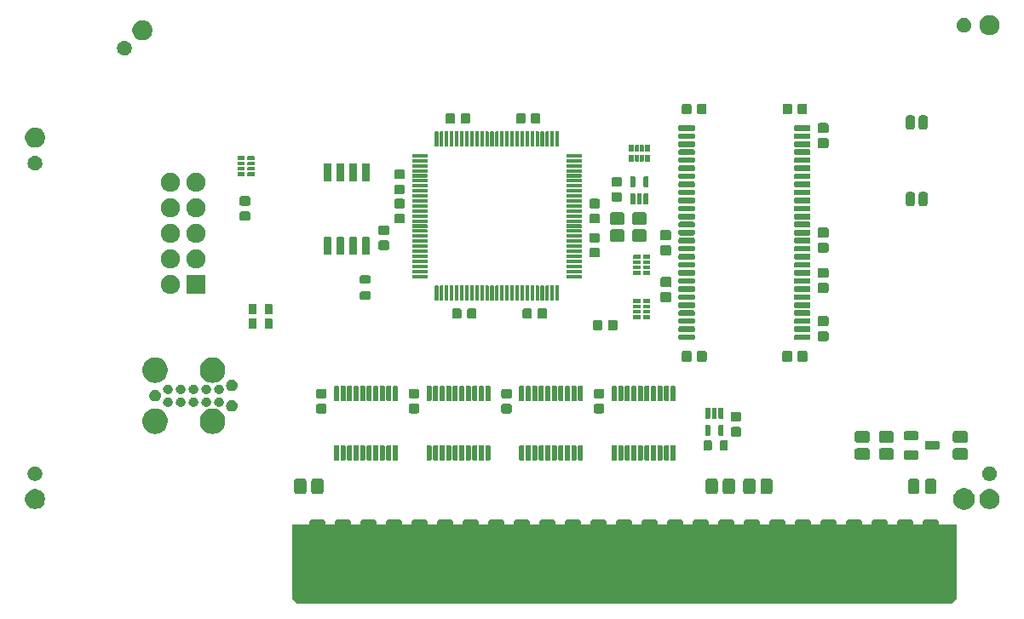
<source format=gts>
G04 #@! TF.GenerationSoftware,KiCad,Pcbnew,(5.1.5-0-10_14)*
G04 #@! TF.CreationDate,2021-04-11T00:58:12-04:00*
G04 #@! TF.ProjectId,GR8RAM,47523852-414d-42e6-9b69-6361645f7063,0.9*
G04 #@! TF.SameCoordinates,Original*
G04 #@! TF.FileFunction,Soldermask,Top*
G04 #@! TF.FilePolarity,Negative*
%FSLAX46Y46*%
G04 Gerber Fmt 4.6, Leading zero omitted, Abs format (unit mm)*
G04 Created by KiCad (PCBNEW (5.1.5-0-10_14)) date 2021-04-11 00:58:12*
%MOMM*%
%LPD*%
G04 APERTURE LIST*
%ADD10C,0.100000*%
G04 APERTURE END LIST*
D10*
G36*
X139700000Y-139446000D02*
G01*
X139192000Y-139954000D01*
X74168000Y-139954000D01*
X73660000Y-139446000D01*
X73660000Y-132080000D01*
X139700000Y-132080000D01*
X139700000Y-139446000D01*
G37*
G36*
X137686355Y-131543544D02*
G01*
X137758967Y-131565570D01*
X137825881Y-131601336D01*
X137884531Y-131649469D01*
X137932664Y-131708119D01*
X137968430Y-131775033D01*
X137990456Y-131847645D01*
X137998200Y-131926267D01*
X137998200Y-138837733D01*
X137990456Y-138916355D01*
X137968430Y-138988967D01*
X137932664Y-139055881D01*
X137884531Y-139114531D01*
X137825881Y-139162664D01*
X137758967Y-139198430D01*
X137686355Y-139220456D01*
X137607733Y-139228200D01*
X136712267Y-139228200D01*
X136633645Y-139220456D01*
X136561033Y-139198430D01*
X136494119Y-139162664D01*
X136435469Y-139114531D01*
X136387336Y-139055881D01*
X136351570Y-138988967D01*
X136329544Y-138916355D01*
X136321800Y-138837733D01*
X136321800Y-131926267D01*
X136329544Y-131847645D01*
X136351570Y-131775033D01*
X136387336Y-131708119D01*
X136435469Y-131649469D01*
X136494119Y-131601336D01*
X136561033Y-131565570D01*
X136633645Y-131543544D01*
X136712267Y-131535800D01*
X137607733Y-131535800D01*
X137686355Y-131543544D01*
G37*
G36*
X135146355Y-131543544D02*
G01*
X135218967Y-131565570D01*
X135285881Y-131601336D01*
X135344531Y-131649469D01*
X135392664Y-131708119D01*
X135428430Y-131775033D01*
X135450456Y-131847645D01*
X135458200Y-131926267D01*
X135458200Y-138837733D01*
X135450456Y-138916355D01*
X135428430Y-138988967D01*
X135392664Y-139055881D01*
X135344531Y-139114531D01*
X135285881Y-139162664D01*
X135218967Y-139198430D01*
X135146355Y-139220456D01*
X135067733Y-139228200D01*
X134172267Y-139228200D01*
X134093645Y-139220456D01*
X134021033Y-139198430D01*
X133954119Y-139162664D01*
X133895469Y-139114531D01*
X133847336Y-139055881D01*
X133811570Y-138988967D01*
X133789544Y-138916355D01*
X133781800Y-138837733D01*
X133781800Y-131926267D01*
X133789544Y-131847645D01*
X133811570Y-131775033D01*
X133847336Y-131708119D01*
X133895469Y-131649469D01*
X133954119Y-131601336D01*
X134021033Y-131565570D01*
X134093645Y-131543544D01*
X134172267Y-131535800D01*
X135067733Y-131535800D01*
X135146355Y-131543544D01*
G37*
G36*
X132606355Y-131543544D02*
G01*
X132678967Y-131565570D01*
X132745881Y-131601336D01*
X132804531Y-131649469D01*
X132852664Y-131708119D01*
X132888430Y-131775033D01*
X132910456Y-131847645D01*
X132918200Y-131926267D01*
X132918200Y-138837733D01*
X132910456Y-138916355D01*
X132888430Y-138988967D01*
X132852664Y-139055881D01*
X132804531Y-139114531D01*
X132745881Y-139162664D01*
X132678967Y-139198430D01*
X132606355Y-139220456D01*
X132527733Y-139228200D01*
X131632267Y-139228200D01*
X131553645Y-139220456D01*
X131481033Y-139198430D01*
X131414119Y-139162664D01*
X131355469Y-139114531D01*
X131307336Y-139055881D01*
X131271570Y-138988967D01*
X131249544Y-138916355D01*
X131241800Y-138837733D01*
X131241800Y-131926267D01*
X131249544Y-131847645D01*
X131271570Y-131775033D01*
X131307336Y-131708119D01*
X131355469Y-131649469D01*
X131414119Y-131601336D01*
X131481033Y-131565570D01*
X131553645Y-131543544D01*
X131632267Y-131535800D01*
X132527733Y-131535800D01*
X132606355Y-131543544D01*
G37*
G36*
X130066355Y-131543544D02*
G01*
X130138967Y-131565570D01*
X130205881Y-131601336D01*
X130264531Y-131649469D01*
X130312664Y-131708119D01*
X130348430Y-131775033D01*
X130370456Y-131847645D01*
X130378200Y-131926267D01*
X130378200Y-138837733D01*
X130370456Y-138916355D01*
X130348430Y-138988967D01*
X130312664Y-139055881D01*
X130264531Y-139114531D01*
X130205881Y-139162664D01*
X130138967Y-139198430D01*
X130066355Y-139220456D01*
X129987733Y-139228200D01*
X129092267Y-139228200D01*
X129013645Y-139220456D01*
X128941033Y-139198430D01*
X128874119Y-139162664D01*
X128815469Y-139114531D01*
X128767336Y-139055881D01*
X128731570Y-138988967D01*
X128709544Y-138916355D01*
X128701800Y-138837733D01*
X128701800Y-131926267D01*
X128709544Y-131847645D01*
X128731570Y-131775033D01*
X128767336Y-131708119D01*
X128815469Y-131649469D01*
X128874119Y-131601336D01*
X128941033Y-131565570D01*
X129013645Y-131543544D01*
X129092267Y-131535800D01*
X129987733Y-131535800D01*
X130066355Y-131543544D01*
G37*
G36*
X127526355Y-131543544D02*
G01*
X127598967Y-131565570D01*
X127665881Y-131601336D01*
X127724531Y-131649469D01*
X127772664Y-131708119D01*
X127808430Y-131775033D01*
X127830456Y-131847645D01*
X127838200Y-131926267D01*
X127838200Y-138837733D01*
X127830456Y-138916355D01*
X127808430Y-138988967D01*
X127772664Y-139055881D01*
X127724531Y-139114531D01*
X127665881Y-139162664D01*
X127598967Y-139198430D01*
X127526355Y-139220456D01*
X127447733Y-139228200D01*
X126552267Y-139228200D01*
X126473645Y-139220456D01*
X126401033Y-139198430D01*
X126334119Y-139162664D01*
X126275469Y-139114531D01*
X126227336Y-139055881D01*
X126191570Y-138988967D01*
X126169544Y-138916355D01*
X126161800Y-138837733D01*
X126161800Y-131926267D01*
X126169544Y-131847645D01*
X126191570Y-131775033D01*
X126227336Y-131708119D01*
X126275469Y-131649469D01*
X126334119Y-131601336D01*
X126401033Y-131565570D01*
X126473645Y-131543544D01*
X126552267Y-131535800D01*
X127447733Y-131535800D01*
X127526355Y-131543544D01*
G37*
G36*
X124986355Y-131543544D02*
G01*
X125058967Y-131565570D01*
X125125881Y-131601336D01*
X125184531Y-131649469D01*
X125232664Y-131708119D01*
X125268430Y-131775033D01*
X125290456Y-131847645D01*
X125298200Y-131926267D01*
X125298200Y-138837733D01*
X125290456Y-138916355D01*
X125268430Y-138988967D01*
X125232664Y-139055881D01*
X125184531Y-139114531D01*
X125125881Y-139162664D01*
X125058967Y-139198430D01*
X124986355Y-139220456D01*
X124907733Y-139228200D01*
X124012267Y-139228200D01*
X123933645Y-139220456D01*
X123861033Y-139198430D01*
X123794119Y-139162664D01*
X123735469Y-139114531D01*
X123687336Y-139055881D01*
X123651570Y-138988967D01*
X123629544Y-138916355D01*
X123621800Y-138837733D01*
X123621800Y-131926267D01*
X123629544Y-131847645D01*
X123651570Y-131775033D01*
X123687336Y-131708119D01*
X123735469Y-131649469D01*
X123794119Y-131601336D01*
X123861033Y-131565570D01*
X123933645Y-131543544D01*
X124012267Y-131535800D01*
X124907733Y-131535800D01*
X124986355Y-131543544D01*
G37*
G36*
X122446355Y-131543544D02*
G01*
X122518967Y-131565570D01*
X122585881Y-131601336D01*
X122644531Y-131649469D01*
X122692664Y-131708119D01*
X122728430Y-131775033D01*
X122750456Y-131847645D01*
X122758200Y-131926267D01*
X122758200Y-138837733D01*
X122750456Y-138916355D01*
X122728430Y-138988967D01*
X122692664Y-139055881D01*
X122644531Y-139114531D01*
X122585881Y-139162664D01*
X122518967Y-139198430D01*
X122446355Y-139220456D01*
X122367733Y-139228200D01*
X121472267Y-139228200D01*
X121393645Y-139220456D01*
X121321033Y-139198430D01*
X121254119Y-139162664D01*
X121195469Y-139114531D01*
X121147336Y-139055881D01*
X121111570Y-138988967D01*
X121089544Y-138916355D01*
X121081800Y-138837733D01*
X121081800Y-131926267D01*
X121089544Y-131847645D01*
X121111570Y-131775033D01*
X121147336Y-131708119D01*
X121195469Y-131649469D01*
X121254119Y-131601336D01*
X121321033Y-131565570D01*
X121393645Y-131543544D01*
X121472267Y-131535800D01*
X122367733Y-131535800D01*
X122446355Y-131543544D01*
G37*
G36*
X119906355Y-131543544D02*
G01*
X119978967Y-131565570D01*
X120045881Y-131601336D01*
X120104531Y-131649469D01*
X120152664Y-131708119D01*
X120188430Y-131775033D01*
X120210456Y-131847645D01*
X120218200Y-131926267D01*
X120218200Y-138837733D01*
X120210456Y-138916355D01*
X120188430Y-138988967D01*
X120152664Y-139055881D01*
X120104531Y-139114531D01*
X120045881Y-139162664D01*
X119978967Y-139198430D01*
X119906355Y-139220456D01*
X119827733Y-139228200D01*
X118932267Y-139228200D01*
X118853645Y-139220456D01*
X118781033Y-139198430D01*
X118714119Y-139162664D01*
X118655469Y-139114531D01*
X118607336Y-139055881D01*
X118571570Y-138988967D01*
X118549544Y-138916355D01*
X118541800Y-138837733D01*
X118541800Y-131926267D01*
X118549544Y-131847645D01*
X118571570Y-131775033D01*
X118607336Y-131708119D01*
X118655469Y-131649469D01*
X118714119Y-131601336D01*
X118781033Y-131565570D01*
X118853645Y-131543544D01*
X118932267Y-131535800D01*
X119827733Y-131535800D01*
X119906355Y-131543544D01*
G37*
G36*
X117366355Y-131543544D02*
G01*
X117438967Y-131565570D01*
X117505881Y-131601336D01*
X117564531Y-131649469D01*
X117612664Y-131708119D01*
X117648430Y-131775033D01*
X117670456Y-131847645D01*
X117678200Y-131926267D01*
X117678200Y-138837733D01*
X117670456Y-138916355D01*
X117648430Y-138988967D01*
X117612664Y-139055881D01*
X117564531Y-139114531D01*
X117505881Y-139162664D01*
X117438967Y-139198430D01*
X117366355Y-139220456D01*
X117287733Y-139228200D01*
X116392267Y-139228200D01*
X116313645Y-139220456D01*
X116241033Y-139198430D01*
X116174119Y-139162664D01*
X116115469Y-139114531D01*
X116067336Y-139055881D01*
X116031570Y-138988967D01*
X116009544Y-138916355D01*
X116001800Y-138837733D01*
X116001800Y-131926267D01*
X116009544Y-131847645D01*
X116031570Y-131775033D01*
X116067336Y-131708119D01*
X116115469Y-131649469D01*
X116174119Y-131601336D01*
X116241033Y-131565570D01*
X116313645Y-131543544D01*
X116392267Y-131535800D01*
X117287733Y-131535800D01*
X117366355Y-131543544D01*
G37*
G36*
X114826355Y-131543544D02*
G01*
X114898967Y-131565570D01*
X114965881Y-131601336D01*
X115024531Y-131649469D01*
X115072664Y-131708119D01*
X115108430Y-131775033D01*
X115130456Y-131847645D01*
X115138200Y-131926267D01*
X115138200Y-138837733D01*
X115130456Y-138916355D01*
X115108430Y-138988967D01*
X115072664Y-139055881D01*
X115024531Y-139114531D01*
X114965881Y-139162664D01*
X114898967Y-139198430D01*
X114826355Y-139220456D01*
X114747733Y-139228200D01*
X113852267Y-139228200D01*
X113773645Y-139220456D01*
X113701033Y-139198430D01*
X113634119Y-139162664D01*
X113575469Y-139114531D01*
X113527336Y-139055881D01*
X113491570Y-138988967D01*
X113469544Y-138916355D01*
X113461800Y-138837733D01*
X113461800Y-131926267D01*
X113469544Y-131847645D01*
X113491570Y-131775033D01*
X113527336Y-131708119D01*
X113575469Y-131649469D01*
X113634119Y-131601336D01*
X113701033Y-131565570D01*
X113773645Y-131543544D01*
X113852267Y-131535800D01*
X114747733Y-131535800D01*
X114826355Y-131543544D01*
G37*
G36*
X112286355Y-131543544D02*
G01*
X112358967Y-131565570D01*
X112425881Y-131601336D01*
X112484531Y-131649469D01*
X112532664Y-131708119D01*
X112568430Y-131775033D01*
X112590456Y-131847645D01*
X112598200Y-131926267D01*
X112598200Y-138837733D01*
X112590456Y-138916355D01*
X112568430Y-138988967D01*
X112532664Y-139055881D01*
X112484531Y-139114531D01*
X112425881Y-139162664D01*
X112358967Y-139198430D01*
X112286355Y-139220456D01*
X112207733Y-139228200D01*
X111312267Y-139228200D01*
X111233645Y-139220456D01*
X111161033Y-139198430D01*
X111094119Y-139162664D01*
X111035469Y-139114531D01*
X110987336Y-139055881D01*
X110951570Y-138988967D01*
X110929544Y-138916355D01*
X110921800Y-138837733D01*
X110921800Y-131926267D01*
X110929544Y-131847645D01*
X110951570Y-131775033D01*
X110987336Y-131708119D01*
X111035469Y-131649469D01*
X111094119Y-131601336D01*
X111161033Y-131565570D01*
X111233645Y-131543544D01*
X111312267Y-131535800D01*
X112207733Y-131535800D01*
X112286355Y-131543544D01*
G37*
G36*
X109746355Y-131543544D02*
G01*
X109818967Y-131565570D01*
X109885881Y-131601336D01*
X109944531Y-131649469D01*
X109992664Y-131708119D01*
X110028430Y-131775033D01*
X110050456Y-131847645D01*
X110058200Y-131926267D01*
X110058200Y-138837733D01*
X110050456Y-138916355D01*
X110028430Y-138988967D01*
X109992664Y-139055881D01*
X109944531Y-139114531D01*
X109885881Y-139162664D01*
X109818967Y-139198430D01*
X109746355Y-139220456D01*
X109667733Y-139228200D01*
X108772267Y-139228200D01*
X108693645Y-139220456D01*
X108621033Y-139198430D01*
X108554119Y-139162664D01*
X108495469Y-139114531D01*
X108447336Y-139055881D01*
X108411570Y-138988967D01*
X108389544Y-138916355D01*
X108381800Y-138837733D01*
X108381800Y-131926267D01*
X108389544Y-131847645D01*
X108411570Y-131775033D01*
X108447336Y-131708119D01*
X108495469Y-131649469D01*
X108554119Y-131601336D01*
X108621033Y-131565570D01*
X108693645Y-131543544D01*
X108772267Y-131535800D01*
X109667733Y-131535800D01*
X109746355Y-131543544D01*
G37*
G36*
X107206355Y-131543544D02*
G01*
X107278967Y-131565570D01*
X107345881Y-131601336D01*
X107404531Y-131649469D01*
X107452664Y-131708119D01*
X107488430Y-131775033D01*
X107510456Y-131847645D01*
X107518200Y-131926267D01*
X107518200Y-138837733D01*
X107510456Y-138916355D01*
X107488430Y-138988967D01*
X107452664Y-139055881D01*
X107404531Y-139114531D01*
X107345881Y-139162664D01*
X107278967Y-139198430D01*
X107206355Y-139220456D01*
X107127733Y-139228200D01*
X106232267Y-139228200D01*
X106153645Y-139220456D01*
X106081033Y-139198430D01*
X106014119Y-139162664D01*
X105955469Y-139114531D01*
X105907336Y-139055881D01*
X105871570Y-138988967D01*
X105849544Y-138916355D01*
X105841800Y-138837733D01*
X105841800Y-131926267D01*
X105849544Y-131847645D01*
X105871570Y-131775033D01*
X105907336Y-131708119D01*
X105955469Y-131649469D01*
X106014119Y-131601336D01*
X106081033Y-131565570D01*
X106153645Y-131543544D01*
X106232267Y-131535800D01*
X107127733Y-131535800D01*
X107206355Y-131543544D01*
G37*
G36*
X104666355Y-131543544D02*
G01*
X104738967Y-131565570D01*
X104805881Y-131601336D01*
X104864531Y-131649469D01*
X104912664Y-131708119D01*
X104948430Y-131775033D01*
X104970456Y-131847645D01*
X104978200Y-131926267D01*
X104978200Y-138837733D01*
X104970456Y-138916355D01*
X104948430Y-138988967D01*
X104912664Y-139055881D01*
X104864531Y-139114531D01*
X104805881Y-139162664D01*
X104738967Y-139198430D01*
X104666355Y-139220456D01*
X104587733Y-139228200D01*
X103692267Y-139228200D01*
X103613645Y-139220456D01*
X103541033Y-139198430D01*
X103474119Y-139162664D01*
X103415469Y-139114531D01*
X103367336Y-139055881D01*
X103331570Y-138988967D01*
X103309544Y-138916355D01*
X103301800Y-138837733D01*
X103301800Y-131926267D01*
X103309544Y-131847645D01*
X103331570Y-131775033D01*
X103367336Y-131708119D01*
X103415469Y-131649469D01*
X103474119Y-131601336D01*
X103541033Y-131565570D01*
X103613645Y-131543544D01*
X103692267Y-131535800D01*
X104587733Y-131535800D01*
X104666355Y-131543544D01*
G37*
G36*
X102126355Y-131543544D02*
G01*
X102198967Y-131565570D01*
X102265881Y-131601336D01*
X102324531Y-131649469D01*
X102372664Y-131708119D01*
X102408430Y-131775033D01*
X102430456Y-131847645D01*
X102438200Y-131926267D01*
X102438200Y-138837733D01*
X102430456Y-138916355D01*
X102408430Y-138988967D01*
X102372664Y-139055881D01*
X102324531Y-139114531D01*
X102265881Y-139162664D01*
X102198967Y-139198430D01*
X102126355Y-139220456D01*
X102047733Y-139228200D01*
X101152267Y-139228200D01*
X101073645Y-139220456D01*
X101001033Y-139198430D01*
X100934119Y-139162664D01*
X100875469Y-139114531D01*
X100827336Y-139055881D01*
X100791570Y-138988967D01*
X100769544Y-138916355D01*
X100761800Y-138837733D01*
X100761800Y-131926267D01*
X100769544Y-131847645D01*
X100791570Y-131775033D01*
X100827336Y-131708119D01*
X100875469Y-131649469D01*
X100934119Y-131601336D01*
X101001033Y-131565570D01*
X101073645Y-131543544D01*
X101152267Y-131535800D01*
X102047733Y-131535800D01*
X102126355Y-131543544D01*
G37*
G36*
X99586355Y-131543544D02*
G01*
X99658967Y-131565570D01*
X99725881Y-131601336D01*
X99784531Y-131649469D01*
X99832664Y-131708119D01*
X99868430Y-131775033D01*
X99890456Y-131847645D01*
X99898200Y-131926267D01*
X99898200Y-138837733D01*
X99890456Y-138916355D01*
X99868430Y-138988967D01*
X99832664Y-139055881D01*
X99784531Y-139114531D01*
X99725881Y-139162664D01*
X99658967Y-139198430D01*
X99586355Y-139220456D01*
X99507733Y-139228200D01*
X98612267Y-139228200D01*
X98533645Y-139220456D01*
X98461033Y-139198430D01*
X98394119Y-139162664D01*
X98335469Y-139114531D01*
X98287336Y-139055881D01*
X98251570Y-138988967D01*
X98229544Y-138916355D01*
X98221800Y-138837733D01*
X98221800Y-131926267D01*
X98229544Y-131847645D01*
X98251570Y-131775033D01*
X98287336Y-131708119D01*
X98335469Y-131649469D01*
X98394119Y-131601336D01*
X98461033Y-131565570D01*
X98533645Y-131543544D01*
X98612267Y-131535800D01*
X99507733Y-131535800D01*
X99586355Y-131543544D01*
G37*
G36*
X97046355Y-131543544D02*
G01*
X97118967Y-131565570D01*
X97185881Y-131601336D01*
X97244531Y-131649469D01*
X97292664Y-131708119D01*
X97328430Y-131775033D01*
X97350456Y-131847645D01*
X97358200Y-131926267D01*
X97358200Y-138837733D01*
X97350456Y-138916355D01*
X97328430Y-138988967D01*
X97292664Y-139055881D01*
X97244531Y-139114531D01*
X97185881Y-139162664D01*
X97118967Y-139198430D01*
X97046355Y-139220456D01*
X96967733Y-139228200D01*
X96072267Y-139228200D01*
X95993645Y-139220456D01*
X95921033Y-139198430D01*
X95854119Y-139162664D01*
X95795469Y-139114531D01*
X95747336Y-139055881D01*
X95711570Y-138988967D01*
X95689544Y-138916355D01*
X95681800Y-138837733D01*
X95681800Y-131926267D01*
X95689544Y-131847645D01*
X95711570Y-131775033D01*
X95747336Y-131708119D01*
X95795469Y-131649469D01*
X95854119Y-131601336D01*
X95921033Y-131565570D01*
X95993645Y-131543544D01*
X96072267Y-131535800D01*
X96967733Y-131535800D01*
X97046355Y-131543544D01*
G37*
G36*
X94506355Y-131543544D02*
G01*
X94578967Y-131565570D01*
X94645881Y-131601336D01*
X94704531Y-131649469D01*
X94752664Y-131708119D01*
X94788430Y-131775033D01*
X94810456Y-131847645D01*
X94818200Y-131926267D01*
X94818200Y-138837733D01*
X94810456Y-138916355D01*
X94788430Y-138988967D01*
X94752664Y-139055881D01*
X94704531Y-139114531D01*
X94645881Y-139162664D01*
X94578967Y-139198430D01*
X94506355Y-139220456D01*
X94427733Y-139228200D01*
X93532267Y-139228200D01*
X93453645Y-139220456D01*
X93381033Y-139198430D01*
X93314119Y-139162664D01*
X93255469Y-139114531D01*
X93207336Y-139055881D01*
X93171570Y-138988967D01*
X93149544Y-138916355D01*
X93141800Y-138837733D01*
X93141800Y-131926267D01*
X93149544Y-131847645D01*
X93171570Y-131775033D01*
X93207336Y-131708119D01*
X93255469Y-131649469D01*
X93314119Y-131601336D01*
X93381033Y-131565570D01*
X93453645Y-131543544D01*
X93532267Y-131535800D01*
X94427733Y-131535800D01*
X94506355Y-131543544D01*
G37*
G36*
X91966355Y-131543544D02*
G01*
X92038967Y-131565570D01*
X92105881Y-131601336D01*
X92164531Y-131649469D01*
X92212664Y-131708119D01*
X92248430Y-131775033D01*
X92270456Y-131847645D01*
X92278200Y-131926267D01*
X92278200Y-138837733D01*
X92270456Y-138916355D01*
X92248430Y-138988967D01*
X92212664Y-139055881D01*
X92164531Y-139114531D01*
X92105881Y-139162664D01*
X92038967Y-139198430D01*
X91966355Y-139220456D01*
X91887733Y-139228200D01*
X90992267Y-139228200D01*
X90913645Y-139220456D01*
X90841033Y-139198430D01*
X90774119Y-139162664D01*
X90715469Y-139114531D01*
X90667336Y-139055881D01*
X90631570Y-138988967D01*
X90609544Y-138916355D01*
X90601800Y-138837733D01*
X90601800Y-131926267D01*
X90609544Y-131847645D01*
X90631570Y-131775033D01*
X90667336Y-131708119D01*
X90715469Y-131649469D01*
X90774119Y-131601336D01*
X90841033Y-131565570D01*
X90913645Y-131543544D01*
X90992267Y-131535800D01*
X91887733Y-131535800D01*
X91966355Y-131543544D01*
G37*
G36*
X89426355Y-131543544D02*
G01*
X89498967Y-131565570D01*
X89565881Y-131601336D01*
X89624531Y-131649469D01*
X89672664Y-131708119D01*
X89708430Y-131775033D01*
X89730456Y-131847645D01*
X89738200Y-131926267D01*
X89738200Y-138837733D01*
X89730456Y-138916355D01*
X89708430Y-138988967D01*
X89672664Y-139055881D01*
X89624531Y-139114531D01*
X89565881Y-139162664D01*
X89498967Y-139198430D01*
X89426355Y-139220456D01*
X89347733Y-139228200D01*
X88452267Y-139228200D01*
X88373645Y-139220456D01*
X88301033Y-139198430D01*
X88234119Y-139162664D01*
X88175469Y-139114531D01*
X88127336Y-139055881D01*
X88091570Y-138988967D01*
X88069544Y-138916355D01*
X88061800Y-138837733D01*
X88061800Y-131926267D01*
X88069544Y-131847645D01*
X88091570Y-131775033D01*
X88127336Y-131708119D01*
X88175469Y-131649469D01*
X88234119Y-131601336D01*
X88301033Y-131565570D01*
X88373645Y-131543544D01*
X88452267Y-131535800D01*
X89347733Y-131535800D01*
X89426355Y-131543544D01*
G37*
G36*
X86886355Y-131543544D02*
G01*
X86958967Y-131565570D01*
X87025881Y-131601336D01*
X87084531Y-131649469D01*
X87132664Y-131708119D01*
X87168430Y-131775033D01*
X87190456Y-131847645D01*
X87198200Y-131926267D01*
X87198200Y-138837733D01*
X87190456Y-138916355D01*
X87168430Y-138988967D01*
X87132664Y-139055881D01*
X87084531Y-139114531D01*
X87025881Y-139162664D01*
X86958967Y-139198430D01*
X86886355Y-139220456D01*
X86807733Y-139228200D01*
X85912267Y-139228200D01*
X85833645Y-139220456D01*
X85761033Y-139198430D01*
X85694119Y-139162664D01*
X85635469Y-139114531D01*
X85587336Y-139055881D01*
X85551570Y-138988967D01*
X85529544Y-138916355D01*
X85521800Y-138837733D01*
X85521800Y-131926267D01*
X85529544Y-131847645D01*
X85551570Y-131775033D01*
X85587336Y-131708119D01*
X85635469Y-131649469D01*
X85694119Y-131601336D01*
X85761033Y-131565570D01*
X85833645Y-131543544D01*
X85912267Y-131535800D01*
X86807733Y-131535800D01*
X86886355Y-131543544D01*
G37*
G36*
X84346355Y-131543544D02*
G01*
X84418967Y-131565570D01*
X84485881Y-131601336D01*
X84544531Y-131649469D01*
X84592664Y-131708119D01*
X84628430Y-131775033D01*
X84650456Y-131847645D01*
X84658200Y-131926267D01*
X84658200Y-138837733D01*
X84650456Y-138916355D01*
X84628430Y-138988967D01*
X84592664Y-139055881D01*
X84544531Y-139114531D01*
X84485881Y-139162664D01*
X84418967Y-139198430D01*
X84346355Y-139220456D01*
X84267733Y-139228200D01*
X83372267Y-139228200D01*
X83293645Y-139220456D01*
X83221033Y-139198430D01*
X83154119Y-139162664D01*
X83095469Y-139114531D01*
X83047336Y-139055881D01*
X83011570Y-138988967D01*
X82989544Y-138916355D01*
X82981800Y-138837733D01*
X82981800Y-131926267D01*
X82989544Y-131847645D01*
X83011570Y-131775033D01*
X83047336Y-131708119D01*
X83095469Y-131649469D01*
X83154119Y-131601336D01*
X83221033Y-131565570D01*
X83293645Y-131543544D01*
X83372267Y-131535800D01*
X84267733Y-131535800D01*
X84346355Y-131543544D01*
G37*
G36*
X81806355Y-131543544D02*
G01*
X81878967Y-131565570D01*
X81945881Y-131601336D01*
X82004531Y-131649469D01*
X82052664Y-131708119D01*
X82088430Y-131775033D01*
X82110456Y-131847645D01*
X82118200Y-131926267D01*
X82118200Y-138837733D01*
X82110456Y-138916355D01*
X82088430Y-138988967D01*
X82052664Y-139055881D01*
X82004531Y-139114531D01*
X81945881Y-139162664D01*
X81878967Y-139198430D01*
X81806355Y-139220456D01*
X81727733Y-139228200D01*
X80832267Y-139228200D01*
X80753645Y-139220456D01*
X80681033Y-139198430D01*
X80614119Y-139162664D01*
X80555469Y-139114531D01*
X80507336Y-139055881D01*
X80471570Y-138988967D01*
X80449544Y-138916355D01*
X80441800Y-138837733D01*
X80441800Y-131926267D01*
X80449544Y-131847645D01*
X80471570Y-131775033D01*
X80507336Y-131708119D01*
X80555469Y-131649469D01*
X80614119Y-131601336D01*
X80681033Y-131565570D01*
X80753645Y-131543544D01*
X80832267Y-131535800D01*
X81727733Y-131535800D01*
X81806355Y-131543544D01*
G37*
G36*
X79266355Y-131543544D02*
G01*
X79338967Y-131565570D01*
X79405881Y-131601336D01*
X79464531Y-131649469D01*
X79512664Y-131708119D01*
X79548430Y-131775033D01*
X79570456Y-131847645D01*
X79578200Y-131926267D01*
X79578200Y-138837733D01*
X79570456Y-138916355D01*
X79548430Y-138988967D01*
X79512664Y-139055881D01*
X79464531Y-139114531D01*
X79405881Y-139162664D01*
X79338967Y-139198430D01*
X79266355Y-139220456D01*
X79187733Y-139228200D01*
X78292267Y-139228200D01*
X78213645Y-139220456D01*
X78141033Y-139198430D01*
X78074119Y-139162664D01*
X78015469Y-139114531D01*
X77967336Y-139055881D01*
X77931570Y-138988967D01*
X77909544Y-138916355D01*
X77901800Y-138837733D01*
X77901800Y-131926267D01*
X77909544Y-131847645D01*
X77931570Y-131775033D01*
X77967336Y-131708119D01*
X78015469Y-131649469D01*
X78074119Y-131601336D01*
X78141033Y-131565570D01*
X78213645Y-131543544D01*
X78292267Y-131535800D01*
X79187733Y-131535800D01*
X79266355Y-131543544D01*
G37*
G36*
X76726355Y-131543544D02*
G01*
X76798967Y-131565570D01*
X76865881Y-131601336D01*
X76924531Y-131649469D01*
X76972664Y-131708119D01*
X77008430Y-131775033D01*
X77030456Y-131847645D01*
X77038200Y-131926267D01*
X77038200Y-138837733D01*
X77030456Y-138916355D01*
X77008430Y-138988967D01*
X76972664Y-139055881D01*
X76924531Y-139114531D01*
X76865881Y-139162664D01*
X76798967Y-139198430D01*
X76726355Y-139220456D01*
X76647733Y-139228200D01*
X75752267Y-139228200D01*
X75673645Y-139220456D01*
X75601033Y-139198430D01*
X75534119Y-139162664D01*
X75475469Y-139114531D01*
X75427336Y-139055881D01*
X75391570Y-138988967D01*
X75369544Y-138916355D01*
X75361800Y-138837733D01*
X75361800Y-131926267D01*
X75369544Y-131847645D01*
X75391570Y-131775033D01*
X75427336Y-131708119D01*
X75475469Y-131649469D01*
X75534119Y-131601336D01*
X75601033Y-131565570D01*
X75673645Y-131543544D01*
X75752267Y-131535800D01*
X76647733Y-131535800D01*
X76726355Y-131543544D01*
G37*
G36*
X140775914Y-128505157D02*
G01*
X140971777Y-128586286D01*
X141148033Y-128704057D01*
X141297943Y-128853967D01*
X141415714Y-129030223D01*
X141496843Y-129226086D01*
X141538200Y-129434004D01*
X141538200Y-129645996D01*
X141496843Y-129853914D01*
X141415714Y-130049777D01*
X141297943Y-130226033D01*
X141148033Y-130375943D01*
X140971777Y-130493714D01*
X140775914Y-130574843D01*
X140567996Y-130616200D01*
X140356004Y-130616200D01*
X140148086Y-130574843D01*
X139952223Y-130493714D01*
X139775967Y-130375943D01*
X139626057Y-130226033D01*
X139508286Y-130049777D01*
X139427157Y-129853914D01*
X139385800Y-129645996D01*
X139385800Y-129434004D01*
X139427157Y-129226086D01*
X139508286Y-129030223D01*
X139626057Y-128853967D01*
X139775967Y-128704057D01*
X139952223Y-128586286D01*
X140148086Y-128505157D01*
X140356004Y-128463800D01*
X140567996Y-128463800D01*
X140775914Y-128505157D01*
G37*
G36*
X48424692Y-128578429D02*
G01*
X48606679Y-128653811D01*
X48770458Y-128763245D01*
X48770460Y-128763247D01*
X48770463Y-128763249D01*
X48909751Y-128902537D01*
X48909753Y-128902540D01*
X48909755Y-128902542D01*
X49019189Y-129066321D01*
X49094571Y-129248308D01*
X49133000Y-129441509D01*
X49133000Y-129638491D01*
X49094571Y-129831692D01*
X49019189Y-130013679D01*
X48909755Y-130177458D01*
X48909753Y-130177460D01*
X48909751Y-130177463D01*
X48770463Y-130316751D01*
X48770460Y-130316753D01*
X48770458Y-130316755D01*
X48606679Y-130426189D01*
X48424692Y-130501571D01*
X48231491Y-130540000D01*
X48034509Y-130540000D01*
X47841308Y-130501571D01*
X47659321Y-130426189D01*
X47495542Y-130316755D01*
X47495540Y-130316753D01*
X47495537Y-130316751D01*
X47356249Y-130177463D01*
X47356247Y-130177460D01*
X47356245Y-130177458D01*
X47246811Y-130013679D01*
X47171429Y-129831692D01*
X47133000Y-129638491D01*
X47133000Y-129441509D01*
X47171429Y-129248308D01*
X47246811Y-129066321D01*
X47356245Y-128902542D01*
X47356247Y-128902540D01*
X47356249Y-128902537D01*
X47495537Y-128763249D01*
X47495540Y-128763247D01*
X47495542Y-128763245D01*
X47659321Y-128653811D01*
X47841308Y-128578429D01*
X48034509Y-128540000D01*
X48231491Y-128540000D01*
X48424692Y-128578429D01*
G37*
G36*
X143293692Y-128578429D02*
G01*
X143475679Y-128653811D01*
X143639458Y-128763245D01*
X143639460Y-128763247D01*
X143639463Y-128763249D01*
X143778751Y-128902537D01*
X143778753Y-128902540D01*
X143778755Y-128902542D01*
X143888189Y-129066321D01*
X143963571Y-129248308D01*
X144002000Y-129441509D01*
X144002000Y-129638491D01*
X143963571Y-129831692D01*
X143888189Y-130013679D01*
X143778755Y-130177458D01*
X143778753Y-130177460D01*
X143778751Y-130177463D01*
X143639463Y-130316751D01*
X143639460Y-130316753D01*
X143639458Y-130316755D01*
X143475679Y-130426189D01*
X143293692Y-130501571D01*
X143100491Y-130540000D01*
X142903509Y-130540000D01*
X142710308Y-130501571D01*
X142528321Y-130426189D01*
X142364542Y-130316755D01*
X142364540Y-130316753D01*
X142364537Y-130316751D01*
X142225249Y-130177463D01*
X142225247Y-130177460D01*
X142225245Y-130177458D01*
X142115811Y-130013679D01*
X142040429Y-129831692D01*
X142002000Y-129638491D01*
X142002000Y-129441509D01*
X142040429Y-129248308D01*
X142115811Y-129066321D01*
X142225245Y-128902542D01*
X142225247Y-128902540D01*
X142225249Y-128902537D01*
X142364537Y-128763249D01*
X142364540Y-128763247D01*
X142364542Y-128763245D01*
X142528321Y-128653811D01*
X142710308Y-128578429D01*
X142903509Y-128540000D01*
X143100491Y-128540000D01*
X143293692Y-128578429D01*
G37*
G36*
X74884737Y-127499267D02*
G01*
X74935119Y-127514550D01*
X74981546Y-127539366D01*
X75022239Y-127572761D01*
X75055634Y-127613454D01*
X75080450Y-127659881D01*
X75095733Y-127710263D01*
X75101200Y-127765767D01*
X75101200Y-128774233D01*
X75095733Y-128829737D01*
X75080450Y-128880119D01*
X75055634Y-128926546D01*
X75022239Y-128967239D01*
X74981546Y-129000634D01*
X74935119Y-129025450D01*
X74884737Y-129040733D01*
X74829233Y-129046200D01*
X74170767Y-129046200D01*
X74115263Y-129040733D01*
X74064881Y-129025450D01*
X74018454Y-129000634D01*
X73977761Y-128967239D01*
X73944366Y-128926546D01*
X73919550Y-128880119D01*
X73904267Y-128829737D01*
X73898800Y-128774233D01*
X73898800Y-127765767D01*
X73904267Y-127710263D01*
X73919550Y-127659881D01*
X73944366Y-127613454D01*
X73977761Y-127572761D01*
X74018454Y-127539366D01*
X74064881Y-127514550D01*
X74115263Y-127499267D01*
X74170767Y-127493800D01*
X74829233Y-127493800D01*
X74884737Y-127499267D01*
G37*
G36*
X76584737Y-127499267D02*
G01*
X76635119Y-127514550D01*
X76681546Y-127539366D01*
X76722239Y-127572761D01*
X76755634Y-127613454D01*
X76780450Y-127659881D01*
X76795733Y-127710263D01*
X76801200Y-127765767D01*
X76801200Y-128774233D01*
X76795733Y-128829737D01*
X76780450Y-128880119D01*
X76755634Y-128926546D01*
X76722239Y-128967239D01*
X76681546Y-129000634D01*
X76635119Y-129025450D01*
X76584737Y-129040733D01*
X76529233Y-129046200D01*
X75870767Y-129046200D01*
X75815263Y-129040733D01*
X75764881Y-129025450D01*
X75718454Y-129000634D01*
X75677761Y-128967239D01*
X75644366Y-128926546D01*
X75619550Y-128880119D01*
X75604267Y-128829737D01*
X75598800Y-128774233D01*
X75598800Y-127765767D01*
X75604267Y-127710263D01*
X75619550Y-127659881D01*
X75644366Y-127613454D01*
X75677761Y-127572761D01*
X75718454Y-127539366D01*
X75764881Y-127514550D01*
X75815263Y-127499267D01*
X75870767Y-127493800D01*
X76529233Y-127493800D01*
X76584737Y-127499267D01*
G37*
G36*
X115778737Y-127499267D02*
G01*
X115829119Y-127514550D01*
X115875546Y-127539366D01*
X115916239Y-127572761D01*
X115949634Y-127613454D01*
X115974450Y-127659881D01*
X115989733Y-127710263D01*
X115995200Y-127765767D01*
X115995200Y-128774233D01*
X115989733Y-128829737D01*
X115974450Y-128880119D01*
X115949634Y-128926546D01*
X115916239Y-128967239D01*
X115875546Y-129000634D01*
X115829119Y-129025450D01*
X115778737Y-129040733D01*
X115723233Y-129046200D01*
X115064767Y-129046200D01*
X115009263Y-129040733D01*
X114958881Y-129025450D01*
X114912454Y-129000634D01*
X114871761Y-128967239D01*
X114838366Y-128926546D01*
X114813550Y-128880119D01*
X114798267Y-128829737D01*
X114792800Y-128774233D01*
X114792800Y-127765767D01*
X114798267Y-127710263D01*
X114813550Y-127659881D01*
X114838366Y-127613454D01*
X114871761Y-127572761D01*
X114912454Y-127539366D01*
X114958881Y-127514550D01*
X115009263Y-127499267D01*
X115064767Y-127493800D01*
X115723233Y-127493800D01*
X115778737Y-127499267D01*
G37*
G36*
X117478737Y-127499267D02*
G01*
X117529119Y-127514550D01*
X117575546Y-127539366D01*
X117616239Y-127572761D01*
X117649634Y-127613454D01*
X117674450Y-127659881D01*
X117689733Y-127710263D01*
X117695200Y-127765767D01*
X117695200Y-128774233D01*
X117689733Y-128829737D01*
X117674450Y-128880119D01*
X117649634Y-128926546D01*
X117616239Y-128967239D01*
X117575546Y-129000634D01*
X117529119Y-129025450D01*
X117478737Y-129040733D01*
X117423233Y-129046200D01*
X116764767Y-129046200D01*
X116709263Y-129040733D01*
X116658881Y-129025450D01*
X116612454Y-129000634D01*
X116571761Y-128967239D01*
X116538366Y-128926546D01*
X116513550Y-128880119D01*
X116498267Y-128829737D01*
X116492800Y-128774233D01*
X116492800Y-127765767D01*
X116498267Y-127710263D01*
X116513550Y-127659881D01*
X116538366Y-127613454D01*
X116571761Y-127572761D01*
X116612454Y-127539366D01*
X116658881Y-127514550D01*
X116709263Y-127499267D01*
X116764767Y-127493800D01*
X117423233Y-127493800D01*
X117478737Y-127499267D01*
G37*
G36*
X119510737Y-127499267D02*
G01*
X119561119Y-127514550D01*
X119607546Y-127539366D01*
X119648239Y-127572761D01*
X119681634Y-127613454D01*
X119706450Y-127659881D01*
X119721733Y-127710263D01*
X119727200Y-127765767D01*
X119727200Y-128774233D01*
X119721733Y-128829737D01*
X119706450Y-128880119D01*
X119681634Y-128926546D01*
X119648239Y-128967239D01*
X119607546Y-129000634D01*
X119561119Y-129025450D01*
X119510737Y-129040733D01*
X119455233Y-129046200D01*
X118796767Y-129046200D01*
X118741263Y-129040733D01*
X118690881Y-129025450D01*
X118644454Y-129000634D01*
X118603761Y-128967239D01*
X118570366Y-128926546D01*
X118545550Y-128880119D01*
X118530267Y-128829737D01*
X118524800Y-128774233D01*
X118524800Y-127765767D01*
X118530267Y-127710263D01*
X118545550Y-127659881D01*
X118570366Y-127613454D01*
X118603761Y-127572761D01*
X118644454Y-127539366D01*
X118690881Y-127514550D01*
X118741263Y-127499267D01*
X118796767Y-127493800D01*
X119455233Y-127493800D01*
X119510737Y-127499267D01*
G37*
G36*
X121210737Y-127499267D02*
G01*
X121261119Y-127514550D01*
X121307546Y-127539366D01*
X121348239Y-127572761D01*
X121381634Y-127613454D01*
X121406450Y-127659881D01*
X121421733Y-127710263D01*
X121427200Y-127765767D01*
X121427200Y-128774233D01*
X121421733Y-128829737D01*
X121406450Y-128880119D01*
X121381634Y-128926546D01*
X121348239Y-128967239D01*
X121307546Y-129000634D01*
X121261119Y-129025450D01*
X121210737Y-129040733D01*
X121155233Y-129046200D01*
X120496767Y-129046200D01*
X120441263Y-129040733D01*
X120390881Y-129025450D01*
X120344454Y-129000634D01*
X120303761Y-128967239D01*
X120270366Y-128926546D01*
X120245550Y-128880119D01*
X120230267Y-128829737D01*
X120224800Y-128774233D01*
X120224800Y-127765767D01*
X120230267Y-127710263D01*
X120245550Y-127659881D01*
X120270366Y-127613454D01*
X120303761Y-127572761D01*
X120344454Y-127539366D01*
X120390881Y-127514550D01*
X120441263Y-127499267D01*
X120496767Y-127493800D01*
X121155233Y-127493800D01*
X121210737Y-127499267D01*
G37*
G36*
X135829082Y-127525215D02*
G01*
X135877006Y-127539752D01*
X135921168Y-127563357D01*
X135959876Y-127595124D01*
X135991643Y-127633832D01*
X136015248Y-127677994D01*
X136029785Y-127725918D01*
X136035000Y-127778867D01*
X136035000Y-128761133D01*
X136029785Y-128814082D01*
X136015248Y-128862006D01*
X135991643Y-128906168D01*
X135959876Y-128944876D01*
X135921168Y-128976643D01*
X135877006Y-129000248D01*
X135829082Y-129014785D01*
X135776133Y-129020000D01*
X135143867Y-129020000D01*
X135090918Y-129014785D01*
X135042994Y-129000248D01*
X134998832Y-128976643D01*
X134960124Y-128944876D01*
X134928357Y-128906168D01*
X134904752Y-128862006D01*
X134890215Y-128814082D01*
X134885000Y-128761133D01*
X134885000Y-127778867D01*
X134890215Y-127725918D01*
X134904752Y-127677994D01*
X134928357Y-127633832D01*
X134960124Y-127595124D01*
X134998832Y-127563357D01*
X135042994Y-127539752D01*
X135090918Y-127525215D01*
X135143867Y-127520000D01*
X135776133Y-127520000D01*
X135829082Y-127525215D01*
G37*
G36*
X137529082Y-127525215D02*
G01*
X137577006Y-127539752D01*
X137621168Y-127563357D01*
X137659876Y-127595124D01*
X137691643Y-127633832D01*
X137715248Y-127677994D01*
X137729785Y-127725918D01*
X137735000Y-127778867D01*
X137735000Y-128761133D01*
X137729785Y-128814082D01*
X137715248Y-128862006D01*
X137691643Y-128906168D01*
X137659876Y-128944876D01*
X137621168Y-128976643D01*
X137577006Y-129000248D01*
X137529082Y-129014785D01*
X137476133Y-129020000D01*
X136843867Y-129020000D01*
X136790918Y-129014785D01*
X136742994Y-129000248D01*
X136698832Y-128976643D01*
X136660124Y-128944876D01*
X136628357Y-128906168D01*
X136604752Y-128862006D01*
X136590215Y-128814082D01*
X136585000Y-128761133D01*
X136585000Y-127778867D01*
X136590215Y-127725918D01*
X136604752Y-127677994D01*
X136628357Y-127633832D01*
X136660124Y-127595124D01*
X136698832Y-127563357D01*
X136742994Y-127539752D01*
X136790918Y-127525215D01*
X136843867Y-127520000D01*
X137476133Y-127520000D01*
X137529082Y-127525215D01*
G37*
G36*
X48250933Y-126285274D02*
G01*
X48344185Y-126303823D01*
X48475939Y-126358398D01*
X48475940Y-126358399D01*
X48475943Y-126358400D01*
X48594523Y-126437633D01*
X48695367Y-126538477D01*
X48774600Y-126657057D01*
X48774601Y-126657060D01*
X48774602Y-126657061D01*
X48829177Y-126788815D01*
X48857000Y-126928693D01*
X48857000Y-127071307D01*
X48829177Y-127211185D01*
X48774602Y-127342939D01*
X48774600Y-127342943D01*
X48695367Y-127461523D01*
X48594523Y-127562367D01*
X48475943Y-127641600D01*
X48475940Y-127641601D01*
X48475939Y-127641602D01*
X48344185Y-127696177D01*
X48250933Y-127714726D01*
X48204308Y-127724000D01*
X48061692Y-127724000D01*
X48015067Y-127714726D01*
X47921815Y-127696177D01*
X47790061Y-127641602D01*
X47790060Y-127641601D01*
X47790057Y-127641600D01*
X47671477Y-127562367D01*
X47570633Y-127461523D01*
X47491400Y-127342943D01*
X47491398Y-127342939D01*
X47436823Y-127211185D01*
X47409000Y-127071307D01*
X47409000Y-126928693D01*
X47436823Y-126788815D01*
X47491398Y-126657061D01*
X47491399Y-126657060D01*
X47491400Y-126657057D01*
X47570633Y-126538477D01*
X47671477Y-126437633D01*
X47790057Y-126358400D01*
X47790060Y-126358399D01*
X47790061Y-126358398D01*
X47921815Y-126303823D01*
X48015067Y-126285274D01*
X48061692Y-126276000D01*
X48204308Y-126276000D01*
X48250933Y-126285274D01*
G37*
G36*
X143119933Y-126285274D02*
G01*
X143213185Y-126303823D01*
X143344939Y-126358398D01*
X143344940Y-126358399D01*
X143344943Y-126358400D01*
X143463523Y-126437633D01*
X143564367Y-126538477D01*
X143643600Y-126657057D01*
X143643601Y-126657060D01*
X143643602Y-126657061D01*
X143698177Y-126788815D01*
X143726000Y-126928693D01*
X143726000Y-127071307D01*
X143698177Y-127211185D01*
X143643602Y-127342939D01*
X143643600Y-127342943D01*
X143564367Y-127461523D01*
X143463523Y-127562367D01*
X143344943Y-127641600D01*
X143344940Y-127641601D01*
X143344939Y-127641602D01*
X143213185Y-127696177D01*
X143119933Y-127714726D01*
X143073308Y-127724000D01*
X142930692Y-127724000D01*
X142884067Y-127714726D01*
X142790815Y-127696177D01*
X142659061Y-127641602D01*
X142659060Y-127641601D01*
X142659057Y-127641600D01*
X142540477Y-127562367D01*
X142439633Y-127461523D01*
X142360400Y-127342943D01*
X142360398Y-127342939D01*
X142305823Y-127211185D01*
X142278000Y-127071307D01*
X142278000Y-126928693D01*
X142305823Y-126788815D01*
X142360398Y-126657061D01*
X142360399Y-126657060D01*
X142360400Y-126657057D01*
X142439633Y-126538477D01*
X142540477Y-126437633D01*
X142659057Y-126358400D01*
X142659060Y-126358399D01*
X142659061Y-126358398D01*
X142790815Y-126303823D01*
X142884067Y-126285274D01*
X142930692Y-126276000D01*
X143073308Y-126276000D01*
X143119933Y-126285274D01*
G37*
G36*
X78924285Y-124203083D02*
G01*
X78941623Y-124208343D01*
X78957611Y-124216889D01*
X78971617Y-124228383D01*
X78983111Y-124242389D01*
X78991657Y-124258377D01*
X78996917Y-124275715D01*
X78999000Y-124296866D01*
X78999000Y-125603134D01*
X78996917Y-125624285D01*
X78991657Y-125641623D01*
X78983111Y-125657611D01*
X78971617Y-125671617D01*
X78957611Y-125683111D01*
X78941623Y-125691657D01*
X78924285Y-125696917D01*
X78903134Y-125699000D01*
X78596866Y-125699000D01*
X78575715Y-125696917D01*
X78558377Y-125691657D01*
X78542389Y-125683111D01*
X78528383Y-125671617D01*
X78516889Y-125657611D01*
X78508343Y-125641623D01*
X78503083Y-125624285D01*
X78501000Y-125603134D01*
X78501000Y-124296866D01*
X78503083Y-124275715D01*
X78508343Y-124258377D01*
X78516889Y-124242389D01*
X78528383Y-124228383D01*
X78542389Y-124216889D01*
X78558377Y-124208343D01*
X78575715Y-124203083D01*
X78596866Y-124201000D01*
X78903134Y-124201000D01*
X78924285Y-124203083D01*
G37*
G36*
X78274285Y-124203083D02*
G01*
X78291623Y-124208343D01*
X78307611Y-124216889D01*
X78321617Y-124228383D01*
X78333111Y-124242389D01*
X78341657Y-124258377D01*
X78346917Y-124275715D01*
X78349000Y-124296866D01*
X78349000Y-125603134D01*
X78346917Y-125624285D01*
X78341657Y-125641623D01*
X78333111Y-125657611D01*
X78321617Y-125671617D01*
X78307611Y-125683111D01*
X78291623Y-125691657D01*
X78274285Y-125696917D01*
X78253134Y-125699000D01*
X77946866Y-125699000D01*
X77925715Y-125696917D01*
X77908377Y-125691657D01*
X77892389Y-125683111D01*
X77878383Y-125671617D01*
X77866889Y-125657611D01*
X77858343Y-125641623D01*
X77853083Y-125624285D01*
X77851000Y-125603134D01*
X77851000Y-124296866D01*
X77853083Y-124275715D01*
X77858343Y-124258377D01*
X77866889Y-124242389D01*
X77878383Y-124228383D01*
X77892389Y-124216889D01*
X77908377Y-124208343D01*
X77925715Y-124203083D01*
X77946866Y-124201000D01*
X78253134Y-124201000D01*
X78274285Y-124203083D01*
G37*
G36*
X79574285Y-124203083D02*
G01*
X79591623Y-124208343D01*
X79607611Y-124216889D01*
X79621617Y-124228383D01*
X79633111Y-124242389D01*
X79641657Y-124258377D01*
X79646917Y-124275715D01*
X79649000Y-124296866D01*
X79649000Y-125603134D01*
X79646917Y-125624285D01*
X79641657Y-125641623D01*
X79633111Y-125657611D01*
X79621617Y-125671617D01*
X79607611Y-125683111D01*
X79591623Y-125691657D01*
X79574285Y-125696917D01*
X79553134Y-125699000D01*
X79246866Y-125699000D01*
X79225715Y-125696917D01*
X79208377Y-125691657D01*
X79192389Y-125683111D01*
X79178383Y-125671617D01*
X79166889Y-125657611D01*
X79158343Y-125641623D01*
X79153083Y-125624285D01*
X79151000Y-125603134D01*
X79151000Y-124296866D01*
X79153083Y-124275715D01*
X79158343Y-124258377D01*
X79166889Y-124242389D01*
X79178383Y-124228383D01*
X79192389Y-124216889D01*
X79208377Y-124208343D01*
X79225715Y-124203083D01*
X79246866Y-124201000D01*
X79553134Y-124201000D01*
X79574285Y-124203083D01*
G37*
G36*
X80224285Y-124203083D02*
G01*
X80241623Y-124208343D01*
X80257611Y-124216889D01*
X80271617Y-124228383D01*
X80283111Y-124242389D01*
X80291657Y-124258377D01*
X80296917Y-124275715D01*
X80299000Y-124296866D01*
X80299000Y-125603134D01*
X80296917Y-125624285D01*
X80291657Y-125641623D01*
X80283111Y-125657611D01*
X80271617Y-125671617D01*
X80257611Y-125683111D01*
X80241623Y-125691657D01*
X80224285Y-125696917D01*
X80203134Y-125699000D01*
X79896866Y-125699000D01*
X79875715Y-125696917D01*
X79858377Y-125691657D01*
X79842389Y-125683111D01*
X79828383Y-125671617D01*
X79816889Y-125657611D01*
X79808343Y-125641623D01*
X79803083Y-125624285D01*
X79801000Y-125603134D01*
X79801000Y-124296866D01*
X79803083Y-124275715D01*
X79808343Y-124258377D01*
X79816889Y-124242389D01*
X79828383Y-124228383D01*
X79842389Y-124216889D01*
X79858377Y-124208343D01*
X79875715Y-124203083D01*
X79896866Y-124201000D01*
X80203134Y-124201000D01*
X80224285Y-124203083D01*
G37*
G36*
X80874285Y-124203083D02*
G01*
X80891623Y-124208343D01*
X80907611Y-124216889D01*
X80921617Y-124228383D01*
X80933111Y-124242389D01*
X80941657Y-124258377D01*
X80946917Y-124275715D01*
X80949000Y-124296866D01*
X80949000Y-125603134D01*
X80946917Y-125624285D01*
X80941657Y-125641623D01*
X80933111Y-125657611D01*
X80921617Y-125671617D01*
X80907611Y-125683111D01*
X80891623Y-125691657D01*
X80874285Y-125696917D01*
X80853134Y-125699000D01*
X80546866Y-125699000D01*
X80525715Y-125696917D01*
X80508377Y-125691657D01*
X80492389Y-125683111D01*
X80478383Y-125671617D01*
X80466889Y-125657611D01*
X80458343Y-125641623D01*
X80453083Y-125624285D01*
X80451000Y-125603134D01*
X80451000Y-124296866D01*
X80453083Y-124275715D01*
X80458343Y-124258377D01*
X80466889Y-124242389D01*
X80478383Y-124228383D01*
X80492389Y-124216889D01*
X80508377Y-124208343D01*
X80525715Y-124203083D01*
X80546866Y-124201000D01*
X80853134Y-124201000D01*
X80874285Y-124203083D01*
G37*
G36*
X81524285Y-124203083D02*
G01*
X81541623Y-124208343D01*
X81557611Y-124216889D01*
X81571617Y-124228383D01*
X81583111Y-124242389D01*
X81591657Y-124258377D01*
X81596917Y-124275715D01*
X81599000Y-124296866D01*
X81599000Y-125603134D01*
X81596917Y-125624285D01*
X81591657Y-125641623D01*
X81583111Y-125657611D01*
X81571617Y-125671617D01*
X81557611Y-125683111D01*
X81541623Y-125691657D01*
X81524285Y-125696917D01*
X81503134Y-125699000D01*
X81196866Y-125699000D01*
X81175715Y-125696917D01*
X81158377Y-125691657D01*
X81142389Y-125683111D01*
X81128383Y-125671617D01*
X81116889Y-125657611D01*
X81108343Y-125641623D01*
X81103083Y-125624285D01*
X81101000Y-125603134D01*
X81101000Y-124296866D01*
X81103083Y-124275715D01*
X81108343Y-124258377D01*
X81116889Y-124242389D01*
X81128383Y-124228383D01*
X81142389Y-124216889D01*
X81158377Y-124208343D01*
X81175715Y-124203083D01*
X81196866Y-124201000D01*
X81503134Y-124201000D01*
X81524285Y-124203083D01*
G37*
G36*
X82174285Y-124203083D02*
G01*
X82191623Y-124208343D01*
X82207611Y-124216889D01*
X82221617Y-124228383D01*
X82233111Y-124242389D01*
X82241657Y-124258377D01*
X82246917Y-124275715D01*
X82249000Y-124296866D01*
X82249000Y-125603134D01*
X82246917Y-125624285D01*
X82241657Y-125641623D01*
X82233111Y-125657611D01*
X82221617Y-125671617D01*
X82207611Y-125683111D01*
X82191623Y-125691657D01*
X82174285Y-125696917D01*
X82153134Y-125699000D01*
X81846866Y-125699000D01*
X81825715Y-125696917D01*
X81808377Y-125691657D01*
X81792389Y-125683111D01*
X81778383Y-125671617D01*
X81766889Y-125657611D01*
X81758343Y-125641623D01*
X81753083Y-125624285D01*
X81751000Y-125603134D01*
X81751000Y-124296866D01*
X81753083Y-124275715D01*
X81758343Y-124258377D01*
X81766889Y-124242389D01*
X81778383Y-124228383D01*
X81792389Y-124216889D01*
X81808377Y-124208343D01*
X81825715Y-124203083D01*
X81846866Y-124201000D01*
X82153134Y-124201000D01*
X82174285Y-124203083D01*
G37*
G36*
X82824285Y-124203083D02*
G01*
X82841623Y-124208343D01*
X82857611Y-124216889D01*
X82871617Y-124228383D01*
X82883111Y-124242389D01*
X82891657Y-124258377D01*
X82896917Y-124275715D01*
X82899000Y-124296866D01*
X82899000Y-125603134D01*
X82896917Y-125624285D01*
X82891657Y-125641623D01*
X82883111Y-125657611D01*
X82871617Y-125671617D01*
X82857611Y-125683111D01*
X82841623Y-125691657D01*
X82824285Y-125696917D01*
X82803134Y-125699000D01*
X82496866Y-125699000D01*
X82475715Y-125696917D01*
X82458377Y-125691657D01*
X82442389Y-125683111D01*
X82428383Y-125671617D01*
X82416889Y-125657611D01*
X82408343Y-125641623D01*
X82403083Y-125624285D01*
X82401000Y-125603134D01*
X82401000Y-124296866D01*
X82403083Y-124275715D01*
X82408343Y-124258377D01*
X82416889Y-124242389D01*
X82428383Y-124228383D01*
X82442389Y-124216889D01*
X82458377Y-124208343D01*
X82475715Y-124203083D01*
X82496866Y-124201000D01*
X82803134Y-124201000D01*
X82824285Y-124203083D01*
G37*
G36*
X83474285Y-124203083D02*
G01*
X83491623Y-124208343D01*
X83507611Y-124216889D01*
X83521617Y-124228383D01*
X83533111Y-124242389D01*
X83541657Y-124258377D01*
X83546917Y-124275715D01*
X83549000Y-124296866D01*
X83549000Y-125603134D01*
X83546917Y-125624285D01*
X83541657Y-125641623D01*
X83533111Y-125657611D01*
X83521617Y-125671617D01*
X83507611Y-125683111D01*
X83491623Y-125691657D01*
X83474285Y-125696917D01*
X83453134Y-125699000D01*
X83146866Y-125699000D01*
X83125715Y-125696917D01*
X83108377Y-125691657D01*
X83092389Y-125683111D01*
X83078383Y-125671617D01*
X83066889Y-125657611D01*
X83058343Y-125641623D01*
X83053083Y-125624285D01*
X83051000Y-125603134D01*
X83051000Y-124296866D01*
X83053083Y-124275715D01*
X83058343Y-124258377D01*
X83066889Y-124242389D01*
X83078383Y-124228383D01*
X83092389Y-124216889D01*
X83108377Y-124208343D01*
X83125715Y-124203083D01*
X83146866Y-124201000D01*
X83453134Y-124201000D01*
X83474285Y-124203083D01*
G37*
G36*
X84124285Y-124203083D02*
G01*
X84141623Y-124208343D01*
X84157611Y-124216889D01*
X84171617Y-124228383D01*
X84183111Y-124242389D01*
X84191657Y-124258377D01*
X84196917Y-124275715D01*
X84199000Y-124296866D01*
X84199000Y-125603134D01*
X84196917Y-125624285D01*
X84191657Y-125641623D01*
X84183111Y-125657611D01*
X84171617Y-125671617D01*
X84157611Y-125683111D01*
X84141623Y-125691657D01*
X84124285Y-125696917D01*
X84103134Y-125699000D01*
X83796866Y-125699000D01*
X83775715Y-125696917D01*
X83758377Y-125691657D01*
X83742389Y-125683111D01*
X83728383Y-125671617D01*
X83716889Y-125657611D01*
X83708343Y-125641623D01*
X83703083Y-125624285D01*
X83701000Y-125603134D01*
X83701000Y-124296866D01*
X83703083Y-124275715D01*
X83708343Y-124258377D01*
X83716889Y-124242389D01*
X83728383Y-124228383D01*
X83742389Y-124216889D01*
X83758377Y-124208343D01*
X83775715Y-124203083D01*
X83796866Y-124201000D01*
X84103134Y-124201000D01*
X84124285Y-124203083D01*
G37*
G36*
X105874285Y-124203083D02*
G01*
X105891623Y-124208343D01*
X105907611Y-124216889D01*
X105921617Y-124228383D01*
X105933111Y-124242389D01*
X105941657Y-124258377D01*
X105946917Y-124275715D01*
X105949000Y-124296866D01*
X105949000Y-125603134D01*
X105946917Y-125624285D01*
X105941657Y-125641623D01*
X105933111Y-125657611D01*
X105921617Y-125671617D01*
X105907611Y-125683111D01*
X105891623Y-125691657D01*
X105874285Y-125696917D01*
X105853134Y-125699000D01*
X105546866Y-125699000D01*
X105525715Y-125696917D01*
X105508377Y-125691657D01*
X105492389Y-125683111D01*
X105478383Y-125671617D01*
X105466889Y-125657611D01*
X105458343Y-125641623D01*
X105453083Y-125624285D01*
X105451000Y-125603134D01*
X105451000Y-124296866D01*
X105453083Y-124275715D01*
X105458343Y-124258377D01*
X105466889Y-124242389D01*
X105478383Y-124228383D01*
X105492389Y-124216889D01*
X105508377Y-124208343D01*
X105525715Y-124203083D01*
X105546866Y-124201000D01*
X105853134Y-124201000D01*
X105874285Y-124203083D01*
G37*
G36*
X87474285Y-124203083D02*
G01*
X87491623Y-124208343D01*
X87507611Y-124216889D01*
X87521617Y-124228383D01*
X87533111Y-124242389D01*
X87541657Y-124258377D01*
X87546917Y-124275715D01*
X87549000Y-124296866D01*
X87549000Y-125603134D01*
X87546917Y-125624285D01*
X87541657Y-125641623D01*
X87533111Y-125657611D01*
X87521617Y-125671617D01*
X87507611Y-125683111D01*
X87491623Y-125691657D01*
X87474285Y-125696917D01*
X87453134Y-125699000D01*
X87146866Y-125699000D01*
X87125715Y-125696917D01*
X87108377Y-125691657D01*
X87092389Y-125683111D01*
X87078383Y-125671617D01*
X87066889Y-125657611D01*
X87058343Y-125641623D01*
X87053083Y-125624285D01*
X87051000Y-125603134D01*
X87051000Y-124296866D01*
X87053083Y-124275715D01*
X87058343Y-124258377D01*
X87066889Y-124242389D01*
X87078383Y-124228383D01*
X87092389Y-124216889D01*
X87108377Y-124208343D01*
X87125715Y-124203083D01*
X87146866Y-124201000D01*
X87453134Y-124201000D01*
X87474285Y-124203083D01*
G37*
G36*
X88124285Y-124203083D02*
G01*
X88141623Y-124208343D01*
X88157611Y-124216889D01*
X88171617Y-124228383D01*
X88183111Y-124242389D01*
X88191657Y-124258377D01*
X88196917Y-124275715D01*
X88199000Y-124296866D01*
X88199000Y-125603134D01*
X88196917Y-125624285D01*
X88191657Y-125641623D01*
X88183111Y-125657611D01*
X88171617Y-125671617D01*
X88157611Y-125683111D01*
X88141623Y-125691657D01*
X88124285Y-125696917D01*
X88103134Y-125699000D01*
X87796866Y-125699000D01*
X87775715Y-125696917D01*
X87758377Y-125691657D01*
X87742389Y-125683111D01*
X87728383Y-125671617D01*
X87716889Y-125657611D01*
X87708343Y-125641623D01*
X87703083Y-125624285D01*
X87701000Y-125603134D01*
X87701000Y-124296866D01*
X87703083Y-124275715D01*
X87708343Y-124258377D01*
X87716889Y-124242389D01*
X87728383Y-124228383D01*
X87742389Y-124216889D01*
X87758377Y-124208343D01*
X87775715Y-124203083D01*
X87796866Y-124201000D01*
X88103134Y-124201000D01*
X88124285Y-124203083D01*
G37*
G36*
X88774285Y-124203083D02*
G01*
X88791623Y-124208343D01*
X88807611Y-124216889D01*
X88821617Y-124228383D01*
X88833111Y-124242389D01*
X88841657Y-124258377D01*
X88846917Y-124275715D01*
X88849000Y-124296866D01*
X88849000Y-125603134D01*
X88846917Y-125624285D01*
X88841657Y-125641623D01*
X88833111Y-125657611D01*
X88821617Y-125671617D01*
X88807611Y-125683111D01*
X88791623Y-125691657D01*
X88774285Y-125696917D01*
X88753134Y-125699000D01*
X88446866Y-125699000D01*
X88425715Y-125696917D01*
X88408377Y-125691657D01*
X88392389Y-125683111D01*
X88378383Y-125671617D01*
X88366889Y-125657611D01*
X88358343Y-125641623D01*
X88353083Y-125624285D01*
X88351000Y-125603134D01*
X88351000Y-124296866D01*
X88353083Y-124275715D01*
X88358343Y-124258377D01*
X88366889Y-124242389D01*
X88378383Y-124228383D01*
X88392389Y-124216889D01*
X88408377Y-124208343D01*
X88425715Y-124203083D01*
X88446866Y-124201000D01*
X88753134Y-124201000D01*
X88774285Y-124203083D01*
G37*
G36*
X89424285Y-124203083D02*
G01*
X89441623Y-124208343D01*
X89457611Y-124216889D01*
X89471617Y-124228383D01*
X89483111Y-124242389D01*
X89491657Y-124258377D01*
X89496917Y-124275715D01*
X89499000Y-124296866D01*
X89499000Y-125603134D01*
X89496917Y-125624285D01*
X89491657Y-125641623D01*
X89483111Y-125657611D01*
X89471617Y-125671617D01*
X89457611Y-125683111D01*
X89441623Y-125691657D01*
X89424285Y-125696917D01*
X89403134Y-125699000D01*
X89096866Y-125699000D01*
X89075715Y-125696917D01*
X89058377Y-125691657D01*
X89042389Y-125683111D01*
X89028383Y-125671617D01*
X89016889Y-125657611D01*
X89008343Y-125641623D01*
X89003083Y-125624285D01*
X89001000Y-125603134D01*
X89001000Y-124296866D01*
X89003083Y-124275715D01*
X89008343Y-124258377D01*
X89016889Y-124242389D01*
X89028383Y-124228383D01*
X89042389Y-124216889D01*
X89058377Y-124208343D01*
X89075715Y-124203083D01*
X89096866Y-124201000D01*
X89403134Y-124201000D01*
X89424285Y-124203083D01*
G37*
G36*
X90074285Y-124203083D02*
G01*
X90091623Y-124208343D01*
X90107611Y-124216889D01*
X90121617Y-124228383D01*
X90133111Y-124242389D01*
X90141657Y-124258377D01*
X90146917Y-124275715D01*
X90149000Y-124296866D01*
X90149000Y-125603134D01*
X90146917Y-125624285D01*
X90141657Y-125641623D01*
X90133111Y-125657611D01*
X90121617Y-125671617D01*
X90107611Y-125683111D01*
X90091623Y-125691657D01*
X90074285Y-125696917D01*
X90053134Y-125699000D01*
X89746866Y-125699000D01*
X89725715Y-125696917D01*
X89708377Y-125691657D01*
X89692389Y-125683111D01*
X89678383Y-125671617D01*
X89666889Y-125657611D01*
X89658343Y-125641623D01*
X89653083Y-125624285D01*
X89651000Y-125603134D01*
X89651000Y-124296866D01*
X89653083Y-124275715D01*
X89658343Y-124258377D01*
X89666889Y-124242389D01*
X89678383Y-124228383D01*
X89692389Y-124216889D01*
X89708377Y-124208343D01*
X89725715Y-124203083D01*
X89746866Y-124201000D01*
X90053134Y-124201000D01*
X90074285Y-124203083D01*
G37*
G36*
X90724285Y-124203083D02*
G01*
X90741623Y-124208343D01*
X90757611Y-124216889D01*
X90771617Y-124228383D01*
X90783111Y-124242389D01*
X90791657Y-124258377D01*
X90796917Y-124275715D01*
X90799000Y-124296866D01*
X90799000Y-125603134D01*
X90796917Y-125624285D01*
X90791657Y-125641623D01*
X90783111Y-125657611D01*
X90771617Y-125671617D01*
X90757611Y-125683111D01*
X90741623Y-125691657D01*
X90724285Y-125696917D01*
X90703134Y-125699000D01*
X90396866Y-125699000D01*
X90375715Y-125696917D01*
X90358377Y-125691657D01*
X90342389Y-125683111D01*
X90328383Y-125671617D01*
X90316889Y-125657611D01*
X90308343Y-125641623D01*
X90303083Y-125624285D01*
X90301000Y-125603134D01*
X90301000Y-124296866D01*
X90303083Y-124275715D01*
X90308343Y-124258377D01*
X90316889Y-124242389D01*
X90328383Y-124228383D01*
X90342389Y-124216889D01*
X90358377Y-124208343D01*
X90375715Y-124203083D01*
X90396866Y-124201000D01*
X90703134Y-124201000D01*
X90724285Y-124203083D01*
G37*
G36*
X91374285Y-124203083D02*
G01*
X91391623Y-124208343D01*
X91407611Y-124216889D01*
X91421617Y-124228383D01*
X91433111Y-124242389D01*
X91441657Y-124258377D01*
X91446917Y-124275715D01*
X91449000Y-124296866D01*
X91449000Y-125603134D01*
X91446917Y-125624285D01*
X91441657Y-125641623D01*
X91433111Y-125657611D01*
X91421617Y-125671617D01*
X91407611Y-125683111D01*
X91391623Y-125691657D01*
X91374285Y-125696917D01*
X91353134Y-125699000D01*
X91046866Y-125699000D01*
X91025715Y-125696917D01*
X91008377Y-125691657D01*
X90992389Y-125683111D01*
X90978383Y-125671617D01*
X90966889Y-125657611D01*
X90958343Y-125641623D01*
X90953083Y-125624285D01*
X90951000Y-125603134D01*
X90951000Y-124296866D01*
X90953083Y-124275715D01*
X90958343Y-124258377D01*
X90966889Y-124242389D01*
X90978383Y-124228383D01*
X90992389Y-124216889D01*
X91008377Y-124208343D01*
X91025715Y-124203083D01*
X91046866Y-124201000D01*
X91353134Y-124201000D01*
X91374285Y-124203083D01*
G37*
G36*
X92024285Y-124203083D02*
G01*
X92041623Y-124208343D01*
X92057611Y-124216889D01*
X92071617Y-124228383D01*
X92083111Y-124242389D01*
X92091657Y-124258377D01*
X92096917Y-124275715D01*
X92099000Y-124296866D01*
X92099000Y-125603134D01*
X92096917Y-125624285D01*
X92091657Y-125641623D01*
X92083111Y-125657611D01*
X92071617Y-125671617D01*
X92057611Y-125683111D01*
X92041623Y-125691657D01*
X92024285Y-125696917D01*
X92003134Y-125699000D01*
X91696866Y-125699000D01*
X91675715Y-125696917D01*
X91658377Y-125691657D01*
X91642389Y-125683111D01*
X91628383Y-125671617D01*
X91616889Y-125657611D01*
X91608343Y-125641623D01*
X91603083Y-125624285D01*
X91601000Y-125603134D01*
X91601000Y-124296866D01*
X91603083Y-124275715D01*
X91608343Y-124258377D01*
X91616889Y-124242389D01*
X91628383Y-124228383D01*
X91642389Y-124216889D01*
X91658377Y-124208343D01*
X91675715Y-124203083D01*
X91696866Y-124201000D01*
X92003134Y-124201000D01*
X92024285Y-124203083D01*
G37*
G36*
X92674285Y-124203083D02*
G01*
X92691623Y-124208343D01*
X92707611Y-124216889D01*
X92721617Y-124228383D01*
X92733111Y-124242389D01*
X92741657Y-124258377D01*
X92746917Y-124275715D01*
X92749000Y-124296866D01*
X92749000Y-125603134D01*
X92746917Y-125624285D01*
X92741657Y-125641623D01*
X92733111Y-125657611D01*
X92721617Y-125671617D01*
X92707611Y-125683111D01*
X92691623Y-125691657D01*
X92674285Y-125696917D01*
X92653134Y-125699000D01*
X92346866Y-125699000D01*
X92325715Y-125696917D01*
X92308377Y-125691657D01*
X92292389Y-125683111D01*
X92278383Y-125671617D01*
X92266889Y-125657611D01*
X92258343Y-125641623D01*
X92253083Y-125624285D01*
X92251000Y-125603134D01*
X92251000Y-124296866D01*
X92253083Y-124275715D01*
X92258343Y-124258377D01*
X92266889Y-124242389D01*
X92278383Y-124228383D01*
X92292389Y-124216889D01*
X92308377Y-124208343D01*
X92325715Y-124203083D01*
X92346866Y-124201000D01*
X92653134Y-124201000D01*
X92674285Y-124203083D01*
G37*
G36*
X93324285Y-124203083D02*
G01*
X93341623Y-124208343D01*
X93357611Y-124216889D01*
X93371617Y-124228383D01*
X93383111Y-124242389D01*
X93391657Y-124258377D01*
X93396917Y-124275715D01*
X93399000Y-124296866D01*
X93399000Y-125603134D01*
X93396917Y-125624285D01*
X93391657Y-125641623D01*
X93383111Y-125657611D01*
X93371617Y-125671617D01*
X93357611Y-125683111D01*
X93341623Y-125691657D01*
X93324285Y-125696917D01*
X93303134Y-125699000D01*
X92996866Y-125699000D01*
X92975715Y-125696917D01*
X92958377Y-125691657D01*
X92942389Y-125683111D01*
X92928383Y-125671617D01*
X92916889Y-125657611D01*
X92908343Y-125641623D01*
X92903083Y-125624285D01*
X92901000Y-125603134D01*
X92901000Y-124296866D01*
X92903083Y-124275715D01*
X92908343Y-124258377D01*
X92916889Y-124242389D01*
X92928383Y-124228383D01*
X92942389Y-124216889D01*
X92958377Y-124208343D01*
X92975715Y-124203083D01*
X92996866Y-124201000D01*
X93303134Y-124201000D01*
X93324285Y-124203083D01*
G37*
G36*
X96674285Y-124203083D02*
G01*
X96691623Y-124208343D01*
X96707611Y-124216889D01*
X96721617Y-124228383D01*
X96733111Y-124242389D01*
X96741657Y-124258377D01*
X96746917Y-124275715D01*
X96749000Y-124296866D01*
X96749000Y-125603134D01*
X96746917Y-125624285D01*
X96741657Y-125641623D01*
X96733111Y-125657611D01*
X96721617Y-125671617D01*
X96707611Y-125683111D01*
X96691623Y-125691657D01*
X96674285Y-125696917D01*
X96653134Y-125699000D01*
X96346866Y-125699000D01*
X96325715Y-125696917D01*
X96308377Y-125691657D01*
X96292389Y-125683111D01*
X96278383Y-125671617D01*
X96266889Y-125657611D01*
X96258343Y-125641623D01*
X96253083Y-125624285D01*
X96251000Y-125603134D01*
X96251000Y-124296866D01*
X96253083Y-124275715D01*
X96258343Y-124258377D01*
X96266889Y-124242389D01*
X96278383Y-124228383D01*
X96292389Y-124216889D01*
X96308377Y-124208343D01*
X96325715Y-124203083D01*
X96346866Y-124201000D01*
X96653134Y-124201000D01*
X96674285Y-124203083D01*
G37*
G36*
X97324285Y-124203083D02*
G01*
X97341623Y-124208343D01*
X97357611Y-124216889D01*
X97371617Y-124228383D01*
X97383111Y-124242389D01*
X97391657Y-124258377D01*
X97396917Y-124275715D01*
X97399000Y-124296866D01*
X97399000Y-125603134D01*
X97396917Y-125624285D01*
X97391657Y-125641623D01*
X97383111Y-125657611D01*
X97371617Y-125671617D01*
X97357611Y-125683111D01*
X97341623Y-125691657D01*
X97324285Y-125696917D01*
X97303134Y-125699000D01*
X96996866Y-125699000D01*
X96975715Y-125696917D01*
X96958377Y-125691657D01*
X96942389Y-125683111D01*
X96928383Y-125671617D01*
X96916889Y-125657611D01*
X96908343Y-125641623D01*
X96903083Y-125624285D01*
X96901000Y-125603134D01*
X96901000Y-124296866D01*
X96903083Y-124275715D01*
X96908343Y-124258377D01*
X96916889Y-124242389D01*
X96928383Y-124228383D01*
X96942389Y-124216889D01*
X96958377Y-124208343D01*
X96975715Y-124203083D01*
X96996866Y-124201000D01*
X97303134Y-124201000D01*
X97324285Y-124203083D01*
G37*
G36*
X97974285Y-124203083D02*
G01*
X97991623Y-124208343D01*
X98007611Y-124216889D01*
X98021617Y-124228383D01*
X98033111Y-124242389D01*
X98041657Y-124258377D01*
X98046917Y-124275715D01*
X98049000Y-124296866D01*
X98049000Y-125603134D01*
X98046917Y-125624285D01*
X98041657Y-125641623D01*
X98033111Y-125657611D01*
X98021617Y-125671617D01*
X98007611Y-125683111D01*
X97991623Y-125691657D01*
X97974285Y-125696917D01*
X97953134Y-125699000D01*
X97646866Y-125699000D01*
X97625715Y-125696917D01*
X97608377Y-125691657D01*
X97592389Y-125683111D01*
X97578383Y-125671617D01*
X97566889Y-125657611D01*
X97558343Y-125641623D01*
X97553083Y-125624285D01*
X97551000Y-125603134D01*
X97551000Y-124296866D01*
X97553083Y-124275715D01*
X97558343Y-124258377D01*
X97566889Y-124242389D01*
X97578383Y-124228383D01*
X97592389Y-124216889D01*
X97608377Y-124208343D01*
X97625715Y-124203083D01*
X97646866Y-124201000D01*
X97953134Y-124201000D01*
X97974285Y-124203083D01*
G37*
G36*
X98624285Y-124203083D02*
G01*
X98641623Y-124208343D01*
X98657611Y-124216889D01*
X98671617Y-124228383D01*
X98683111Y-124242389D01*
X98691657Y-124258377D01*
X98696917Y-124275715D01*
X98699000Y-124296866D01*
X98699000Y-125603134D01*
X98696917Y-125624285D01*
X98691657Y-125641623D01*
X98683111Y-125657611D01*
X98671617Y-125671617D01*
X98657611Y-125683111D01*
X98641623Y-125691657D01*
X98624285Y-125696917D01*
X98603134Y-125699000D01*
X98296866Y-125699000D01*
X98275715Y-125696917D01*
X98258377Y-125691657D01*
X98242389Y-125683111D01*
X98228383Y-125671617D01*
X98216889Y-125657611D01*
X98208343Y-125641623D01*
X98203083Y-125624285D01*
X98201000Y-125603134D01*
X98201000Y-124296866D01*
X98203083Y-124275715D01*
X98208343Y-124258377D01*
X98216889Y-124242389D01*
X98228383Y-124228383D01*
X98242389Y-124216889D01*
X98258377Y-124208343D01*
X98275715Y-124203083D01*
X98296866Y-124201000D01*
X98603134Y-124201000D01*
X98624285Y-124203083D01*
G37*
G36*
X99274285Y-124203083D02*
G01*
X99291623Y-124208343D01*
X99307611Y-124216889D01*
X99321617Y-124228383D01*
X99333111Y-124242389D01*
X99341657Y-124258377D01*
X99346917Y-124275715D01*
X99349000Y-124296866D01*
X99349000Y-125603134D01*
X99346917Y-125624285D01*
X99341657Y-125641623D01*
X99333111Y-125657611D01*
X99321617Y-125671617D01*
X99307611Y-125683111D01*
X99291623Y-125691657D01*
X99274285Y-125696917D01*
X99253134Y-125699000D01*
X98946866Y-125699000D01*
X98925715Y-125696917D01*
X98908377Y-125691657D01*
X98892389Y-125683111D01*
X98878383Y-125671617D01*
X98866889Y-125657611D01*
X98858343Y-125641623D01*
X98853083Y-125624285D01*
X98851000Y-125603134D01*
X98851000Y-124296866D01*
X98853083Y-124275715D01*
X98858343Y-124258377D01*
X98866889Y-124242389D01*
X98878383Y-124228383D01*
X98892389Y-124216889D01*
X98908377Y-124208343D01*
X98925715Y-124203083D01*
X98946866Y-124201000D01*
X99253134Y-124201000D01*
X99274285Y-124203083D01*
G37*
G36*
X99924285Y-124203083D02*
G01*
X99941623Y-124208343D01*
X99957611Y-124216889D01*
X99971617Y-124228383D01*
X99983111Y-124242389D01*
X99991657Y-124258377D01*
X99996917Y-124275715D01*
X99999000Y-124296866D01*
X99999000Y-125603134D01*
X99996917Y-125624285D01*
X99991657Y-125641623D01*
X99983111Y-125657611D01*
X99971617Y-125671617D01*
X99957611Y-125683111D01*
X99941623Y-125691657D01*
X99924285Y-125696917D01*
X99903134Y-125699000D01*
X99596866Y-125699000D01*
X99575715Y-125696917D01*
X99558377Y-125691657D01*
X99542389Y-125683111D01*
X99528383Y-125671617D01*
X99516889Y-125657611D01*
X99508343Y-125641623D01*
X99503083Y-125624285D01*
X99501000Y-125603134D01*
X99501000Y-124296866D01*
X99503083Y-124275715D01*
X99508343Y-124258377D01*
X99516889Y-124242389D01*
X99528383Y-124228383D01*
X99542389Y-124216889D01*
X99558377Y-124208343D01*
X99575715Y-124203083D01*
X99596866Y-124201000D01*
X99903134Y-124201000D01*
X99924285Y-124203083D01*
G37*
G36*
X100574285Y-124203083D02*
G01*
X100591623Y-124208343D01*
X100607611Y-124216889D01*
X100621617Y-124228383D01*
X100633111Y-124242389D01*
X100641657Y-124258377D01*
X100646917Y-124275715D01*
X100649000Y-124296866D01*
X100649000Y-125603134D01*
X100646917Y-125624285D01*
X100641657Y-125641623D01*
X100633111Y-125657611D01*
X100621617Y-125671617D01*
X100607611Y-125683111D01*
X100591623Y-125691657D01*
X100574285Y-125696917D01*
X100553134Y-125699000D01*
X100246866Y-125699000D01*
X100225715Y-125696917D01*
X100208377Y-125691657D01*
X100192389Y-125683111D01*
X100178383Y-125671617D01*
X100166889Y-125657611D01*
X100158343Y-125641623D01*
X100153083Y-125624285D01*
X100151000Y-125603134D01*
X100151000Y-124296866D01*
X100153083Y-124275715D01*
X100158343Y-124258377D01*
X100166889Y-124242389D01*
X100178383Y-124228383D01*
X100192389Y-124216889D01*
X100208377Y-124208343D01*
X100225715Y-124203083D01*
X100246866Y-124201000D01*
X100553134Y-124201000D01*
X100574285Y-124203083D01*
G37*
G36*
X101224285Y-124203083D02*
G01*
X101241623Y-124208343D01*
X101257611Y-124216889D01*
X101271617Y-124228383D01*
X101283111Y-124242389D01*
X101291657Y-124258377D01*
X101296917Y-124275715D01*
X101299000Y-124296866D01*
X101299000Y-125603134D01*
X101296917Y-125624285D01*
X101291657Y-125641623D01*
X101283111Y-125657611D01*
X101271617Y-125671617D01*
X101257611Y-125683111D01*
X101241623Y-125691657D01*
X101224285Y-125696917D01*
X101203134Y-125699000D01*
X100896866Y-125699000D01*
X100875715Y-125696917D01*
X100858377Y-125691657D01*
X100842389Y-125683111D01*
X100828383Y-125671617D01*
X100816889Y-125657611D01*
X100808343Y-125641623D01*
X100803083Y-125624285D01*
X100801000Y-125603134D01*
X100801000Y-124296866D01*
X100803083Y-124275715D01*
X100808343Y-124258377D01*
X100816889Y-124242389D01*
X100828383Y-124228383D01*
X100842389Y-124216889D01*
X100858377Y-124208343D01*
X100875715Y-124203083D01*
X100896866Y-124201000D01*
X101203134Y-124201000D01*
X101224285Y-124203083D01*
G37*
G36*
X101874285Y-124203083D02*
G01*
X101891623Y-124208343D01*
X101907611Y-124216889D01*
X101921617Y-124228383D01*
X101933111Y-124242389D01*
X101941657Y-124258377D01*
X101946917Y-124275715D01*
X101949000Y-124296866D01*
X101949000Y-125603134D01*
X101946917Y-125624285D01*
X101941657Y-125641623D01*
X101933111Y-125657611D01*
X101921617Y-125671617D01*
X101907611Y-125683111D01*
X101891623Y-125691657D01*
X101874285Y-125696917D01*
X101853134Y-125699000D01*
X101546866Y-125699000D01*
X101525715Y-125696917D01*
X101508377Y-125691657D01*
X101492389Y-125683111D01*
X101478383Y-125671617D01*
X101466889Y-125657611D01*
X101458343Y-125641623D01*
X101453083Y-125624285D01*
X101451000Y-125603134D01*
X101451000Y-124296866D01*
X101453083Y-124275715D01*
X101458343Y-124258377D01*
X101466889Y-124242389D01*
X101478383Y-124228383D01*
X101492389Y-124216889D01*
X101508377Y-124208343D01*
X101525715Y-124203083D01*
X101546866Y-124201000D01*
X101853134Y-124201000D01*
X101874285Y-124203083D01*
G37*
G36*
X102524285Y-124203083D02*
G01*
X102541623Y-124208343D01*
X102557611Y-124216889D01*
X102571617Y-124228383D01*
X102583111Y-124242389D01*
X102591657Y-124258377D01*
X102596917Y-124275715D01*
X102599000Y-124296866D01*
X102599000Y-125603134D01*
X102596917Y-125624285D01*
X102591657Y-125641623D01*
X102583111Y-125657611D01*
X102571617Y-125671617D01*
X102557611Y-125683111D01*
X102541623Y-125691657D01*
X102524285Y-125696917D01*
X102503134Y-125699000D01*
X102196866Y-125699000D01*
X102175715Y-125696917D01*
X102158377Y-125691657D01*
X102142389Y-125683111D01*
X102128383Y-125671617D01*
X102116889Y-125657611D01*
X102108343Y-125641623D01*
X102103083Y-125624285D01*
X102101000Y-125603134D01*
X102101000Y-124296866D01*
X102103083Y-124275715D01*
X102108343Y-124258377D01*
X102116889Y-124242389D01*
X102128383Y-124228383D01*
X102142389Y-124216889D01*
X102158377Y-124208343D01*
X102175715Y-124203083D01*
X102196866Y-124201000D01*
X102503134Y-124201000D01*
X102524285Y-124203083D01*
G37*
G36*
X106524285Y-124203083D02*
G01*
X106541623Y-124208343D01*
X106557611Y-124216889D01*
X106571617Y-124228383D01*
X106583111Y-124242389D01*
X106591657Y-124258377D01*
X106596917Y-124275715D01*
X106599000Y-124296866D01*
X106599000Y-125603134D01*
X106596917Y-125624285D01*
X106591657Y-125641623D01*
X106583111Y-125657611D01*
X106571617Y-125671617D01*
X106557611Y-125683111D01*
X106541623Y-125691657D01*
X106524285Y-125696917D01*
X106503134Y-125699000D01*
X106196866Y-125699000D01*
X106175715Y-125696917D01*
X106158377Y-125691657D01*
X106142389Y-125683111D01*
X106128383Y-125671617D01*
X106116889Y-125657611D01*
X106108343Y-125641623D01*
X106103083Y-125624285D01*
X106101000Y-125603134D01*
X106101000Y-124296866D01*
X106103083Y-124275715D01*
X106108343Y-124258377D01*
X106116889Y-124242389D01*
X106128383Y-124228383D01*
X106142389Y-124216889D01*
X106158377Y-124208343D01*
X106175715Y-124203083D01*
X106196866Y-124201000D01*
X106503134Y-124201000D01*
X106524285Y-124203083D01*
G37*
G36*
X107174285Y-124203083D02*
G01*
X107191623Y-124208343D01*
X107207611Y-124216889D01*
X107221617Y-124228383D01*
X107233111Y-124242389D01*
X107241657Y-124258377D01*
X107246917Y-124275715D01*
X107249000Y-124296866D01*
X107249000Y-125603134D01*
X107246917Y-125624285D01*
X107241657Y-125641623D01*
X107233111Y-125657611D01*
X107221617Y-125671617D01*
X107207611Y-125683111D01*
X107191623Y-125691657D01*
X107174285Y-125696917D01*
X107153134Y-125699000D01*
X106846866Y-125699000D01*
X106825715Y-125696917D01*
X106808377Y-125691657D01*
X106792389Y-125683111D01*
X106778383Y-125671617D01*
X106766889Y-125657611D01*
X106758343Y-125641623D01*
X106753083Y-125624285D01*
X106751000Y-125603134D01*
X106751000Y-124296866D01*
X106753083Y-124275715D01*
X106758343Y-124258377D01*
X106766889Y-124242389D01*
X106778383Y-124228383D01*
X106792389Y-124216889D01*
X106808377Y-124208343D01*
X106825715Y-124203083D01*
X106846866Y-124201000D01*
X107153134Y-124201000D01*
X107174285Y-124203083D01*
G37*
G36*
X107824285Y-124203083D02*
G01*
X107841623Y-124208343D01*
X107857611Y-124216889D01*
X107871617Y-124228383D01*
X107883111Y-124242389D01*
X107891657Y-124258377D01*
X107896917Y-124275715D01*
X107899000Y-124296866D01*
X107899000Y-125603134D01*
X107896917Y-125624285D01*
X107891657Y-125641623D01*
X107883111Y-125657611D01*
X107871617Y-125671617D01*
X107857611Y-125683111D01*
X107841623Y-125691657D01*
X107824285Y-125696917D01*
X107803134Y-125699000D01*
X107496866Y-125699000D01*
X107475715Y-125696917D01*
X107458377Y-125691657D01*
X107442389Y-125683111D01*
X107428383Y-125671617D01*
X107416889Y-125657611D01*
X107408343Y-125641623D01*
X107403083Y-125624285D01*
X107401000Y-125603134D01*
X107401000Y-124296866D01*
X107403083Y-124275715D01*
X107408343Y-124258377D01*
X107416889Y-124242389D01*
X107428383Y-124228383D01*
X107442389Y-124216889D01*
X107458377Y-124208343D01*
X107475715Y-124203083D01*
X107496866Y-124201000D01*
X107803134Y-124201000D01*
X107824285Y-124203083D01*
G37*
G36*
X108474285Y-124203083D02*
G01*
X108491623Y-124208343D01*
X108507611Y-124216889D01*
X108521617Y-124228383D01*
X108533111Y-124242389D01*
X108541657Y-124258377D01*
X108546917Y-124275715D01*
X108549000Y-124296866D01*
X108549000Y-125603134D01*
X108546917Y-125624285D01*
X108541657Y-125641623D01*
X108533111Y-125657611D01*
X108521617Y-125671617D01*
X108507611Y-125683111D01*
X108491623Y-125691657D01*
X108474285Y-125696917D01*
X108453134Y-125699000D01*
X108146866Y-125699000D01*
X108125715Y-125696917D01*
X108108377Y-125691657D01*
X108092389Y-125683111D01*
X108078383Y-125671617D01*
X108066889Y-125657611D01*
X108058343Y-125641623D01*
X108053083Y-125624285D01*
X108051000Y-125603134D01*
X108051000Y-124296866D01*
X108053083Y-124275715D01*
X108058343Y-124258377D01*
X108066889Y-124242389D01*
X108078383Y-124228383D01*
X108092389Y-124216889D01*
X108108377Y-124208343D01*
X108125715Y-124203083D01*
X108146866Y-124201000D01*
X108453134Y-124201000D01*
X108474285Y-124203083D01*
G37*
G36*
X109124285Y-124203083D02*
G01*
X109141623Y-124208343D01*
X109157611Y-124216889D01*
X109171617Y-124228383D01*
X109183111Y-124242389D01*
X109191657Y-124258377D01*
X109196917Y-124275715D01*
X109199000Y-124296866D01*
X109199000Y-125603134D01*
X109196917Y-125624285D01*
X109191657Y-125641623D01*
X109183111Y-125657611D01*
X109171617Y-125671617D01*
X109157611Y-125683111D01*
X109141623Y-125691657D01*
X109124285Y-125696917D01*
X109103134Y-125699000D01*
X108796866Y-125699000D01*
X108775715Y-125696917D01*
X108758377Y-125691657D01*
X108742389Y-125683111D01*
X108728383Y-125671617D01*
X108716889Y-125657611D01*
X108708343Y-125641623D01*
X108703083Y-125624285D01*
X108701000Y-125603134D01*
X108701000Y-124296866D01*
X108703083Y-124275715D01*
X108708343Y-124258377D01*
X108716889Y-124242389D01*
X108728383Y-124228383D01*
X108742389Y-124216889D01*
X108758377Y-124208343D01*
X108775715Y-124203083D01*
X108796866Y-124201000D01*
X109103134Y-124201000D01*
X109124285Y-124203083D01*
G37*
G36*
X109774285Y-124203083D02*
G01*
X109791623Y-124208343D01*
X109807611Y-124216889D01*
X109821617Y-124228383D01*
X109833111Y-124242389D01*
X109841657Y-124258377D01*
X109846917Y-124275715D01*
X109849000Y-124296866D01*
X109849000Y-125603134D01*
X109846917Y-125624285D01*
X109841657Y-125641623D01*
X109833111Y-125657611D01*
X109821617Y-125671617D01*
X109807611Y-125683111D01*
X109791623Y-125691657D01*
X109774285Y-125696917D01*
X109753134Y-125699000D01*
X109446866Y-125699000D01*
X109425715Y-125696917D01*
X109408377Y-125691657D01*
X109392389Y-125683111D01*
X109378383Y-125671617D01*
X109366889Y-125657611D01*
X109358343Y-125641623D01*
X109353083Y-125624285D01*
X109351000Y-125603134D01*
X109351000Y-124296866D01*
X109353083Y-124275715D01*
X109358343Y-124258377D01*
X109366889Y-124242389D01*
X109378383Y-124228383D01*
X109392389Y-124216889D01*
X109408377Y-124208343D01*
X109425715Y-124203083D01*
X109446866Y-124201000D01*
X109753134Y-124201000D01*
X109774285Y-124203083D01*
G37*
G36*
X110424285Y-124203083D02*
G01*
X110441623Y-124208343D01*
X110457611Y-124216889D01*
X110471617Y-124228383D01*
X110483111Y-124242389D01*
X110491657Y-124258377D01*
X110496917Y-124275715D01*
X110499000Y-124296866D01*
X110499000Y-125603134D01*
X110496917Y-125624285D01*
X110491657Y-125641623D01*
X110483111Y-125657611D01*
X110471617Y-125671617D01*
X110457611Y-125683111D01*
X110441623Y-125691657D01*
X110424285Y-125696917D01*
X110403134Y-125699000D01*
X110096866Y-125699000D01*
X110075715Y-125696917D01*
X110058377Y-125691657D01*
X110042389Y-125683111D01*
X110028383Y-125671617D01*
X110016889Y-125657611D01*
X110008343Y-125641623D01*
X110003083Y-125624285D01*
X110001000Y-125603134D01*
X110001000Y-124296866D01*
X110003083Y-124275715D01*
X110008343Y-124258377D01*
X110016889Y-124242389D01*
X110028383Y-124228383D01*
X110042389Y-124216889D01*
X110058377Y-124208343D01*
X110075715Y-124203083D01*
X110096866Y-124201000D01*
X110403134Y-124201000D01*
X110424285Y-124203083D01*
G37*
G36*
X111074285Y-124203083D02*
G01*
X111091623Y-124208343D01*
X111107611Y-124216889D01*
X111121617Y-124228383D01*
X111133111Y-124242389D01*
X111141657Y-124258377D01*
X111146917Y-124275715D01*
X111149000Y-124296866D01*
X111149000Y-125603134D01*
X111146917Y-125624285D01*
X111141657Y-125641623D01*
X111133111Y-125657611D01*
X111121617Y-125671617D01*
X111107611Y-125683111D01*
X111091623Y-125691657D01*
X111074285Y-125696917D01*
X111053134Y-125699000D01*
X110746866Y-125699000D01*
X110725715Y-125696917D01*
X110708377Y-125691657D01*
X110692389Y-125683111D01*
X110678383Y-125671617D01*
X110666889Y-125657611D01*
X110658343Y-125641623D01*
X110653083Y-125624285D01*
X110651000Y-125603134D01*
X110651000Y-124296866D01*
X110653083Y-124275715D01*
X110658343Y-124258377D01*
X110666889Y-124242389D01*
X110678383Y-124228383D01*
X110692389Y-124216889D01*
X110708377Y-124208343D01*
X110725715Y-124203083D01*
X110746866Y-124201000D01*
X111053134Y-124201000D01*
X111074285Y-124203083D01*
G37*
G36*
X111724285Y-124203083D02*
G01*
X111741623Y-124208343D01*
X111757611Y-124216889D01*
X111771617Y-124228383D01*
X111783111Y-124242389D01*
X111791657Y-124258377D01*
X111796917Y-124275715D01*
X111799000Y-124296866D01*
X111799000Y-125603134D01*
X111796917Y-125624285D01*
X111791657Y-125641623D01*
X111783111Y-125657611D01*
X111771617Y-125671617D01*
X111757611Y-125683111D01*
X111741623Y-125691657D01*
X111724285Y-125696917D01*
X111703134Y-125699000D01*
X111396866Y-125699000D01*
X111375715Y-125696917D01*
X111358377Y-125691657D01*
X111342389Y-125683111D01*
X111328383Y-125671617D01*
X111316889Y-125657611D01*
X111308343Y-125641623D01*
X111303083Y-125624285D01*
X111301000Y-125603134D01*
X111301000Y-124296866D01*
X111303083Y-124275715D01*
X111308343Y-124258377D01*
X111316889Y-124242389D01*
X111328383Y-124228383D01*
X111342389Y-124216889D01*
X111358377Y-124208343D01*
X111375715Y-124203083D01*
X111396866Y-124201000D01*
X111703134Y-124201000D01*
X111724285Y-124203083D01*
G37*
G36*
X133294082Y-124480215D02*
G01*
X133342006Y-124494752D01*
X133386168Y-124518357D01*
X133424876Y-124550124D01*
X133456643Y-124588832D01*
X133480248Y-124632994D01*
X133494785Y-124680918D01*
X133500000Y-124733867D01*
X133500000Y-125366133D01*
X133494785Y-125419082D01*
X133480248Y-125467006D01*
X133456643Y-125511168D01*
X133424876Y-125549876D01*
X133386168Y-125581643D01*
X133342006Y-125605248D01*
X133294082Y-125619785D01*
X133241133Y-125625000D01*
X132258867Y-125625000D01*
X132205918Y-125619785D01*
X132157994Y-125605248D01*
X132113832Y-125581643D01*
X132075124Y-125549876D01*
X132043357Y-125511168D01*
X132019752Y-125467006D01*
X132005215Y-125419082D01*
X132000000Y-125366133D01*
X132000000Y-124733867D01*
X132005215Y-124680918D01*
X132019752Y-124632994D01*
X132043357Y-124588832D01*
X132075124Y-124550124D01*
X132113832Y-124518357D01*
X132157994Y-124494752D01*
X132205918Y-124480215D01*
X132258867Y-124475000D01*
X133241133Y-124475000D01*
X133294082Y-124480215D01*
G37*
G36*
X140644082Y-124480215D02*
G01*
X140692006Y-124494752D01*
X140736168Y-124518357D01*
X140774876Y-124550124D01*
X140806643Y-124588832D01*
X140830248Y-124632994D01*
X140844785Y-124680918D01*
X140850000Y-124733867D01*
X140850000Y-125366133D01*
X140844785Y-125419082D01*
X140830248Y-125467006D01*
X140806643Y-125511168D01*
X140774876Y-125549876D01*
X140736168Y-125581643D01*
X140692006Y-125605248D01*
X140644082Y-125619785D01*
X140591133Y-125625000D01*
X139608867Y-125625000D01*
X139555918Y-125619785D01*
X139507994Y-125605248D01*
X139463832Y-125581643D01*
X139425124Y-125549876D01*
X139393357Y-125511168D01*
X139369752Y-125467006D01*
X139355215Y-125419082D01*
X139350000Y-125366133D01*
X139350000Y-124733867D01*
X139355215Y-124680918D01*
X139369752Y-124632994D01*
X139393357Y-124588832D01*
X139425124Y-124550124D01*
X139463832Y-124518357D01*
X139507994Y-124494752D01*
X139555918Y-124480215D01*
X139608867Y-124475000D01*
X140591133Y-124475000D01*
X140644082Y-124480215D01*
G37*
G36*
X130894082Y-124480215D02*
G01*
X130942006Y-124494752D01*
X130986168Y-124518357D01*
X131024876Y-124550124D01*
X131056643Y-124588832D01*
X131080248Y-124632994D01*
X131094785Y-124680918D01*
X131100000Y-124733867D01*
X131100000Y-125366133D01*
X131094785Y-125419082D01*
X131080248Y-125467006D01*
X131056643Y-125511168D01*
X131024876Y-125549876D01*
X130986168Y-125581643D01*
X130942006Y-125605248D01*
X130894082Y-125619785D01*
X130841133Y-125625000D01*
X129858867Y-125625000D01*
X129805918Y-125619785D01*
X129757994Y-125605248D01*
X129713832Y-125581643D01*
X129675124Y-125549876D01*
X129643357Y-125511168D01*
X129619752Y-125467006D01*
X129605215Y-125419082D01*
X129600000Y-125366133D01*
X129600000Y-124733867D01*
X129605215Y-124680918D01*
X129619752Y-124632994D01*
X129643357Y-124588832D01*
X129675124Y-124550124D01*
X129713832Y-124518357D01*
X129757994Y-124494752D01*
X129805918Y-124480215D01*
X129858867Y-124475000D01*
X130841133Y-124475000D01*
X130894082Y-124480215D01*
G37*
G36*
X135769388Y-124704014D02*
G01*
X135805589Y-124714995D01*
X135838945Y-124732825D01*
X135868182Y-124756818D01*
X135892175Y-124786055D01*
X135910005Y-124819411D01*
X135920986Y-124855612D01*
X135925000Y-124896367D01*
X135925000Y-125403633D01*
X135920986Y-125444388D01*
X135910005Y-125480589D01*
X135892175Y-125513945D01*
X135868182Y-125543182D01*
X135838945Y-125567175D01*
X135805589Y-125585005D01*
X135769388Y-125595986D01*
X135728633Y-125600000D01*
X134671367Y-125600000D01*
X134630612Y-125595986D01*
X134594411Y-125585005D01*
X134561055Y-125567175D01*
X134531818Y-125543182D01*
X134507825Y-125513945D01*
X134489995Y-125480589D01*
X134479014Y-125444388D01*
X134475000Y-125403633D01*
X134475000Y-124896367D01*
X134479014Y-124855612D01*
X134489995Y-124819411D01*
X134507825Y-124786055D01*
X134531818Y-124756818D01*
X134561055Y-124732825D01*
X134594411Y-124714995D01*
X134630612Y-124704014D01*
X134671367Y-124700000D01*
X135728633Y-124700000D01*
X135769388Y-124704014D01*
G37*
G36*
X115264511Y-123678534D02*
G01*
X115296019Y-123688092D01*
X115325054Y-123703611D01*
X115350503Y-123724497D01*
X115371389Y-123749946D01*
X115386908Y-123778981D01*
X115396466Y-123810489D01*
X115400000Y-123846367D01*
X115400000Y-124553633D01*
X115396466Y-124589511D01*
X115386908Y-124621019D01*
X115371389Y-124650054D01*
X115350503Y-124675503D01*
X115325054Y-124696389D01*
X115296019Y-124711908D01*
X115264511Y-124721466D01*
X115228633Y-124725000D01*
X114771367Y-124725000D01*
X114735489Y-124721466D01*
X114703981Y-124711908D01*
X114674946Y-124696389D01*
X114649497Y-124675503D01*
X114628611Y-124650054D01*
X114613092Y-124621019D01*
X114603534Y-124589511D01*
X114600000Y-124553633D01*
X114600000Y-123846367D01*
X114603534Y-123810489D01*
X114613092Y-123778981D01*
X114628611Y-123749946D01*
X114649497Y-123724497D01*
X114674946Y-123703611D01*
X114703981Y-123688092D01*
X114735489Y-123678534D01*
X114771367Y-123675000D01*
X115228633Y-123675000D01*
X115264511Y-123678534D01*
G37*
G36*
X116864511Y-123678534D02*
G01*
X116896019Y-123688092D01*
X116925054Y-123703611D01*
X116950503Y-123724497D01*
X116971389Y-123749946D01*
X116986908Y-123778981D01*
X116996466Y-123810489D01*
X117000000Y-123846367D01*
X117000000Y-124553633D01*
X116996466Y-124589511D01*
X116986908Y-124621019D01*
X116971389Y-124650054D01*
X116950503Y-124675503D01*
X116925054Y-124696389D01*
X116896019Y-124711908D01*
X116864511Y-124721466D01*
X116828633Y-124725000D01*
X116371367Y-124725000D01*
X116335489Y-124721466D01*
X116303981Y-124711908D01*
X116274946Y-124696389D01*
X116249497Y-124675503D01*
X116228611Y-124650054D01*
X116213092Y-124621019D01*
X116203534Y-124589511D01*
X116200000Y-124553633D01*
X116200000Y-123846367D01*
X116203534Y-123810489D01*
X116213092Y-123778981D01*
X116228611Y-123749946D01*
X116249497Y-123724497D01*
X116274946Y-123703611D01*
X116303981Y-123688092D01*
X116335489Y-123678534D01*
X116371367Y-123675000D01*
X116828633Y-123675000D01*
X116864511Y-123678534D01*
G37*
G36*
X137869388Y-123754014D02*
G01*
X137905589Y-123764995D01*
X137938945Y-123782825D01*
X137968182Y-123806818D01*
X137992175Y-123836055D01*
X138010005Y-123869411D01*
X138020986Y-123905612D01*
X138025000Y-123946367D01*
X138025000Y-124453633D01*
X138020986Y-124494388D01*
X138010005Y-124530589D01*
X137992175Y-124563945D01*
X137968182Y-124593182D01*
X137938945Y-124617175D01*
X137905589Y-124635005D01*
X137869388Y-124645986D01*
X137828633Y-124650000D01*
X136771367Y-124650000D01*
X136730612Y-124645986D01*
X136694411Y-124635005D01*
X136661055Y-124617175D01*
X136631818Y-124593182D01*
X136607825Y-124563945D01*
X136589995Y-124530589D01*
X136579014Y-124494388D01*
X136575000Y-124453633D01*
X136575000Y-123946367D01*
X136579014Y-123905612D01*
X136589995Y-123869411D01*
X136607825Y-123836055D01*
X136631818Y-123806818D01*
X136661055Y-123782825D01*
X136694411Y-123764995D01*
X136730612Y-123754014D01*
X136771367Y-123750000D01*
X137828633Y-123750000D01*
X137869388Y-123754014D01*
G37*
G36*
X130894082Y-122780215D02*
G01*
X130942006Y-122794752D01*
X130986168Y-122818357D01*
X131024876Y-122850124D01*
X131056643Y-122888832D01*
X131080248Y-122932994D01*
X131094785Y-122980918D01*
X131100000Y-123033867D01*
X131100000Y-123666133D01*
X131094785Y-123719082D01*
X131080248Y-123767006D01*
X131056643Y-123811168D01*
X131024876Y-123849876D01*
X130986168Y-123881643D01*
X130942006Y-123905248D01*
X130894082Y-123919785D01*
X130841133Y-123925000D01*
X129858867Y-123925000D01*
X129805918Y-123919785D01*
X129757994Y-123905248D01*
X129713832Y-123881643D01*
X129675124Y-123849876D01*
X129643357Y-123811168D01*
X129619752Y-123767006D01*
X129605215Y-123719082D01*
X129600000Y-123666133D01*
X129600000Y-123033867D01*
X129605215Y-122980918D01*
X129619752Y-122932994D01*
X129643357Y-122888832D01*
X129675124Y-122850124D01*
X129713832Y-122818357D01*
X129757994Y-122794752D01*
X129805918Y-122780215D01*
X129858867Y-122775000D01*
X130841133Y-122775000D01*
X130894082Y-122780215D01*
G37*
G36*
X133294082Y-122780215D02*
G01*
X133342006Y-122794752D01*
X133386168Y-122818357D01*
X133424876Y-122850124D01*
X133456643Y-122888832D01*
X133480248Y-122932994D01*
X133494785Y-122980918D01*
X133500000Y-123033867D01*
X133500000Y-123666133D01*
X133494785Y-123719082D01*
X133480248Y-123767006D01*
X133456643Y-123811168D01*
X133424876Y-123849876D01*
X133386168Y-123881643D01*
X133342006Y-123905248D01*
X133294082Y-123919785D01*
X133241133Y-123925000D01*
X132258867Y-123925000D01*
X132205918Y-123919785D01*
X132157994Y-123905248D01*
X132113832Y-123881643D01*
X132075124Y-123849876D01*
X132043357Y-123811168D01*
X132019752Y-123767006D01*
X132005215Y-123719082D01*
X132000000Y-123666133D01*
X132000000Y-123033867D01*
X132005215Y-122980918D01*
X132019752Y-122932994D01*
X132043357Y-122888832D01*
X132075124Y-122850124D01*
X132113832Y-122818357D01*
X132157994Y-122794752D01*
X132205918Y-122780215D01*
X132258867Y-122775000D01*
X133241133Y-122775000D01*
X133294082Y-122780215D01*
G37*
G36*
X140644082Y-122780215D02*
G01*
X140692006Y-122794752D01*
X140736168Y-122818357D01*
X140774876Y-122850124D01*
X140806643Y-122888832D01*
X140830248Y-122932994D01*
X140844785Y-122980918D01*
X140850000Y-123033867D01*
X140850000Y-123666133D01*
X140844785Y-123719082D01*
X140830248Y-123767006D01*
X140806643Y-123811168D01*
X140774876Y-123849876D01*
X140736168Y-123881643D01*
X140692006Y-123905248D01*
X140644082Y-123919785D01*
X140591133Y-123925000D01*
X139608867Y-123925000D01*
X139555918Y-123919785D01*
X139507994Y-123905248D01*
X139463832Y-123881643D01*
X139425124Y-123849876D01*
X139393357Y-123811168D01*
X139369752Y-123767006D01*
X139355215Y-123719082D01*
X139350000Y-123666133D01*
X139350000Y-123033867D01*
X139355215Y-122980918D01*
X139369752Y-122932994D01*
X139393357Y-122888832D01*
X139425124Y-122850124D01*
X139463832Y-122818357D01*
X139507994Y-122794752D01*
X139555918Y-122780215D01*
X139608867Y-122775000D01*
X140591133Y-122775000D01*
X140644082Y-122780215D01*
G37*
G36*
X135769388Y-122804014D02*
G01*
X135805589Y-122814995D01*
X135838945Y-122832825D01*
X135868182Y-122856818D01*
X135892175Y-122886055D01*
X135910005Y-122919411D01*
X135920986Y-122955612D01*
X135925000Y-122996367D01*
X135925000Y-123503633D01*
X135920986Y-123544388D01*
X135910005Y-123580589D01*
X135892175Y-123613945D01*
X135868182Y-123643182D01*
X135838945Y-123667175D01*
X135805589Y-123685005D01*
X135769388Y-123695986D01*
X135728633Y-123700000D01*
X134671367Y-123700000D01*
X134630612Y-123695986D01*
X134594411Y-123685005D01*
X134561055Y-123667175D01*
X134531818Y-123643182D01*
X134507825Y-123613945D01*
X134489995Y-123580589D01*
X134479014Y-123544388D01*
X134475000Y-123503633D01*
X134475000Y-122996367D01*
X134479014Y-122955612D01*
X134489995Y-122919411D01*
X134507825Y-122886055D01*
X134531818Y-122856818D01*
X134561055Y-122832825D01*
X134594411Y-122814995D01*
X134630612Y-122804014D01*
X134671367Y-122800000D01*
X135728633Y-122800000D01*
X135769388Y-122804014D01*
G37*
G36*
X118159329Y-122379255D02*
G01*
X118197868Y-122390945D01*
X118233388Y-122409931D01*
X118264520Y-122435480D01*
X118290069Y-122466612D01*
X118309055Y-122502132D01*
X118320745Y-122540671D01*
X118325000Y-122583868D01*
X118325000Y-123116132D01*
X118320745Y-123159329D01*
X118309055Y-123197868D01*
X118290069Y-123233388D01*
X118264520Y-123264520D01*
X118233388Y-123290069D01*
X118197868Y-123309055D01*
X118159329Y-123320745D01*
X118116132Y-123325000D01*
X117483868Y-123325000D01*
X117440671Y-123320745D01*
X117402132Y-123309055D01*
X117366612Y-123290069D01*
X117335480Y-123264520D01*
X117309931Y-123233388D01*
X117290945Y-123197868D01*
X117279255Y-123159329D01*
X117275000Y-123116132D01*
X117275000Y-122583868D01*
X117279255Y-122540671D01*
X117290945Y-122502132D01*
X117309931Y-122466612D01*
X117335480Y-122435480D01*
X117366612Y-122409931D01*
X117402132Y-122390945D01*
X117440671Y-122379255D01*
X117483868Y-122375000D01*
X118116132Y-122375000D01*
X118159329Y-122379255D01*
G37*
G36*
X115168906Y-122161997D02*
G01*
X115185406Y-122167002D01*
X115200606Y-122175127D01*
X115213935Y-122186065D01*
X115224873Y-122199394D01*
X115232998Y-122214594D01*
X115238003Y-122231094D01*
X115240000Y-122251367D01*
X115240000Y-123148633D01*
X115238003Y-123168906D01*
X115232998Y-123185406D01*
X115224873Y-123200606D01*
X115213935Y-123213935D01*
X115200606Y-123224873D01*
X115185406Y-123232998D01*
X115168906Y-123238003D01*
X115148633Y-123240000D01*
X114851367Y-123240000D01*
X114831094Y-123238003D01*
X114814594Y-123232998D01*
X114799394Y-123224873D01*
X114786065Y-123213935D01*
X114775127Y-123200606D01*
X114767002Y-123185406D01*
X114761997Y-123168906D01*
X114760000Y-123148633D01*
X114760000Y-122251367D01*
X114761997Y-122231094D01*
X114767002Y-122214594D01*
X114775127Y-122199394D01*
X114786065Y-122186065D01*
X114799394Y-122175127D01*
X114814594Y-122167002D01*
X114831094Y-122161997D01*
X114851367Y-122160000D01*
X115148633Y-122160000D01*
X115168906Y-122161997D01*
G37*
G36*
X116468906Y-122161997D02*
G01*
X116485406Y-122167002D01*
X116500606Y-122175127D01*
X116513935Y-122186065D01*
X116524873Y-122199394D01*
X116532998Y-122214594D01*
X116538003Y-122231094D01*
X116540000Y-122251367D01*
X116540000Y-123148633D01*
X116538003Y-123168906D01*
X116532998Y-123185406D01*
X116524873Y-123200606D01*
X116513935Y-123213935D01*
X116500606Y-123224873D01*
X116485406Y-123232998D01*
X116468906Y-123238003D01*
X116448633Y-123240000D01*
X116151367Y-123240000D01*
X116131094Y-123238003D01*
X116114594Y-123232998D01*
X116099394Y-123224873D01*
X116086065Y-123213935D01*
X116075127Y-123200606D01*
X116067002Y-123185406D01*
X116061997Y-123168906D01*
X116060000Y-123148633D01*
X116060000Y-122251367D01*
X116061997Y-122231094D01*
X116067002Y-122214594D01*
X116075127Y-122199394D01*
X116086065Y-122186065D01*
X116099394Y-122175127D01*
X116114594Y-122167002D01*
X116131094Y-122161997D01*
X116151367Y-122160000D01*
X116448633Y-122160000D01*
X116468906Y-122161997D01*
G37*
G36*
X60219228Y-120534078D02*
G01*
X60439596Y-120577911D01*
X60669564Y-120673167D01*
X60876525Y-120811455D01*
X60876527Y-120811457D01*
X60876530Y-120811459D01*
X61052541Y-120987470D01*
X61052543Y-120987473D01*
X61052545Y-120987475D01*
X61190833Y-121194436D01*
X61286089Y-121424404D01*
X61318530Y-121587500D01*
X61332818Y-121659329D01*
X61334650Y-121668542D01*
X61334650Y-121917458D01*
X61286089Y-122161596D01*
X61190833Y-122391564D01*
X61052545Y-122598525D01*
X61052543Y-122598527D01*
X61052541Y-122598530D01*
X60876530Y-122774541D01*
X60876527Y-122774543D01*
X60876525Y-122774545D01*
X60669564Y-122912833D01*
X60439596Y-123008089D01*
X60222503Y-123051271D01*
X60195459Y-123056650D01*
X59946541Y-123056650D01*
X59919497Y-123051271D01*
X59702404Y-123008089D01*
X59472436Y-122912833D01*
X59265475Y-122774545D01*
X59265473Y-122774543D01*
X59265470Y-122774541D01*
X59089459Y-122598530D01*
X59089457Y-122598527D01*
X59089455Y-122598525D01*
X58951167Y-122391564D01*
X58855911Y-122161596D01*
X58807350Y-121917458D01*
X58807350Y-121668542D01*
X58809183Y-121659329D01*
X58823470Y-121587500D01*
X58855911Y-121424404D01*
X58951167Y-121194436D01*
X59089455Y-120987475D01*
X59089457Y-120987473D01*
X59089459Y-120987470D01*
X59265470Y-120811459D01*
X59265473Y-120811457D01*
X59265475Y-120811455D01*
X59472436Y-120673167D01*
X59702404Y-120577911D01*
X59922772Y-120534078D01*
X59946541Y-120529350D01*
X60195459Y-120529350D01*
X60219228Y-120534078D01*
G37*
G36*
X65934228Y-120534078D02*
G01*
X66154596Y-120577911D01*
X66384564Y-120673167D01*
X66591525Y-120811455D01*
X66591527Y-120811457D01*
X66591530Y-120811459D01*
X66767541Y-120987470D01*
X66767543Y-120987473D01*
X66767545Y-120987475D01*
X66905833Y-121194436D01*
X67001089Y-121424404D01*
X67033530Y-121587500D01*
X67047818Y-121659329D01*
X67049650Y-121668542D01*
X67049650Y-121917458D01*
X67001089Y-122161596D01*
X66905833Y-122391564D01*
X66767545Y-122598525D01*
X66767543Y-122598527D01*
X66767541Y-122598530D01*
X66591530Y-122774541D01*
X66591527Y-122774543D01*
X66591525Y-122774545D01*
X66384564Y-122912833D01*
X66154596Y-123008089D01*
X65937503Y-123051271D01*
X65910459Y-123056650D01*
X65661541Y-123056650D01*
X65634497Y-123051271D01*
X65417404Y-123008089D01*
X65187436Y-122912833D01*
X64980475Y-122774545D01*
X64980473Y-122774543D01*
X64980470Y-122774541D01*
X64804459Y-122598530D01*
X64804457Y-122598527D01*
X64804455Y-122598525D01*
X64666167Y-122391564D01*
X64570911Y-122161596D01*
X64522350Y-121917458D01*
X64522350Y-121668542D01*
X64524183Y-121659329D01*
X64538470Y-121587500D01*
X64570911Y-121424404D01*
X64666167Y-121194436D01*
X64804455Y-120987475D01*
X64804457Y-120987473D01*
X64804459Y-120987470D01*
X64980470Y-120811459D01*
X64980473Y-120811457D01*
X64980475Y-120811455D01*
X65187436Y-120673167D01*
X65417404Y-120577911D01*
X65637772Y-120534078D01*
X65661541Y-120529350D01*
X65910459Y-120529350D01*
X65934228Y-120534078D01*
G37*
G36*
X118159329Y-120879255D02*
G01*
X118197868Y-120890945D01*
X118233388Y-120909931D01*
X118264520Y-120935480D01*
X118290069Y-120966612D01*
X118309055Y-121002132D01*
X118320745Y-121040671D01*
X118325000Y-121083868D01*
X118325000Y-121616132D01*
X118320745Y-121659329D01*
X118309055Y-121697868D01*
X118290069Y-121733388D01*
X118264520Y-121764520D01*
X118233388Y-121790069D01*
X118197868Y-121809055D01*
X118159329Y-121820745D01*
X118116132Y-121825000D01*
X117483868Y-121825000D01*
X117440671Y-121820745D01*
X117402132Y-121809055D01*
X117366612Y-121790069D01*
X117335480Y-121764520D01*
X117309931Y-121733388D01*
X117290945Y-121697868D01*
X117279255Y-121659329D01*
X117275000Y-121616132D01*
X117275000Y-121083868D01*
X117279255Y-121040671D01*
X117290945Y-121002132D01*
X117309931Y-120966612D01*
X117335480Y-120935480D01*
X117366612Y-120909931D01*
X117402132Y-120890945D01*
X117440671Y-120879255D01*
X117483868Y-120875000D01*
X118116132Y-120875000D01*
X118159329Y-120879255D01*
G37*
G36*
X115168906Y-120461997D02*
G01*
X115185406Y-120467002D01*
X115200606Y-120475127D01*
X115213935Y-120486065D01*
X115224873Y-120499394D01*
X115232998Y-120514594D01*
X115238003Y-120531094D01*
X115240000Y-120551367D01*
X115240000Y-121448633D01*
X115238003Y-121468906D01*
X115232998Y-121485406D01*
X115224873Y-121500606D01*
X115213935Y-121513935D01*
X115200606Y-121524873D01*
X115185406Y-121532998D01*
X115168906Y-121538003D01*
X115148633Y-121540000D01*
X114851367Y-121540000D01*
X114831094Y-121538003D01*
X114814594Y-121532998D01*
X114799394Y-121524873D01*
X114786065Y-121513935D01*
X114775127Y-121500606D01*
X114767002Y-121485406D01*
X114761997Y-121468906D01*
X114760000Y-121448633D01*
X114760000Y-120551367D01*
X114761997Y-120531094D01*
X114767002Y-120514594D01*
X114775127Y-120499394D01*
X114786065Y-120486065D01*
X114799394Y-120475127D01*
X114814594Y-120467002D01*
X114831094Y-120461997D01*
X114851367Y-120460000D01*
X115148633Y-120460000D01*
X115168906Y-120461997D01*
G37*
G36*
X116468906Y-120461997D02*
G01*
X116485406Y-120467002D01*
X116500606Y-120475127D01*
X116513935Y-120486065D01*
X116524873Y-120499394D01*
X116532998Y-120514594D01*
X116538003Y-120531094D01*
X116540000Y-120551367D01*
X116540000Y-121448633D01*
X116538003Y-121468906D01*
X116532998Y-121485406D01*
X116524873Y-121500606D01*
X116513935Y-121513935D01*
X116500606Y-121524873D01*
X116485406Y-121532998D01*
X116468906Y-121538003D01*
X116448633Y-121540000D01*
X116151367Y-121540000D01*
X116131094Y-121538003D01*
X116114594Y-121532998D01*
X116099394Y-121524873D01*
X116086065Y-121513935D01*
X116075127Y-121500606D01*
X116067002Y-121485406D01*
X116061997Y-121468906D01*
X116060000Y-121448633D01*
X116060000Y-120551367D01*
X116061997Y-120531094D01*
X116067002Y-120514594D01*
X116075127Y-120499394D01*
X116086065Y-120486065D01*
X116099394Y-120475127D01*
X116114594Y-120467002D01*
X116131094Y-120461997D01*
X116151367Y-120460000D01*
X116448633Y-120460000D01*
X116468906Y-120461997D01*
G37*
G36*
X115818906Y-120461997D02*
G01*
X115835406Y-120467002D01*
X115850606Y-120475127D01*
X115863935Y-120486065D01*
X115874873Y-120499394D01*
X115882998Y-120514594D01*
X115888003Y-120531094D01*
X115890000Y-120551367D01*
X115890000Y-121448633D01*
X115888003Y-121468906D01*
X115882998Y-121485406D01*
X115874873Y-121500606D01*
X115863935Y-121513935D01*
X115850606Y-121524873D01*
X115835406Y-121532998D01*
X115818906Y-121538003D01*
X115798633Y-121540000D01*
X115501367Y-121540000D01*
X115481094Y-121538003D01*
X115464594Y-121532998D01*
X115449394Y-121524873D01*
X115436065Y-121513935D01*
X115425127Y-121500606D01*
X115417002Y-121485406D01*
X115411997Y-121468906D01*
X115410000Y-121448633D01*
X115410000Y-120551367D01*
X115411997Y-120531094D01*
X115417002Y-120514594D01*
X115425127Y-120499394D01*
X115436065Y-120486065D01*
X115449394Y-120475127D01*
X115464594Y-120467002D01*
X115481094Y-120461997D01*
X115501367Y-120460000D01*
X115798633Y-120460000D01*
X115818906Y-120461997D01*
G37*
G36*
X104559329Y-120079255D02*
G01*
X104597868Y-120090945D01*
X104633388Y-120109931D01*
X104664520Y-120135480D01*
X104690069Y-120166612D01*
X104709055Y-120202132D01*
X104720745Y-120240671D01*
X104725000Y-120283868D01*
X104725000Y-120816132D01*
X104720745Y-120859329D01*
X104709055Y-120897868D01*
X104690069Y-120933388D01*
X104664520Y-120964520D01*
X104633388Y-120990069D01*
X104597868Y-121009055D01*
X104559329Y-121020745D01*
X104516132Y-121025000D01*
X103883868Y-121025000D01*
X103840671Y-121020745D01*
X103802132Y-121009055D01*
X103766612Y-120990069D01*
X103735480Y-120964520D01*
X103709931Y-120933388D01*
X103690945Y-120897868D01*
X103679255Y-120859329D01*
X103675000Y-120816132D01*
X103675000Y-120283868D01*
X103679255Y-120240671D01*
X103690945Y-120202132D01*
X103709931Y-120166612D01*
X103735480Y-120135480D01*
X103766612Y-120109931D01*
X103802132Y-120090945D01*
X103840671Y-120079255D01*
X103883868Y-120075000D01*
X104516132Y-120075000D01*
X104559329Y-120079255D01*
G37*
G36*
X95359329Y-120079255D02*
G01*
X95397868Y-120090945D01*
X95433388Y-120109931D01*
X95464520Y-120135480D01*
X95490069Y-120166612D01*
X95509055Y-120202132D01*
X95520745Y-120240671D01*
X95525000Y-120283868D01*
X95525000Y-120816132D01*
X95520745Y-120859329D01*
X95509055Y-120897868D01*
X95490069Y-120933388D01*
X95464520Y-120964520D01*
X95433388Y-120990069D01*
X95397868Y-121009055D01*
X95359329Y-121020745D01*
X95316132Y-121025000D01*
X94683868Y-121025000D01*
X94640671Y-121020745D01*
X94602132Y-121009055D01*
X94566612Y-120990069D01*
X94535480Y-120964520D01*
X94509931Y-120933388D01*
X94490945Y-120897868D01*
X94479255Y-120859329D01*
X94475000Y-120816132D01*
X94475000Y-120283868D01*
X94479255Y-120240671D01*
X94490945Y-120202132D01*
X94509931Y-120166612D01*
X94535480Y-120135480D01*
X94566612Y-120109931D01*
X94602132Y-120090945D01*
X94640671Y-120079255D01*
X94683868Y-120075000D01*
X95316132Y-120075000D01*
X95359329Y-120079255D01*
G37*
G36*
X86159329Y-120079255D02*
G01*
X86197868Y-120090945D01*
X86233388Y-120109931D01*
X86264520Y-120135480D01*
X86290069Y-120166612D01*
X86309055Y-120202132D01*
X86320745Y-120240671D01*
X86325000Y-120283868D01*
X86325000Y-120816132D01*
X86320745Y-120859329D01*
X86309055Y-120897868D01*
X86290069Y-120933388D01*
X86264520Y-120964520D01*
X86233388Y-120990069D01*
X86197868Y-121009055D01*
X86159329Y-121020745D01*
X86116132Y-121025000D01*
X85483868Y-121025000D01*
X85440671Y-121020745D01*
X85402132Y-121009055D01*
X85366612Y-120990069D01*
X85335480Y-120964520D01*
X85309931Y-120933388D01*
X85290945Y-120897868D01*
X85279255Y-120859329D01*
X85275000Y-120816132D01*
X85275000Y-120283868D01*
X85279255Y-120240671D01*
X85290945Y-120202132D01*
X85309931Y-120166612D01*
X85335480Y-120135480D01*
X85366612Y-120109931D01*
X85402132Y-120090945D01*
X85440671Y-120079255D01*
X85483868Y-120075000D01*
X86116132Y-120075000D01*
X86159329Y-120079255D01*
G37*
G36*
X76959329Y-120079255D02*
G01*
X76997868Y-120090945D01*
X77033388Y-120109931D01*
X77064520Y-120135480D01*
X77090069Y-120166612D01*
X77109055Y-120202132D01*
X77120745Y-120240671D01*
X77125000Y-120283868D01*
X77125000Y-120816132D01*
X77120745Y-120859329D01*
X77109055Y-120897868D01*
X77090069Y-120933388D01*
X77064520Y-120964520D01*
X77033388Y-120990069D01*
X76997868Y-121009055D01*
X76959329Y-121020745D01*
X76916132Y-121025000D01*
X76283868Y-121025000D01*
X76240671Y-121020745D01*
X76202132Y-121009055D01*
X76166612Y-120990069D01*
X76135480Y-120964520D01*
X76109931Y-120933388D01*
X76090945Y-120897868D01*
X76079255Y-120859329D01*
X76075000Y-120816132D01*
X76075000Y-120283868D01*
X76079255Y-120240671D01*
X76090945Y-120202132D01*
X76109931Y-120166612D01*
X76135480Y-120135480D01*
X76166612Y-120109931D01*
X76202132Y-120090945D01*
X76240671Y-120079255D01*
X76283868Y-120075000D01*
X76916132Y-120075000D01*
X76959329Y-120079255D01*
G37*
G36*
X67775611Y-119703134D02*
G01*
X67857702Y-119719463D01*
X67916138Y-119743668D01*
X67961707Y-119762543D01*
X68055310Y-119825087D01*
X68134913Y-119904690D01*
X68197457Y-119998293D01*
X68197458Y-119998296D01*
X68240537Y-120102298D01*
X68262500Y-120212713D01*
X68262500Y-120325287D01*
X68240537Y-120435702D01*
X68222095Y-120480224D01*
X68197457Y-120539707D01*
X68134913Y-120633310D01*
X68055310Y-120712913D01*
X67961707Y-120775457D01*
X67938145Y-120785216D01*
X67857702Y-120818537D01*
X67784092Y-120833179D01*
X67747288Y-120840500D01*
X67634712Y-120840500D01*
X67597908Y-120833179D01*
X67524298Y-120818537D01*
X67443855Y-120785216D01*
X67420293Y-120775457D01*
X67326690Y-120712913D01*
X67247087Y-120633310D01*
X67184543Y-120539707D01*
X67159905Y-120480224D01*
X67141463Y-120435702D01*
X67119500Y-120325287D01*
X67119500Y-120212713D01*
X67141463Y-120102298D01*
X67184542Y-119998296D01*
X67184543Y-119998293D01*
X67247087Y-119904690D01*
X67326690Y-119825087D01*
X67420293Y-119762543D01*
X67465862Y-119743668D01*
X67524298Y-119719463D01*
X67606389Y-119703134D01*
X67634712Y-119697500D01*
X67747288Y-119697500D01*
X67775611Y-119703134D01*
G37*
G36*
X63957542Y-119424119D02*
G01*
X64018067Y-119436158D01*
X64103578Y-119471578D01*
X64103581Y-119471580D01*
X64180544Y-119523005D01*
X64245995Y-119588456D01*
X64297420Y-119665419D01*
X64297422Y-119665422D01*
X64332842Y-119750933D01*
X64335151Y-119762542D01*
X64347592Y-119825086D01*
X64350900Y-119841720D01*
X64350900Y-119934280D01*
X64332842Y-120025067D01*
X64297422Y-120110578D01*
X64297420Y-120110581D01*
X64245995Y-120187544D01*
X64180544Y-120252995D01*
X64160832Y-120266166D01*
X64103578Y-120304422D01*
X64018067Y-120339842D01*
X63957542Y-120351881D01*
X63927281Y-120357900D01*
X63834719Y-120357900D01*
X63804458Y-120351881D01*
X63743933Y-120339842D01*
X63658422Y-120304422D01*
X63601168Y-120266166D01*
X63581456Y-120252995D01*
X63516005Y-120187544D01*
X63464580Y-120110581D01*
X63464578Y-120110578D01*
X63429158Y-120025067D01*
X63411100Y-119934280D01*
X63411100Y-119841720D01*
X63414409Y-119825086D01*
X63426849Y-119762542D01*
X63429158Y-119750933D01*
X63464578Y-119665422D01*
X63464580Y-119665419D01*
X63516005Y-119588456D01*
X63581456Y-119523005D01*
X63658419Y-119471580D01*
X63658422Y-119471578D01*
X63743933Y-119436158D01*
X63804458Y-119424119D01*
X63834719Y-119418100D01*
X63927281Y-119418100D01*
X63957542Y-119424119D01*
G37*
G36*
X62687542Y-119424119D02*
G01*
X62748067Y-119436158D01*
X62833578Y-119471578D01*
X62833581Y-119471580D01*
X62910544Y-119523005D01*
X62975995Y-119588456D01*
X63027420Y-119665419D01*
X63027422Y-119665422D01*
X63062842Y-119750933D01*
X63065151Y-119762542D01*
X63077592Y-119825086D01*
X63080900Y-119841720D01*
X63080900Y-119934280D01*
X63062842Y-120025067D01*
X63027422Y-120110578D01*
X63027420Y-120110581D01*
X62975995Y-120187544D01*
X62910544Y-120252995D01*
X62890832Y-120266166D01*
X62833578Y-120304422D01*
X62748067Y-120339842D01*
X62687542Y-120351881D01*
X62657281Y-120357900D01*
X62564719Y-120357900D01*
X62534458Y-120351881D01*
X62473933Y-120339842D01*
X62388422Y-120304422D01*
X62331168Y-120266166D01*
X62311456Y-120252995D01*
X62246005Y-120187544D01*
X62194580Y-120110581D01*
X62194578Y-120110578D01*
X62159158Y-120025067D01*
X62141100Y-119934280D01*
X62141100Y-119841720D01*
X62144409Y-119825086D01*
X62156849Y-119762542D01*
X62159158Y-119750933D01*
X62194578Y-119665422D01*
X62194580Y-119665419D01*
X62246005Y-119588456D01*
X62311456Y-119523005D01*
X62388419Y-119471580D01*
X62388422Y-119471578D01*
X62473933Y-119436158D01*
X62534458Y-119424119D01*
X62564719Y-119418100D01*
X62657281Y-119418100D01*
X62687542Y-119424119D01*
G37*
G36*
X61417542Y-119424119D02*
G01*
X61478067Y-119436158D01*
X61563578Y-119471578D01*
X61563581Y-119471580D01*
X61640544Y-119523005D01*
X61705995Y-119588456D01*
X61757420Y-119665419D01*
X61757422Y-119665422D01*
X61792842Y-119750933D01*
X61795151Y-119762542D01*
X61807592Y-119825086D01*
X61810900Y-119841720D01*
X61810900Y-119934280D01*
X61792842Y-120025067D01*
X61757422Y-120110578D01*
X61757420Y-120110581D01*
X61705995Y-120187544D01*
X61640544Y-120252995D01*
X61620832Y-120266166D01*
X61563578Y-120304422D01*
X61478067Y-120339842D01*
X61417542Y-120351881D01*
X61387281Y-120357900D01*
X61294719Y-120357900D01*
X61264458Y-120351881D01*
X61203933Y-120339842D01*
X61118422Y-120304422D01*
X61061168Y-120266166D01*
X61041456Y-120252995D01*
X60976005Y-120187544D01*
X60924580Y-120110581D01*
X60924578Y-120110578D01*
X60889158Y-120025067D01*
X60871100Y-119934280D01*
X60871100Y-119841720D01*
X60874409Y-119825086D01*
X60886849Y-119762542D01*
X60889158Y-119750933D01*
X60924578Y-119665422D01*
X60924580Y-119665419D01*
X60976005Y-119588456D01*
X61041456Y-119523005D01*
X61118419Y-119471580D01*
X61118422Y-119471578D01*
X61203933Y-119436158D01*
X61264458Y-119424119D01*
X61294719Y-119418100D01*
X61387281Y-119418100D01*
X61417542Y-119424119D01*
G37*
G36*
X66497542Y-119424119D02*
G01*
X66558067Y-119436158D01*
X66643578Y-119471578D01*
X66643581Y-119471580D01*
X66720544Y-119523005D01*
X66785995Y-119588456D01*
X66837420Y-119665419D01*
X66837422Y-119665422D01*
X66872842Y-119750933D01*
X66875151Y-119762542D01*
X66887592Y-119825086D01*
X66890900Y-119841720D01*
X66890900Y-119934280D01*
X66872842Y-120025067D01*
X66837422Y-120110578D01*
X66837420Y-120110581D01*
X66785995Y-120187544D01*
X66720544Y-120252995D01*
X66700832Y-120266166D01*
X66643578Y-120304422D01*
X66558067Y-120339842D01*
X66497542Y-120351881D01*
X66467281Y-120357900D01*
X66374719Y-120357900D01*
X66344458Y-120351881D01*
X66283933Y-120339842D01*
X66198422Y-120304422D01*
X66141168Y-120266166D01*
X66121456Y-120252995D01*
X66056005Y-120187544D01*
X66004580Y-120110581D01*
X66004578Y-120110578D01*
X65969158Y-120025067D01*
X65951100Y-119934280D01*
X65951100Y-119841720D01*
X65954409Y-119825086D01*
X65966849Y-119762542D01*
X65969158Y-119750933D01*
X66004578Y-119665422D01*
X66004580Y-119665419D01*
X66056005Y-119588456D01*
X66121456Y-119523005D01*
X66198419Y-119471580D01*
X66198422Y-119471578D01*
X66283933Y-119436158D01*
X66344458Y-119424119D01*
X66374719Y-119418100D01*
X66467281Y-119418100D01*
X66497542Y-119424119D01*
G37*
G36*
X65227542Y-119424119D02*
G01*
X65288067Y-119436158D01*
X65373578Y-119471578D01*
X65373581Y-119471580D01*
X65450544Y-119523005D01*
X65515995Y-119588456D01*
X65567420Y-119665419D01*
X65567422Y-119665422D01*
X65602842Y-119750933D01*
X65605151Y-119762542D01*
X65617592Y-119825086D01*
X65620900Y-119841720D01*
X65620900Y-119934280D01*
X65602842Y-120025067D01*
X65567422Y-120110578D01*
X65567420Y-120110581D01*
X65515995Y-120187544D01*
X65450544Y-120252995D01*
X65430832Y-120266166D01*
X65373578Y-120304422D01*
X65288067Y-120339842D01*
X65227542Y-120351881D01*
X65197281Y-120357900D01*
X65104719Y-120357900D01*
X65074458Y-120351881D01*
X65013933Y-120339842D01*
X64928422Y-120304422D01*
X64871168Y-120266166D01*
X64851456Y-120252995D01*
X64786005Y-120187544D01*
X64734580Y-120110581D01*
X64734578Y-120110578D01*
X64699158Y-120025067D01*
X64681100Y-119934280D01*
X64681100Y-119841720D01*
X64684409Y-119825086D01*
X64696849Y-119762542D01*
X64699158Y-119750933D01*
X64734578Y-119665422D01*
X64734580Y-119665419D01*
X64786005Y-119588456D01*
X64851456Y-119523005D01*
X64928419Y-119471580D01*
X64928422Y-119471578D01*
X65013933Y-119436158D01*
X65074458Y-119424119D01*
X65104719Y-119418100D01*
X65197281Y-119418100D01*
X65227542Y-119424119D01*
G37*
G36*
X60164092Y-118688821D02*
G01*
X60237702Y-118703463D01*
X60318145Y-118736784D01*
X60341707Y-118746543D01*
X60435310Y-118809087D01*
X60514913Y-118888690D01*
X60577457Y-118982293D01*
X60577458Y-118982296D01*
X60620537Y-119086298D01*
X60635179Y-119159908D01*
X60642500Y-119196712D01*
X60642500Y-119309288D01*
X60637617Y-119333834D01*
X60620537Y-119419702D01*
X60599049Y-119471578D01*
X60577457Y-119523707D01*
X60514913Y-119617310D01*
X60435310Y-119696913D01*
X60341707Y-119759457D01*
X60318145Y-119769216D01*
X60237702Y-119802537D01*
X60164092Y-119817179D01*
X60127288Y-119824500D01*
X60014712Y-119824500D01*
X59977908Y-119817179D01*
X59904298Y-119802537D01*
X59823855Y-119769216D01*
X59800293Y-119759457D01*
X59706690Y-119696913D01*
X59627087Y-119617310D01*
X59564543Y-119523707D01*
X59542951Y-119471578D01*
X59521463Y-119419702D01*
X59504383Y-119333834D01*
X59499500Y-119309288D01*
X59499500Y-119196712D01*
X59506821Y-119159908D01*
X59521463Y-119086298D01*
X59564542Y-118982296D01*
X59564543Y-118982293D01*
X59627087Y-118888690D01*
X59706690Y-118809087D01*
X59800293Y-118746543D01*
X59823855Y-118736784D01*
X59904298Y-118703463D01*
X59977908Y-118688821D01*
X60014712Y-118681500D01*
X60127288Y-118681500D01*
X60164092Y-118688821D01*
G37*
G36*
X78274285Y-118303083D02*
G01*
X78291623Y-118308343D01*
X78307611Y-118316889D01*
X78321617Y-118328383D01*
X78333111Y-118342389D01*
X78341657Y-118358377D01*
X78346917Y-118375715D01*
X78349000Y-118396866D01*
X78349000Y-119703134D01*
X78346917Y-119724285D01*
X78341657Y-119741623D01*
X78333111Y-119757611D01*
X78321617Y-119771617D01*
X78307611Y-119783111D01*
X78291623Y-119791657D01*
X78274285Y-119796917D01*
X78253134Y-119799000D01*
X77946866Y-119799000D01*
X77925715Y-119796917D01*
X77908377Y-119791657D01*
X77892389Y-119783111D01*
X77878383Y-119771617D01*
X77866889Y-119757611D01*
X77858343Y-119741623D01*
X77853083Y-119724285D01*
X77851000Y-119703134D01*
X77851000Y-118396866D01*
X77853083Y-118375715D01*
X77858343Y-118358377D01*
X77866889Y-118342389D01*
X77878383Y-118328383D01*
X77892389Y-118316889D01*
X77908377Y-118308343D01*
X77925715Y-118303083D01*
X77946866Y-118301000D01*
X78253134Y-118301000D01*
X78274285Y-118303083D01*
G37*
G36*
X84124285Y-118303083D02*
G01*
X84141623Y-118308343D01*
X84157611Y-118316889D01*
X84171617Y-118328383D01*
X84183111Y-118342389D01*
X84191657Y-118358377D01*
X84196917Y-118375715D01*
X84199000Y-118396866D01*
X84199000Y-119703134D01*
X84196917Y-119724285D01*
X84191657Y-119741623D01*
X84183111Y-119757611D01*
X84171617Y-119771617D01*
X84157611Y-119783111D01*
X84141623Y-119791657D01*
X84124285Y-119796917D01*
X84103134Y-119799000D01*
X83796866Y-119799000D01*
X83775715Y-119796917D01*
X83758377Y-119791657D01*
X83742389Y-119783111D01*
X83728383Y-119771617D01*
X83716889Y-119757611D01*
X83708343Y-119741623D01*
X83703083Y-119724285D01*
X83701000Y-119703134D01*
X83701000Y-118396866D01*
X83703083Y-118375715D01*
X83708343Y-118358377D01*
X83716889Y-118342389D01*
X83728383Y-118328383D01*
X83742389Y-118316889D01*
X83758377Y-118308343D01*
X83775715Y-118303083D01*
X83796866Y-118301000D01*
X84103134Y-118301000D01*
X84124285Y-118303083D01*
G37*
G36*
X78924285Y-118303083D02*
G01*
X78941623Y-118308343D01*
X78957611Y-118316889D01*
X78971617Y-118328383D01*
X78983111Y-118342389D01*
X78991657Y-118358377D01*
X78996917Y-118375715D01*
X78999000Y-118396866D01*
X78999000Y-119703134D01*
X78996917Y-119724285D01*
X78991657Y-119741623D01*
X78983111Y-119757611D01*
X78971617Y-119771617D01*
X78957611Y-119783111D01*
X78941623Y-119791657D01*
X78924285Y-119796917D01*
X78903134Y-119799000D01*
X78596866Y-119799000D01*
X78575715Y-119796917D01*
X78558377Y-119791657D01*
X78542389Y-119783111D01*
X78528383Y-119771617D01*
X78516889Y-119757611D01*
X78508343Y-119741623D01*
X78503083Y-119724285D01*
X78501000Y-119703134D01*
X78501000Y-118396866D01*
X78503083Y-118375715D01*
X78508343Y-118358377D01*
X78516889Y-118342389D01*
X78528383Y-118328383D01*
X78542389Y-118316889D01*
X78558377Y-118308343D01*
X78575715Y-118303083D01*
X78596866Y-118301000D01*
X78903134Y-118301000D01*
X78924285Y-118303083D01*
G37*
G36*
X111724285Y-118303083D02*
G01*
X111741623Y-118308343D01*
X111757611Y-118316889D01*
X111771617Y-118328383D01*
X111783111Y-118342389D01*
X111791657Y-118358377D01*
X111796917Y-118375715D01*
X111799000Y-118396866D01*
X111799000Y-119703134D01*
X111796917Y-119724285D01*
X111791657Y-119741623D01*
X111783111Y-119757611D01*
X111771617Y-119771617D01*
X111757611Y-119783111D01*
X111741623Y-119791657D01*
X111724285Y-119796917D01*
X111703134Y-119799000D01*
X111396866Y-119799000D01*
X111375715Y-119796917D01*
X111358377Y-119791657D01*
X111342389Y-119783111D01*
X111328383Y-119771617D01*
X111316889Y-119757611D01*
X111308343Y-119741623D01*
X111303083Y-119724285D01*
X111301000Y-119703134D01*
X111301000Y-118396866D01*
X111303083Y-118375715D01*
X111308343Y-118358377D01*
X111316889Y-118342389D01*
X111328383Y-118328383D01*
X111342389Y-118316889D01*
X111358377Y-118308343D01*
X111375715Y-118303083D01*
X111396866Y-118301000D01*
X111703134Y-118301000D01*
X111724285Y-118303083D01*
G37*
G36*
X111074285Y-118303083D02*
G01*
X111091623Y-118308343D01*
X111107611Y-118316889D01*
X111121617Y-118328383D01*
X111133111Y-118342389D01*
X111141657Y-118358377D01*
X111146917Y-118375715D01*
X111149000Y-118396866D01*
X111149000Y-119703134D01*
X111146917Y-119724285D01*
X111141657Y-119741623D01*
X111133111Y-119757611D01*
X111121617Y-119771617D01*
X111107611Y-119783111D01*
X111091623Y-119791657D01*
X111074285Y-119796917D01*
X111053134Y-119799000D01*
X110746866Y-119799000D01*
X110725715Y-119796917D01*
X110708377Y-119791657D01*
X110692389Y-119783111D01*
X110678383Y-119771617D01*
X110666889Y-119757611D01*
X110658343Y-119741623D01*
X110653083Y-119724285D01*
X110651000Y-119703134D01*
X110651000Y-118396866D01*
X110653083Y-118375715D01*
X110658343Y-118358377D01*
X110666889Y-118342389D01*
X110678383Y-118328383D01*
X110692389Y-118316889D01*
X110708377Y-118308343D01*
X110725715Y-118303083D01*
X110746866Y-118301000D01*
X111053134Y-118301000D01*
X111074285Y-118303083D01*
G37*
G36*
X110424285Y-118303083D02*
G01*
X110441623Y-118308343D01*
X110457611Y-118316889D01*
X110471617Y-118328383D01*
X110483111Y-118342389D01*
X110491657Y-118358377D01*
X110496917Y-118375715D01*
X110499000Y-118396866D01*
X110499000Y-119703134D01*
X110496917Y-119724285D01*
X110491657Y-119741623D01*
X110483111Y-119757611D01*
X110471617Y-119771617D01*
X110457611Y-119783111D01*
X110441623Y-119791657D01*
X110424285Y-119796917D01*
X110403134Y-119799000D01*
X110096866Y-119799000D01*
X110075715Y-119796917D01*
X110058377Y-119791657D01*
X110042389Y-119783111D01*
X110028383Y-119771617D01*
X110016889Y-119757611D01*
X110008343Y-119741623D01*
X110003083Y-119724285D01*
X110001000Y-119703134D01*
X110001000Y-118396866D01*
X110003083Y-118375715D01*
X110008343Y-118358377D01*
X110016889Y-118342389D01*
X110028383Y-118328383D01*
X110042389Y-118316889D01*
X110058377Y-118308343D01*
X110075715Y-118303083D01*
X110096866Y-118301000D01*
X110403134Y-118301000D01*
X110424285Y-118303083D01*
G37*
G36*
X79574285Y-118303083D02*
G01*
X79591623Y-118308343D01*
X79607611Y-118316889D01*
X79621617Y-118328383D01*
X79633111Y-118342389D01*
X79641657Y-118358377D01*
X79646917Y-118375715D01*
X79649000Y-118396866D01*
X79649000Y-119703134D01*
X79646917Y-119724285D01*
X79641657Y-119741623D01*
X79633111Y-119757611D01*
X79621617Y-119771617D01*
X79607611Y-119783111D01*
X79591623Y-119791657D01*
X79574285Y-119796917D01*
X79553134Y-119799000D01*
X79246866Y-119799000D01*
X79225715Y-119796917D01*
X79208377Y-119791657D01*
X79192389Y-119783111D01*
X79178383Y-119771617D01*
X79166889Y-119757611D01*
X79158343Y-119741623D01*
X79153083Y-119724285D01*
X79151000Y-119703134D01*
X79151000Y-118396866D01*
X79153083Y-118375715D01*
X79158343Y-118358377D01*
X79166889Y-118342389D01*
X79178383Y-118328383D01*
X79192389Y-118316889D01*
X79208377Y-118308343D01*
X79225715Y-118303083D01*
X79246866Y-118301000D01*
X79553134Y-118301000D01*
X79574285Y-118303083D01*
G37*
G36*
X80224285Y-118303083D02*
G01*
X80241623Y-118308343D01*
X80257611Y-118316889D01*
X80271617Y-118328383D01*
X80283111Y-118342389D01*
X80291657Y-118358377D01*
X80296917Y-118375715D01*
X80299000Y-118396866D01*
X80299000Y-119703134D01*
X80296917Y-119724285D01*
X80291657Y-119741623D01*
X80283111Y-119757611D01*
X80271617Y-119771617D01*
X80257611Y-119783111D01*
X80241623Y-119791657D01*
X80224285Y-119796917D01*
X80203134Y-119799000D01*
X79896866Y-119799000D01*
X79875715Y-119796917D01*
X79858377Y-119791657D01*
X79842389Y-119783111D01*
X79828383Y-119771617D01*
X79816889Y-119757611D01*
X79808343Y-119741623D01*
X79803083Y-119724285D01*
X79801000Y-119703134D01*
X79801000Y-118396866D01*
X79803083Y-118375715D01*
X79808343Y-118358377D01*
X79816889Y-118342389D01*
X79828383Y-118328383D01*
X79842389Y-118316889D01*
X79858377Y-118308343D01*
X79875715Y-118303083D01*
X79896866Y-118301000D01*
X80203134Y-118301000D01*
X80224285Y-118303083D01*
G37*
G36*
X80874285Y-118303083D02*
G01*
X80891623Y-118308343D01*
X80907611Y-118316889D01*
X80921617Y-118328383D01*
X80933111Y-118342389D01*
X80941657Y-118358377D01*
X80946917Y-118375715D01*
X80949000Y-118396866D01*
X80949000Y-119703134D01*
X80946917Y-119724285D01*
X80941657Y-119741623D01*
X80933111Y-119757611D01*
X80921617Y-119771617D01*
X80907611Y-119783111D01*
X80891623Y-119791657D01*
X80874285Y-119796917D01*
X80853134Y-119799000D01*
X80546866Y-119799000D01*
X80525715Y-119796917D01*
X80508377Y-119791657D01*
X80492389Y-119783111D01*
X80478383Y-119771617D01*
X80466889Y-119757611D01*
X80458343Y-119741623D01*
X80453083Y-119724285D01*
X80451000Y-119703134D01*
X80451000Y-118396866D01*
X80453083Y-118375715D01*
X80458343Y-118358377D01*
X80466889Y-118342389D01*
X80478383Y-118328383D01*
X80492389Y-118316889D01*
X80508377Y-118308343D01*
X80525715Y-118303083D01*
X80546866Y-118301000D01*
X80853134Y-118301000D01*
X80874285Y-118303083D01*
G37*
G36*
X81524285Y-118303083D02*
G01*
X81541623Y-118308343D01*
X81557611Y-118316889D01*
X81571617Y-118328383D01*
X81583111Y-118342389D01*
X81591657Y-118358377D01*
X81596917Y-118375715D01*
X81599000Y-118396866D01*
X81599000Y-119703134D01*
X81596917Y-119724285D01*
X81591657Y-119741623D01*
X81583111Y-119757611D01*
X81571617Y-119771617D01*
X81557611Y-119783111D01*
X81541623Y-119791657D01*
X81524285Y-119796917D01*
X81503134Y-119799000D01*
X81196866Y-119799000D01*
X81175715Y-119796917D01*
X81158377Y-119791657D01*
X81142389Y-119783111D01*
X81128383Y-119771617D01*
X81116889Y-119757611D01*
X81108343Y-119741623D01*
X81103083Y-119724285D01*
X81101000Y-119703134D01*
X81101000Y-118396866D01*
X81103083Y-118375715D01*
X81108343Y-118358377D01*
X81116889Y-118342389D01*
X81128383Y-118328383D01*
X81142389Y-118316889D01*
X81158377Y-118308343D01*
X81175715Y-118303083D01*
X81196866Y-118301000D01*
X81503134Y-118301000D01*
X81524285Y-118303083D01*
G37*
G36*
X82174285Y-118303083D02*
G01*
X82191623Y-118308343D01*
X82207611Y-118316889D01*
X82221617Y-118328383D01*
X82233111Y-118342389D01*
X82241657Y-118358377D01*
X82246917Y-118375715D01*
X82249000Y-118396866D01*
X82249000Y-119703134D01*
X82246917Y-119724285D01*
X82241657Y-119741623D01*
X82233111Y-119757611D01*
X82221617Y-119771617D01*
X82207611Y-119783111D01*
X82191623Y-119791657D01*
X82174285Y-119796917D01*
X82153134Y-119799000D01*
X81846866Y-119799000D01*
X81825715Y-119796917D01*
X81808377Y-119791657D01*
X81792389Y-119783111D01*
X81778383Y-119771617D01*
X81766889Y-119757611D01*
X81758343Y-119741623D01*
X81753083Y-119724285D01*
X81751000Y-119703134D01*
X81751000Y-118396866D01*
X81753083Y-118375715D01*
X81758343Y-118358377D01*
X81766889Y-118342389D01*
X81778383Y-118328383D01*
X81792389Y-118316889D01*
X81808377Y-118308343D01*
X81825715Y-118303083D01*
X81846866Y-118301000D01*
X82153134Y-118301000D01*
X82174285Y-118303083D01*
G37*
G36*
X82824285Y-118303083D02*
G01*
X82841623Y-118308343D01*
X82857611Y-118316889D01*
X82871617Y-118328383D01*
X82883111Y-118342389D01*
X82891657Y-118358377D01*
X82896917Y-118375715D01*
X82899000Y-118396866D01*
X82899000Y-119703134D01*
X82896917Y-119724285D01*
X82891657Y-119741623D01*
X82883111Y-119757611D01*
X82871617Y-119771617D01*
X82857611Y-119783111D01*
X82841623Y-119791657D01*
X82824285Y-119796917D01*
X82803134Y-119799000D01*
X82496866Y-119799000D01*
X82475715Y-119796917D01*
X82458377Y-119791657D01*
X82442389Y-119783111D01*
X82428383Y-119771617D01*
X82416889Y-119757611D01*
X82408343Y-119741623D01*
X82403083Y-119724285D01*
X82401000Y-119703134D01*
X82401000Y-118396866D01*
X82403083Y-118375715D01*
X82408343Y-118358377D01*
X82416889Y-118342389D01*
X82428383Y-118328383D01*
X82442389Y-118316889D01*
X82458377Y-118308343D01*
X82475715Y-118303083D01*
X82496866Y-118301000D01*
X82803134Y-118301000D01*
X82824285Y-118303083D01*
G37*
G36*
X83474285Y-118303083D02*
G01*
X83491623Y-118308343D01*
X83507611Y-118316889D01*
X83521617Y-118328383D01*
X83533111Y-118342389D01*
X83541657Y-118358377D01*
X83546917Y-118375715D01*
X83549000Y-118396866D01*
X83549000Y-119703134D01*
X83546917Y-119724285D01*
X83541657Y-119741623D01*
X83533111Y-119757611D01*
X83521617Y-119771617D01*
X83507611Y-119783111D01*
X83491623Y-119791657D01*
X83474285Y-119796917D01*
X83453134Y-119799000D01*
X83146866Y-119799000D01*
X83125715Y-119796917D01*
X83108377Y-119791657D01*
X83092389Y-119783111D01*
X83078383Y-119771617D01*
X83066889Y-119757611D01*
X83058343Y-119741623D01*
X83053083Y-119724285D01*
X83051000Y-119703134D01*
X83051000Y-118396866D01*
X83053083Y-118375715D01*
X83058343Y-118358377D01*
X83066889Y-118342389D01*
X83078383Y-118328383D01*
X83092389Y-118316889D01*
X83108377Y-118308343D01*
X83125715Y-118303083D01*
X83146866Y-118301000D01*
X83453134Y-118301000D01*
X83474285Y-118303083D01*
G37*
G36*
X87474285Y-118303083D02*
G01*
X87491623Y-118308343D01*
X87507611Y-118316889D01*
X87521617Y-118328383D01*
X87533111Y-118342389D01*
X87541657Y-118358377D01*
X87546917Y-118375715D01*
X87549000Y-118396866D01*
X87549000Y-119703134D01*
X87546917Y-119724285D01*
X87541657Y-119741623D01*
X87533111Y-119757611D01*
X87521617Y-119771617D01*
X87507611Y-119783111D01*
X87491623Y-119791657D01*
X87474285Y-119796917D01*
X87453134Y-119799000D01*
X87146866Y-119799000D01*
X87125715Y-119796917D01*
X87108377Y-119791657D01*
X87092389Y-119783111D01*
X87078383Y-119771617D01*
X87066889Y-119757611D01*
X87058343Y-119741623D01*
X87053083Y-119724285D01*
X87051000Y-119703134D01*
X87051000Y-118396866D01*
X87053083Y-118375715D01*
X87058343Y-118358377D01*
X87066889Y-118342389D01*
X87078383Y-118328383D01*
X87092389Y-118316889D01*
X87108377Y-118308343D01*
X87125715Y-118303083D01*
X87146866Y-118301000D01*
X87453134Y-118301000D01*
X87474285Y-118303083D01*
G37*
G36*
X88124285Y-118303083D02*
G01*
X88141623Y-118308343D01*
X88157611Y-118316889D01*
X88171617Y-118328383D01*
X88183111Y-118342389D01*
X88191657Y-118358377D01*
X88196917Y-118375715D01*
X88199000Y-118396866D01*
X88199000Y-119703134D01*
X88196917Y-119724285D01*
X88191657Y-119741623D01*
X88183111Y-119757611D01*
X88171617Y-119771617D01*
X88157611Y-119783111D01*
X88141623Y-119791657D01*
X88124285Y-119796917D01*
X88103134Y-119799000D01*
X87796866Y-119799000D01*
X87775715Y-119796917D01*
X87758377Y-119791657D01*
X87742389Y-119783111D01*
X87728383Y-119771617D01*
X87716889Y-119757611D01*
X87708343Y-119741623D01*
X87703083Y-119724285D01*
X87701000Y-119703134D01*
X87701000Y-118396866D01*
X87703083Y-118375715D01*
X87708343Y-118358377D01*
X87716889Y-118342389D01*
X87728383Y-118328383D01*
X87742389Y-118316889D01*
X87758377Y-118308343D01*
X87775715Y-118303083D01*
X87796866Y-118301000D01*
X88103134Y-118301000D01*
X88124285Y-118303083D01*
G37*
G36*
X88774285Y-118303083D02*
G01*
X88791623Y-118308343D01*
X88807611Y-118316889D01*
X88821617Y-118328383D01*
X88833111Y-118342389D01*
X88841657Y-118358377D01*
X88846917Y-118375715D01*
X88849000Y-118396866D01*
X88849000Y-119703134D01*
X88846917Y-119724285D01*
X88841657Y-119741623D01*
X88833111Y-119757611D01*
X88821617Y-119771617D01*
X88807611Y-119783111D01*
X88791623Y-119791657D01*
X88774285Y-119796917D01*
X88753134Y-119799000D01*
X88446866Y-119799000D01*
X88425715Y-119796917D01*
X88408377Y-119791657D01*
X88392389Y-119783111D01*
X88378383Y-119771617D01*
X88366889Y-119757611D01*
X88358343Y-119741623D01*
X88353083Y-119724285D01*
X88351000Y-119703134D01*
X88351000Y-118396866D01*
X88353083Y-118375715D01*
X88358343Y-118358377D01*
X88366889Y-118342389D01*
X88378383Y-118328383D01*
X88392389Y-118316889D01*
X88408377Y-118308343D01*
X88425715Y-118303083D01*
X88446866Y-118301000D01*
X88753134Y-118301000D01*
X88774285Y-118303083D01*
G37*
G36*
X89424285Y-118303083D02*
G01*
X89441623Y-118308343D01*
X89457611Y-118316889D01*
X89471617Y-118328383D01*
X89483111Y-118342389D01*
X89491657Y-118358377D01*
X89496917Y-118375715D01*
X89499000Y-118396866D01*
X89499000Y-119703134D01*
X89496917Y-119724285D01*
X89491657Y-119741623D01*
X89483111Y-119757611D01*
X89471617Y-119771617D01*
X89457611Y-119783111D01*
X89441623Y-119791657D01*
X89424285Y-119796917D01*
X89403134Y-119799000D01*
X89096866Y-119799000D01*
X89075715Y-119796917D01*
X89058377Y-119791657D01*
X89042389Y-119783111D01*
X89028383Y-119771617D01*
X89016889Y-119757611D01*
X89008343Y-119741623D01*
X89003083Y-119724285D01*
X89001000Y-119703134D01*
X89001000Y-118396866D01*
X89003083Y-118375715D01*
X89008343Y-118358377D01*
X89016889Y-118342389D01*
X89028383Y-118328383D01*
X89042389Y-118316889D01*
X89058377Y-118308343D01*
X89075715Y-118303083D01*
X89096866Y-118301000D01*
X89403134Y-118301000D01*
X89424285Y-118303083D01*
G37*
G36*
X90074285Y-118303083D02*
G01*
X90091623Y-118308343D01*
X90107611Y-118316889D01*
X90121617Y-118328383D01*
X90133111Y-118342389D01*
X90141657Y-118358377D01*
X90146917Y-118375715D01*
X90149000Y-118396866D01*
X90149000Y-119703134D01*
X90146917Y-119724285D01*
X90141657Y-119741623D01*
X90133111Y-119757611D01*
X90121617Y-119771617D01*
X90107611Y-119783111D01*
X90091623Y-119791657D01*
X90074285Y-119796917D01*
X90053134Y-119799000D01*
X89746866Y-119799000D01*
X89725715Y-119796917D01*
X89708377Y-119791657D01*
X89692389Y-119783111D01*
X89678383Y-119771617D01*
X89666889Y-119757611D01*
X89658343Y-119741623D01*
X89653083Y-119724285D01*
X89651000Y-119703134D01*
X89651000Y-118396866D01*
X89653083Y-118375715D01*
X89658343Y-118358377D01*
X89666889Y-118342389D01*
X89678383Y-118328383D01*
X89692389Y-118316889D01*
X89708377Y-118308343D01*
X89725715Y-118303083D01*
X89746866Y-118301000D01*
X90053134Y-118301000D01*
X90074285Y-118303083D01*
G37*
G36*
X90724285Y-118303083D02*
G01*
X90741623Y-118308343D01*
X90757611Y-118316889D01*
X90771617Y-118328383D01*
X90783111Y-118342389D01*
X90791657Y-118358377D01*
X90796917Y-118375715D01*
X90799000Y-118396866D01*
X90799000Y-119703134D01*
X90796917Y-119724285D01*
X90791657Y-119741623D01*
X90783111Y-119757611D01*
X90771617Y-119771617D01*
X90757611Y-119783111D01*
X90741623Y-119791657D01*
X90724285Y-119796917D01*
X90703134Y-119799000D01*
X90396866Y-119799000D01*
X90375715Y-119796917D01*
X90358377Y-119791657D01*
X90342389Y-119783111D01*
X90328383Y-119771617D01*
X90316889Y-119757611D01*
X90308343Y-119741623D01*
X90303083Y-119724285D01*
X90301000Y-119703134D01*
X90301000Y-118396866D01*
X90303083Y-118375715D01*
X90308343Y-118358377D01*
X90316889Y-118342389D01*
X90328383Y-118328383D01*
X90342389Y-118316889D01*
X90358377Y-118308343D01*
X90375715Y-118303083D01*
X90396866Y-118301000D01*
X90703134Y-118301000D01*
X90724285Y-118303083D01*
G37*
G36*
X91374285Y-118303083D02*
G01*
X91391623Y-118308343D01*
X91407611Y-118316889D01*
X91421617Y-118328383D01*
X91433111Y-118342389D01*
X91441657Y-118358377D01*
X91446917Y-118375715D01*
X91449000Y-118396866D01*
X91449000Y-119703134D01*
X91446917Y-119724285D01*
X91441657Y-119741623D01*
X91433111Y-119757611D01*
X91421617Y-119771617D01*
X91407611Y-119783111D01*
X91391623Y-119791657D01*
X91374285Y-119796917D01*
X91353134Y-119799000D01*
X91046866Y-119799000D01*
X91025715Y-119796917D01*
X91008377Y-119791657D01*
X90992389Y-119783111D01*
X90978383Y-119771617D01*
X90966889Y-119757611D01*
X90958343Y-119741623D01*
X90953083Y-119724285D01*
X90951000Y-119703134D01*
X90951000Y-118396866D01*
X90953083Y-118375715D01*
X90958343Y-118358377D01*
X90966889Y-118342389D01*
X90978383Y-118328383D01*
X90992389Y-118316889D01*
X91008377Y-118308343D01*
X91025715Y-118303083D01*
X91046866Y-118301000D01*
X91353134Y-118301000D01*
X91374285Y-118303083D01*
G37*
G36*
X92024285Y-118303083D02*
G01*
X92041623Y-118308343D01*
X92057611Y-118316889D01*
X92071617Y-118328383D01*
X92083111Y-118342389D01*
X92091657Y-118358377D01*
X92096917Y-118375715D01*
X92099000Y-118396866D01*
X92099000Y-119703134D01*
X92096917Y-119724285D01*
X92091657Y-119741623D01*
X92083111Y-119757611D01*
X92071617Y-119771617D01*
X92057611Y-119783111D01*
X92041623Y-119791657D01*
X92024285Y-119796917D01*
X92003134Y-119799000D01*
X91696866Y-119799000D01*
X91675715Y-119796917D01*
X91658377Y-119791657D01*
X91642389Y-119783111D01*
X91628383Y-119771617D01*
X91616889Y-119757611D01*
X91608343Y-119741623D01*
X91603083Y-119724285D01*
X91601000Y-119703134D01*
X91601000Y-118396866D01*
X91603083Y-118375715D01*
X91608343Y-118358377D01*
X91616889Y-118342389D01*
X91628383Y-118328383D01*
X91642389Y-118316889D01*
X91658377Y-118308343D01*
X91675715Y-118303083D01*
X91696866Y-118301000D01*
X92003134Y-118301000D01*
X92024285Y-118303083D01*
G37*
G36*
X92674285Y-118303083D02*
G01*
X92691623Y-118308343D01*
X92707611Y-118316889D01*
X92721617Y-118328383D01*
X92733111Y-118342389D01*
X92741657Y-118358377D01*
X92746917Y-118375715D01*
X92749000Y-118396866D01*
X92749000Y-119703134D01*
X92746917Y-119724285D01*
X92741657Y-119741623D01*
X92733111Y-119757611D01*
X92721617Y-119771617D01*
X92707611Y-119783111D01*
X92691623Y-119791657D01*
X92674285Y-119796917D01*
X92653134Y-119799000D01*
X92346866Y-119799000D01*
X92325715Y-119796917D01*
X92308377Y-119791657D01*
X92292389Y-119783111D01*
X92278383Y-119771617D01*
X92266889Y-119757611D01*
X92258343Y-119741623D01*
X92253083Y-119724285D01*
X92251000Y-119703134D01*
X92251000Y-118396866D01*
X92253083Y-118375715D01*
X92258343Y-118358377D01*
X92266889Y-118342389D01*
X92278383Y-118328383D01*
X92292389Y-118316889D01*
X92308377Y-118308343D01*
X92325715Y-118303083D01*
X92346866Y-118301000D01*
X92653134Y-118301000D01*
X92674285Y-118303083D01*
G37*
G36*
X93324285Y-118303083D02*
G01*
X93341623Y-118308343D01*
X93357611Y-118316889D01*
X93371617Y-118328383D01*
X93383111Y-118342389D01*
X93391657Y-118358377D01*
X93396917Y-118375715D01*
X93399000Y-118396866D01*
X93399000Y-119703134D01*
X93396917Y-119724285D01*
X93391657Y-119741623D01*
X93383111Y-119757611D01*
X93371617Y-119771617D01*
X93357611Y-119783111D01*
X93341623Y-119791657D01*
X93324285Y-119796917D01*
X93303134Y-119799000D01*
X92996866Y-119799000D01*
X92975715Y-119796917D01*
X92958377Y-119791657D01*
X92942389Y-119783111D01*
X92928383Y-119771617D01*
X92916889Y-119757611D01*
X92908343Y-119741623D01*
X92903083Y-119724285D01*
X92901000Y-119703134D01*
X92901000Y-118396866D01*
X92903083Y-118375715D01*
X92908343Y-118358377D01*
X92916889Y-118342389D01*
X92928383Y-118328383D01*
X92942389Y-118316889D01*
X92958377Y-118308343D01*
X92975715Y-118303083D01*
X92996866Y-118301000D01*
X93303134Y-118301000D01*
X93324285Y-118303083D01*
G37*
G36*
X96674285Y-118303083D02*
G01*
X96691623Y-118308343D01*
X96707611Y-118316889D01*
X96721617Y-118328383D01*
X96733111Y-118342389D01*
X96741657Y-118358377D01*
X96746917Y-118375715D01*
X96749000Y-118396866D01*
X96749000Y-119703134D01*
X96746917Y-119724285D01*
X96741657Y-119741623D01*
X96733111Y-119757611D01*
X96721617Y-119771617D01*
X96707611Y-119783111D01*
X96691623Y-119791657D01*
X96674285Y-119796917D01*
X96653134Y-119799000D01*
X96346866Y-119799000D01*
X96325715Y-119796917D01*
X96308377Y-119791657D01*
X96292389Y-119783111D01*
X96278383Y-119771617D01*
X96266889Y-119757611D01*
X96258343Y-119741623D01*
X96253083Y-119724285D01*
X96251000Y-119703134D01*
X96251000Y-118396866D01*
X96253083Y-118375715D01*
X96258343Y-118358377D01*
X96266889Y-118342389D01*
X96278383Y-118328383D01*
X96292389Y-118316889D01*
X96308377Y-118308343D01*
X96325715Y-118303083D01*
X96346866Y-118301000D01*
X96653134Y-118301000D01*
X96674285Y-118303083D01*
G37*
G36*
X97324285Y-118303083D02*
G01*
X97341623Y-118308343D01*
X97357611Y-118316889D01*
X97371617Y-118328383D01*
X97383111Y-118342389D01*
X97391657Y-118358377D01*
X97396917Y-118375715D01*
X97399000Y-118396866D01*
X97399000Y-119703134D01*
X97396917Y-119724285D01*
X97391657Y-119741623D01*
X97383111Y-119757611D01*
X97371617Y-119771617D01*
X97357611Y-119783111D01*
X97341623Y-119791657D01*
X97324285Y-119796917D01*
X97303134Y-119799000D01*
X96996866Y-119799000D01*
X96975715Y-119796917D01*
X96958377Y-119791657D01*
X96942389Y-119783111D01*
X96928383Y-119771617D01*
X96916889Y-119757611D01*
X96908343Y-119741623D01*
X96903083Y-119724285D01*
X96901000Y-119703134D01*
X96901000Y-118396866D01*
X96903083Y-118375715D01*
X96908343Y-118358377D01*
X96916889Y-118342389D01*
X96928383Y-118328383D01*
X96942389Y-118316889D01*
X96958377Y-118308343D01*
X96975715Y-118303083D01*
X96996866Y-118301000D01*
X97303134Y-118301000D01*
X97324285Y-118303083D01*
G37*
G36*
X97974285Y-118303083D02*
G01*
X97991623Y-118308343D01*
X98007611Y-118316889D01*
X98021617Y-118328383D01*
X98033111Y-118342389D01*
X98041657Y-118358377D01*
X98046917Y-118375715D01*
X98049000Y-118396866D01*
X98049000Y-119703134D01*
X98046917Y-119724285D01*
X98041657Y-119741623D01*
X98033111Y-119757611D01*
X98021617Y-119771617D01*
X98007611Y-119783111D01*
X97991623Y-119791657D01*
X97974285Y-119796917D01*
X97953134Y-119799000D01*
X97646866Y-119799000D01*
X97625715Y-119796917D01*
X97608377Y-119791657D01*
X97592389Y-119783111D01*
X97578383Y-119771617D01*
X97566889Y-119757611D01*
X97558343Y-119741623D01*
X97553083Y-119724285D01*
X97551000Y-119703134D01*
X97551000Y-118396866D01*
X97553083Y-118375715D01*
X97558343Y-118358377D01*
X97566889Y-118342389D01*
X97578383Y-118328383D01*
X97592389Y-118316889D01*
X97608377Y-118308343D01*
X97625715Y-118303083D01*
X97646866Y-118301000D01*
X97953134Y-118301000D01*
X97974285Y-118303083D01*
G37*
G36*
X98624285Y-118303083D02*
G01*
X98641623Y-118308343D01*
X98657611Y-118316889D01*
X98671617Y-118328383D01*
X98683111Y-118342389D01*
X98691657Y-118358377D01*
X98696917Y-118375715D01*
X98699000Y-118396866D01*
X98699000Y-119703134D01*
X98696917Y-119724285D01*
X98691657Y-119741623D01*
X98683111Y-119757611D01*
X98671617Y-119771617D01*
X98657611Y-119783111D01*
X98641623Y-119791657D01*
X98624285Y-119796917D01*
X98603134Y-119799000D01*
X98296866Y-119799000D01*
X98275715Y-119796917D01*
X98258377Y-119791657D01*
X98242389Y-119783111D01*
X98228383Y-119771617D01*
X98216889Y-119757611D01*
X98208343Y-119741623D01*
X98203083Y-119724285D01*
X98201000Y-119703134D01*
X98201000Y-118396866D01*
X98203083Y-118375715D01*
X98208343Y-118358377D01*
X98216889Y-118342389D01*
X98228383Y-118328383D01*
X98242389Y-118316889D01*
X98258377Y-118308343D01*
X98275715Y-118303083D01*
X98296866Y-118301000D01*
X98603134Y-118301000D01*
X98624285Y-118303083D01*
G37*
G36*
X109774285Y-118303083D02*
G01*
X109791623Y-118308343D01*
X109807611Y-118316889D01*
X109821617Y-118328383D01*
X109833111Y-118342389D01*
X109841657Y-118358377D01*
X109846917Y-118375715D01*
X109849000Y-118396866D01*
X109849000Y-119703134D01*
X109846917Y-119724285D01*
X109841657Y-119741623D01*
X109833111Y-119757611D01*
X109821617Y-119771617D01*
X109807611Y-119783111D01*
X109791623Y-119791657D01*
X109774285Y-119796917D01*
X109753134Y-119799000D01*
X109446866Y-119799000D01*
X109425715Y-119796917D01*
X109408377Y-119791657D01*
X109392389Y-119783111D01*
X109378383Y-119771617D01*
X109366889Y-119757611D01*
X109358343Y-119741623D01*
X109353083Y-119724285D01*
X109351000Y-119703134D01*
X109351000Y-118396866D01*
X109353083Y-118375715D01*
X109358343Y-118358377D01*
X109366889Y-118342389D01*
X109378383Y-118328383D01*
X109392389Y-118316889D01*
X109408377Y-118308343D01*
X109425715Y-118303083D01*
X109446866Y-118301000D01*
X109753134Y-118301000D01*
X109774285Y-118303083D01*
G37*
G36*
X99274285Y-118303083D02*
G01*
X99291623Y-118308343D01*
X99307611Y-118316889D01*
X99321617Y-118328383D01*
X99333111Y-118342389D01*
X99341657Y-118358377D01*
X99346917Y-118375715D01*
X99349000Y-118396866D01*
X99349000Y-119703134D01*
X99346917Y-119724285D01*
X99341657Y-119741623D01*
X99333111Y-119757611D01*
X99321617Y-119771617D01*
X99307611Y-119783111D01*
X99291623Y-119791657D01*
X99274285Y-119796917D01*
X99253134Y-119799000D01*
X98946866Y-119799000D01*
X98925715Y-119796917D01*
X98908377Y-119791657D01*
X98892389Y-119783111D01*
X98878383Y-119771617D01*
X98866889Y-119757611D01*
X98858343Y-119741623D01*
X98853083Y-119724285D01*
X98851000Y-119703134D01*
X98851000Y-118396866D01*
X98853083Y-118375715D01*
X98858343Y-118358377D01*
X98866889Y-118342389D01*
X98878383Y-118328383D01*
X98892389Y-118316889D01*
X98908377Y-118308343D01*
X98925715Y-118303083D01*
X98946866Y-118301000D01*
X99253134Y-118301000D01*
X99274285Y-118303083D01*
G37*
G36*
X99924285Y-118303083D02*
G01*
X99941623Y-118308343D01*
X99957611Y-118316889D01*
X99971617Y-118328383D01*
X99983111Y-118342389D01*
X99991657Y-118358377D01*
X99996917Y-118375715D01*
X99999000Y-118396866D01*
X99999000Y-119703134D01*
X99996917Y-119724285D01*
X99991657Y-119741623D01*
X99983111Y-119757611D01*
X99971617Y-119771617D01*
X99957611Y-119783111D01*
X99941623Y-119791657D01*
X99924285Y-119796917D01*
X99903134Y-119799000D01*
X99596866Y-119799000D01*
X99575715Y-119796917D01*
X99558377Y-119791657D01*
X99542389Y-119783111D01*
X99528383Y-119771617D01*
X99516889Y-119757611D01*
X99508343Y-119741623D01*
X99503083Y-119724285D01*
X99501000Y-119703134D01*
X99501000Y-118396866D01*
X99503083Y-118375715D01*
X99508343Y-118358377D01*
X99516889Y-118342389D01*
X99528383Y-118328383D01*
X99542389Y-118316889D01*
X99558377Y-118308343D01*
X99575715Y-118303083D01*
X99596866Y-118301000D01*
X99903134Y-118301000D01*
X99924285Y-118303083D01*
G37*
G36*
X100574285Y-118303083D02*
G01*
X100591623Y-118308343D01*
X100607611Y-118316889D01*
X100621617Y-118328383D01*
X100633111Y-118342389D01*
X100641657Y-118358377D01*
X100646917Y-118375715D01*
X100649000Y-118396866D01*
X100649000Y-119703134D01*
X100646917Y-119724285D01*
X100641657Y-119741623D01*
X100633111Y-119757611D01*
X100621617Y-119771617D01*
X100607611Y-119783111D01*
X100591623Y-119791657D01*
X100574285Y-119796917D01*
X100553134Y-119799000D01*
X100246866Y-119799000D01*
X100225715Y-119796917D01*
X100208377Y-119791657D01*
X100192389Y-119783111D01*
X100178383Y-119771617D01*
X100166889Y-119757611D01*
X100158343Y-119741623D01*
X100153083Y-119724285D01*
X100151000Y-119703134D01*
X100151000Y-118396866D01*
X100153083Y-118375715D01*
X100158343Y-118358377D01*
X100166889Y-118342389D01*
X100178383Y-118328383D01*
X100192389Y-118316889D01*
X100208377Y-118308343D01*
X100225715Y-118303083D01*
X100246866Y-118301000D01*
X100553134Y-118301000D01*
X100574285Y-118303083D01*
G37*
G36*
X101224285Y-118303083D02*
G01*
X101241623Y-118308343D01*
X101257611Y-118316889D01*
X101271617Y-118328383D01*
X101283111Y-118342389D01*
X101291657Y-118358377D01*
X101296917Y-118375715D01*
X101299000Y-118396866D01*
X101299000Y-119703134D01*
X101296917Y-119724285D01*
X101291657Y-119741623D01*
X101283111Y-119757611D01*
X101271617Y-119771617D01*
X101257611Y-119783111D01*
X101241623Y-119791657D01*
X101224285Y-119796917D01*
X101203134Y-119799000D01*
X100896866Y-119799000D01*
X100875715Y-119796917D01*
X100858377Y-119791657D01*
X100842389Y-119783111D01*
X100828383Y-119771617D01*
X100816889Y-119757611D01*
X100808343Y-119741623D01*
X100803083Y-119724285D01*
X100801000Y-119703134D01*
X100801000Y-118396866D01*
X100803083Y-118375715D01*
X100808343Y-118358377D01*
X100816889Y-118342389D01*
X100828383Y-118328383D01*
X100842389Y-118316889D01*
X100858377Y-118308343D01*
X100875715Y-118303083D01*
X100896866Y-118301000D01*
X101203134Y-118301000D01*
X101224285Y-118303083D01*
G37*
G36*
X101874285Y-118303083D02*
G01*
X101891623Y-118308343D01*
X101907611Y-118316889D01*
X101921617Y-118328383D01*
X101933111Y-118342389D01*
X101941657Y-118358377D01*
X101946917Y-118375715D01*
X101949000Y-118396866D01*
X101949000Y-119703134D01*
X101946917Y-119724285D01*
X101941657Y-119741623D01*
X101933111Y-119757611D01*
X101921617Y-119771617D01*
X101907611Y-119783111D01*
X101891623Y-119791657D01*
X101874285Y-119796917D01*
X101853134Y-119799000D01*
X101546866Y-119799000D01*
X101525715Y-119796917D01*
X101508377Y-119791657D01*
X101492389Y-119783111D01*
X101478383Y-119771617D01*
X101466889Y-119757611D01*
X101458343Y-119741623D01*
X101453083Y-119724285D01*
X101451000Y-119703134D01*
X101451000Y-118396866D01*
X101453083Y-118375715D01*
X101458343Y-118358377D01*
X101466889Y-118342389D01*
X101478383Y-118328383D01*
X101492389Y-118316889D01*
X101508377Y-118308343D01*
X101525715Y-118303083D01*
X101546866Y-118301000D01*
X101853134Y-118301000D01*
X101874285Y-118303083D01*
G37*
G36*
X102524285Y-118303083D02*
G01*
X102541623Y-118308343D01*
X102557611Y-118316889D01*
X102571617Y-118328383D01*
X102583111Y-118342389D01*
X102591657Y-118358377D01*
X102596917Y-118375715D01*
X102599000Y-118396866D01*
X102599000Y-119703134D01*
X102596917Y-119724285D01*
X102591657Y-119741623D01*
X102583111Y-119757611D01*
X102571617Y-119771617D01*
X102557611Y-119783111D01*
X102541623Y-119791657D01*
X102524285Y-119796917D01*
X102503134Y-119799000D01*
X102196866Y-119799000D01*
X102175715Y-119796917D01*
X102158377Y-119791657D01*
X102142389Y-119783111D01*
X102128383Y-119771617D01*
X102116889Y-119757611D01*
X102108343Y-119741623D01*
X102103083Y-119724285D01*
X102101000Y-119703134D01*
X102101000Y-118396866D01*
X102103083Y-118375715D01*
X102108343Y-118358377D01*
X102116889Y-118342389D01*
X102128383Y-118328383D01*
X102142389Y-118316889D01*
X102158377Y-118308343D01*
X102175715Y-118303083D01*
X102196866Y-118301000D01*
X102503134Y-118301000D01*
X102524285Y-118303083D01*
G37*
G36*
X105874285Y-118303083D02*
G01*
X105891623Y-118308343D01*
X105907611Y-118316889D01*
X105921617Y-118328383D01*
X105933111Y-118342389D01*
X105941657Y-118358377D01*
X105946917Y-118375715D01*
X105949000Y-118396866D01*
X105949000Y-119703134D01*
X105946917Y-119724285D01*
X105941657Y-119741623D01*
X105933111Y-119757611D01*
X105921617Y-119771617D01*
X105907611Y-119783111D01*
X105891623Y-119791657D01*
X105874285Y-119796917D01*
X105853134Y-119799000D01*
X105546866Y-119799000D01*
X105525715Y-119796917D01*
X105508377Y-119791657D01*
X105492389Y-119783111D01*
X105478383Y-119771617D01*
X105466889Y-119757611D01*
X105458343Y-119741623D01*
X105453083Y-119724285D01*
X105451000Y-119703134D01*
X105451000Y-118396866D01*
X105453083Y-118375715D01*
X105458343Y-118358377D01*
X105466889Y-118342389D01*
X105478383Y-118328383D01*
X105492389Y-118316889D01*
X105508377Y-118308343D01*
X105525715Y-118303083D01*
X105546866Y-118301000D01*
X105853134Y-118301000D01*
X105874285Y-118303083D01*
G37*
G36*
X106524285Y-118303083D02*
G01*
X106541623Y-118308343D01*
X106557611Y-118316889D01*
X106571617Y-118328383D01*
X106583111Y-118342389D01*
X106591657Y-118358377D01*
X106596917Y-118375715D01*
X106599000Y-118396866D01*
X106599000Y-119703134D01*
X106596917Y-119724285D01*
X106591657Y-119741623D01*
X106583111Y-119757611D01*
X106571617Y-119771617D01*
X106557611Y-119783111D01*
X106541623Y-119791657D01*
X106524285Y-119796917D01*
X106503134Y-119799000D01*
X106196866Y-119799000D01*
X106175715Y-119796917D01*
X106158377Y-119791657D01*
X106142389Y-119783111D01*
X106128383Y-119771617D01*
X106116889Y-119757611D01*
X106108343Y-119741623D01*
X106103083Y-119724285D01*
X106101000Y-119703134D01*
X106101000Y-118396866D01*
X106103083Y-118375715D01*
X106108343Y-118358377D01*
X106116889Y-118342389D01*
X106128383Y-118328383D01*
X106142389Y-118316889D01*
X106158377Y-118308343D01*
X106175715Y-118303083D01*
X106196866Y-118301000D01*
X106503134Y-118301000D01*
X106524285Y-118303083D01*
G37*
G36*
X107174285Y-118303083D02*
G01*
X107191623Y-118308343D01*
X107207611Y-118316889D01*
X107221617Y-118328383D01*
X107233111Y-118342389D01*
X107241657Y-118358377D01*
X107246917Y-118375715D01*
X107249000Y-118396866D01*
X107249000Y-119703134D01*
X107246917Y-119724285D01*
X107241657Y-119741623D01*
X107233111Y-119757611D01*
X107221617Y-119771617D01*
X107207611Y-119783111D01*
X107191623Y-119791657D01*
X107174285Y-119796917D01*
X107153134Y-119799000D01*
X106846866Y-119799000D01*
X106825715Y-119796917D01*
X106808377Y-119791657D01*
X106792389Y-119783111D01*
X106778383Y-119771617D01*
X106766889Y-119757611D01*
X106758343Y-119741623D01*
X106753083Y-119724285D01*
X106751000Y-119703134D01*
X106751000Y-118396866D01*
X106753083Y-118375715D01*
X106758343Y-118358377D01*
X106766889Y-118342389D01*
X106778383Y-118328383D01*
X106792389Y-118316889D01*
X106808377Y-118308343D01*
X106825715Y-118303083D01*
X106846866Y-118301000D01*
X107153134Y-118301000D01*
X107174285Y-118303083D01*
G37*
G36*
X107824285Y-118303083D02*
G01*
X107841623Y-118308343D01*
X107857611Y-118316889D01*
X107871617Y-118328383D01*
X107883111Y-118342389D01*
X107891657Y-118358377D01*
X107896917Y-118375715D01*
X107899000Y-118396866D01*
X107899000Y-119703134D01*
X107896917Y-119724285D01*
X107891657Y-119741623D01*
X107883111Y-119757611D01*
X107871617Y-119771617D01*
X107857611Y-119783111D01*
X107841623Y-119791657D01*
X107824285Y-119796917D01*
X107803134Y-119799000D01*
X107496866Y-119799000D01*
X107475715Y-119796917D01*
X107458377Y-119791657D01*
X107442389Y-119783111D01*
X107428383Y-119771617D01*
X107416889Y-119757611D01*
X107408343Y-119741623D01*
X107403083Y-119724285D01*
X107401000Y-119703134D01*
X107401000Y-118396866D01*
X107403083Y-118375715D01*
X107408343Y-118358377D01*
X107416889Y-118342389D01*
X107428383Y-118328383D01*
X107442389Y-118316889D01*
X107458377Y-118308343D01*
X107475715Y-118303083D01*
X107496866Y-118301000D01*
X107803134Y-118301000D01*
X107824285Y-118303083D01*
G37*
G36*
X108474285Y-118303083D02*
G01*
X108491623Y-118308343D01*
X108507611Y-118316889D01*
X108521617Y-118328383D01*
X108533111Y-118342389D01*
X108541657Y-118358377D01*
X108546917Y-118375715D01*
X108549000Y-118396866D01*
X108549000Y-119703134D01*
X108546917Y-119724285D01*
X108541657Y-119741623D01*
X108533111Y-119757611D01*
X108521617Y-119771617D01*
X108507611Y-119783111D01*
X108491623Y-119791657D01*
X108474285Y-119796917D01*
X108453134Y-119799000D01*
X108146866Y-119799000D01*
X108125715Y-119796917D01*
X108108377Y-119791657D01*
X108092389Y-119783111D01*
X108078383Y-119771617D01*
X108066889Y-119757611D01*
X108058343Y-119741623D01*
X108053083Y-119724285D01*
X108051000Y-119703134D01*
X108051000Y-118396866D01*
X108053083Y-118375715D01*
X108058343Y-118358377D01*
X108066889Y-118342389D01*
X108078383Y-118328383D01*
X108092389Y-118316889D01*
X108108377Y-118308343D01*
X108125715Y-118303083D01*
X108146866Y-118301000D01*
X108453134Y-118301000D01*
X108474285Y-118303083D01*
G37*
G36*
X109124285Y-118303083D02*
G01*
X109141623Y-118308343D01*
X109157611Y-118316889D01*
X109171617Y-118328383D01*
X109183111Y-118342389D01*
X109191657Y-118358377D01*
X109196917Y-118375715D01*
X109199000Y-118396866D01*
X109199000Y-119703134D01*
X109196917Y-119724285D01*
X109191657Y-119741623D01*
X109183111Y-119757611D01*
X109171617Y-119771617D01*
X109157611Y-119783111D01*
X109141623Y-119791657D01*
X109124285Y-119796917D01*
X109103134Y-119799000D01*
X108796866Y-119799000D01*
X108775715Y-119796917D01*
X108758377Y-119791657D01*
X108742389Y-119783111D01*
X108728383Y-119771617D01*
X108716889Y-119757611D01*
X108708343Y-119741623D01*
X108703083Y-119724285D01*
X108701000Y-119703134D01*
X108701000Y-118396866D01*
X108703083Y-118375715D01*
X108708343Y-118358377D01*
X108716889Y-118342389D01*
X108728383Y-118328383D01*
X108742389Y-118316889D01*
X108758377Y-118308343D01*
X108775715Y-118303083D01*
X108796866Y-118301000D01*
X109103134Y-118301000D01*
X109124285Y-118303083D01*
G37*
G36*
X104559329Y-118579255D02*
G01*
X104597868Y-118590945D01*
X104633388Y-118609931D01*
X104664520Y-118635480D01*
X104690069Y-118666612D01*
X104709055Y-118702132D01*
X104720745Y-118740671D01*
X104725000Y-118783868D01*
X104725000Y-119316132D01*
X104720745Y-119359329D01*
X104709055Y-119397868D01*
X104690069Y-119433388D01*
X104664520Y-119464520D01*
X104633388Y-119490069D01*
X104597868Y-119509055D01*
X104559329Y-119520745D01*
X104516132Y-119525000D01*
X103883868Y-119525000D01*
X103840671Y-119520745D01*
X103802132Y-119509055D01*
X103766612Y-119490069D01*
X103735480Y-119464520D01*
X103709931Y-119433388D01*
X103690945Y-119397868D01*
X103679255Y-119359329D01*
X103675000Y-119316132D01*
X103675000Y-118783868D01*
X103679255Y-118740671D01*
X103690945Y-118702132D01*
X103709931Y-118666612D01*
X103735480Y-118635480D01*
X103766612Y-118609931D01*
X103802132Y-118590945D01*
X103840671Y-118579255D01*
X103883868Y-118575000D01*
X104516132Y-118575000D01*
X104559329Y-118579255D01*
G37*
G36*
X95359329Y-118579255D02*
G01*
X95397868Y-118590945D01*
X95433388Y-118609931D01*
X95464520Y-118635480D01*
X95490069Y-118666612D01*
X95509055Y-118702132D01*
X95520745Y-118740671D01*
X95525000Y-118783868D01*
X95525000Y-119316132D01*
X95520745Y-119359329D01*
X95509055Y-119397868D01*
X95490069Y-119433388D01*
X95464520Y-119464520D01*
X95433388Y-119490069D01*
X95397868Y-119509055D01*
X95359329Y-119520745D01*
X95316132Y-119525000D01*
X94683868Y-119525000D01*
X94640671Y-119520745D01*
X94602132Y-119509055D01*
X94566612Y-119490069D01*
X94535480Y-119464520D01*
X94509931Y-119433388D01*
X94490945Y-119397868D01*
X94479255Y-119359329D01*
X94475000Y-119316132D01*
X94475000Y-118783868D01*
X94479255Y-118740671D01*
X94490945Y-118702132D01*
X94509931Y-118666612D01*
X94535480Y-118635480D01*
X94566612Y-118609931D01*
X94602132Y-118590945D01*
X94640671Y-118579255D01*
X94683868Y-118575000D01*
X95316132Y-118575000D01*
X95359329Y-118579255D01*
G37*
G36*
X76959329Y-118579255D02*
G01*
X76997868Y-118590945D01*
X77033388Y-118609931D01*
X77064520Y-118635480D01*
X77090069Y-118666612D01*
X77109055Y-118702132D01*
X77120745Y-118740671D01*
X77125000Y-118783868D01*
X77125000Y-119316132D01*
X77120745Y-119359329D01*
X77109055Y-119397868D01*
X77090069Y-119433388D01*
X77064520Y-119464520D01*
X77033388Y-119490069D01*
X76997868Y-119509055D01*
X76959329Y-119520745D01*
X76916132Y-119525000D01*
X76283868Y-119525000D01*
X76240671Y-119520745D01*
X76202132Y-119509055D01*
X76166612Y-119490069D01*
X76135480Y-119464520D01*
X76109931Y-119433388D01*
X76090945Y-119397868D01*
X76079255Y-119359329D01*
X76075000Y-119316132D01*
X76075000Y-118783868D01*
X76079255Y-118740671D01*
X76090945Y-118702132D01*
X76109931Y-118666612D01*
X76135480Y-118635480D01*
X76166612Y-118609931D01*
X76202132Y-118590945D01*
X76240671Y-118579255D01*
X76283868Y-118575000D01*
X76916132Y-118575000D01*
X76959329Y-118579255D01*
G37*
G36*
X86159329Y-118579255D02*
G01*
X86197868Y-118590945D01*
X86233388Y-118609931D01*
X86264520Y-118635480D01*
X86290069Y-118666612D01*
X86309055Y-118702132D01*
X86320745Y-118740671D01*
X86325000Y-118783868D01*
X86325000Y-119316132D01*
X86320745Y-119359329D01*
X86309055Y-119397868D01*
X86290069Y-119433388D01*
X86264520Y-119464520D01*
X86233388Y-119490069D01*
X86197868Y-119509055D01*
X86159329Y-119520745D01*
X86116132Y-119525000D01*
X85483868Y-119525000D01*
X85440671Y-119520745D01*
X85402132Y-119509055D01*
X85366612Y-119490069D01*
X85335480Y-119464520D01*
X85309931Y-119433388D01*
X85290945Y-119397868D01*
X85279255Y-119359329D01*
X85275000Y-119316132D01*
X85275000Y-118783868D01*
X85279255Y-118740671D01*
X85290945Y-118702132D01*
X85309931Y-118666612D01*
X85335480Y-118635480D01*
X85366612Y-118609931D01*
X85402132Y-118590945D01*
X85440671Y-118579255D01*
X85483868Y-118575000D01*
X86116132Y-118575000D01*
X86159329Y-118579255D01*
G37*
G36*
X62687542Y-118154119D02*
G01*
X62748067Y-118166158D01*
X62833578Y-118201578D01*
X62833581Y-118201580D01*
X62910544Y-118253005D01*
X62975995Y-118318456D01*
X63001303Y-118356332D01*
X63027422Y-118395422D01*
X63062842Y-118480933D01*
X63062842Y-118480935D01*
X63080900Y-118571719D01*
X63080900Y-118664281D01*
X63077475Y-118681500D01*
X63062842Y-118755067D01*
X63027422Y-118840578D01*
X63027420Y-118840581D01*
X62975995Y-118917544D01*
X62910544Y-118982995D01*
X62833581Y-119034420D01*
X62833578Y-119034422D01*
X62748067Y-119069842D01*
X62687542Y-119081881D01*
X62657281Y-119087900D01*
X62564719Y-119087900D01*
X62534458Y-119081881D01*
X62473933Y-119069842D01*
X62388422Y-119034422D01*
X62388419Y-119034420D01*
X62311456Y-118982995D01*
X62246005Y-118917544D01*
X62194580Y-118840581D01*
X62194578Y-118840578D01*
X62159158Y-118755067D01*
X62144525Y-118681500D01*
X62141100Y-118664281D01*
X62141100Y-118571719D01*
X62159158Y-118480935D01*
X62159158Y-118480933D01*
X62194578Y-118395422D01*
X62220697Y-118356332D01*
X62246005Y-118318456D01*
X62311456Y-118253005D01*
X62388419Y-118201580D01*
X62388422Y-118201578D01*
X62473933Y-118166158D01*
X62534458Y-118154119D01*
X62564719Y-118148100D01*
X62657281Y-118148100D01*
X62687542Y-118154119D01*
G37*
G36*
X61417542Y-118154119D02*
G01*
X61478067Y-118166158D01*
X61563578Y-118201578D01*
X61563581Y-118201580D01*
X61640544Y-118253005D01*
X61705995Y-118318456D01*
X61731303Y-118356332D01*
X61757422Y-118395422D01*
X61792842Y-118480933D01*
X61792842Y-118480935D01*
X61810900Y-118571719D01*
X61810900Y-118664281D01*
X61807475Y-118681500D01*
X61792842Y-118755067D01*
X61757422Y-118840578D01*
X61757420Y-118840581D01*
X61705995Y-118917544D01*
X61640544Y-118982995D01*
X61563581Y-119034420D01*
X61563578Y-119034422D01*
X61478067Y-119069842D01*
X61417542Y-119081881D01*
X61387281Y-119087900D01*
X61294719Y-119087900D01*
X61264458Y-119081881D01*
X61203933Y-119069842D01*
X61118422Y-119034422D01*
X61118419Y-119034420D01*
X61041456Y-118982995D01*
X60976005Y-118917544D01*
X60924580Y-118840581D01*
X60924578Y-118840578D01*
X60889158Y-118755067D01*
X60874525Y-118681500D01*
X60871100Y-118664281D01*
X60871100Y-118571719D01*
X60889158Y-118480935D01*
X60889158Y-118480933D01*
X60924578Y-118395422D01*
X60950697Y-118356332D01*
X60976005Y-118318456D01*
X61041456Y-118253005D01*
X61118419Y-118201580D01*
X61118422Y-118201578D01*
X61203933Y-118166158D01*
X61264458Y-118154119D01*
X61294719Y-118148100D01*
X61387281Y-118148100D01*
X61417542Y-118154119D01*
G37*
G36*
X66497542Y-118154119D02*
G01*
X66558067Y-118166158D01*
X66643578Y-118201578D01*
X66643581Y-118201580D01*
X66720544Y-118253005D01*
X66785995Y-118318456D01*
X66811303Y-118356332D01*
X66837422Y-118395422D01*
X66872842Y-118480933D01*
X66872842Y-118480935D01*
X66890900Y-118571719D01*
X66890900Y-118664281D01*
X66887475Y-118681500D01*
X66872842Y-118755067D01*
X66837422Y-118840578D01*
X66837420Y-118840581D01*
X66785995Y-118917544D01*
X66720544Y-118982995D01*
X66643581Y-119034420D01*
X66643578Y-119034422D01*
X66558067Y-119069842D01*
X66497542Y-119081881D01*
X66467281Y-119087900D01*
X66374719Y-119087900D01*
X66344458Y-119081881D01*
X66283933Y-119069842D01*
X66198422Y-119034422D01*
X66198419Y-119034420D01*
X66121456Y-118982995D01*
X66056005Y-118917544D01*
X66004580Y-118840581D01*
X66004578Y-118840578D01*
X65969158Y-118755067D01*
X65954525Y-118681500D01*
X65951100Y-118664281D01*
X65951100Y-118571719D01*
X65969158Y-118480935D01*
X65969158Y-118480933D01*
X66004578Y-118395422D01*
X66030697Y-118356332D01*
X66056005Y-118318456D01*
X66121456Y-118253005D01*
X66198419Y-118201580D01*
X66198422Y-118201578D01*
X66283933Y-118166158D01*
X66344458Y-118154119D01*
X66374719Y-118148100D01*
X66467281Y-118148100D01*
X66497542Y-118154119D01*
G37*
G36*
X63957542Y-118154119D02*
G01*
X64018067Y-118166158D01*
X64103578Y-118201578D01*
X64103581Y-118201580D01*
X64180544Y-118253005D01*
X64245995Y-118318456D01*
X64271303Y-118356332D01*
X64297422Y-118395422D01*
X64332842Y-118480933D01*
X64332842Y-118480935D01*
X64350900Y-118571719D01*
X64350900Y-118664281D01*
X64347475Y-118681500D01*
X64332842Y-118755067D01*
X64297422Y-118840578D01*
X64297420Y-118840581D01*
X64245995Y-118917544D01*
X64180544Y-118982995D01*
X64103581Y-119034420D01*
X64103578Y-119034422D01*
X64018067Y-119069842D01*
X63957542Y-119081881D01*
X63927281Y-119087900D01*
X63834719Y-119087900D01*
X63804458Y-119081881D01*
X63743933Y-119069842D01*
X63658422Y-119034422D01*
X63658419Y-119034420D01*
X63581456Y-118982995D01*
X63516005Y-118917544D01*
X63464580Y-118840581D01*
X63464578Y-118840578D01*
X63429158Y-118755067D01*
X63414525Y-118681500D01*
X63411100Y-118664281D01*
X63411100Y-118571719D01*
X63429158Y-118480935D01*
X63429158Y-118480933D01*
X63464578Y-118395422D01*
X63490697Y-118356332D01*
X63516005Y-118318456D01*
X63581456Y-118253005D01*
X63658419Y-118201580D01*
X63658422Y-118201578D01*
X63743933Y-118166158D01*
X63804458Y-118154119D01*
X63834719Y-118148100D01*
X63927281Y-118148100D01*
X63957542Y-118154119D01*
G37*
G36*
X65227542Y-118154119D02*
G01*
X65288067Y-118166158D01*
X65373578Y-118201578D01*
X65373581Y-118201580D01*
X65450544Y-118253005D01*
X65515995Y-118318456D01*
X65541303Y-118356332D01*
X65567422Y-118395422D01*
X65602842Y-118480933D01*
X65602842Y-118480935D01*
X65620900Y-118571719D01*
X65620900Y-118664281D01*
X65617475Y-118681500D01*
X65602842Y-118755067D01*
X65567422Y-118840578D01*
X65567420Y-118840581D01*
X65515995Y-118917544D01*
X65450544Y-118982995D01*
X65373581Y-119034420D01*
X65373578Y-119034422D01*
X65288067Y-119069842D01*
X65227542Y-119081881D01*
X65197281Y-119087900D01*
X65104719Y-119087900D01*
X65074458Y-119081881D01*
X65013933Y-119069842D01*
X64928422Y-119034422D01*
X64928419Y-119034420D01*
X64851456Y-118982995D01*
X64786005Y-118917544D01*
X64734580Y-118840581D01*
X64734578Y-118840578D01*
X64699158Y-118755067D01*
X64684525Y-118681500D01*
X64681100Y-118664281D01*
X64681100Y-118571719D01*
X64699158Y-118480935D01*
X64699158Y-118480933D01*
X64734578Y-118395422D01*
X64760697Y-118356332D01*
X64786005Y-118318456D01*
X64851456Y-118253005D01*
X64928419Y-118201580D01*
X64928422Y-118201578D01*
X65013933Y-118166158D01*
X65074458Y-118154119D01*
X65104719Y-118148100D01*
X65197281Y-118148100D01*
X65227542Y-118154119D01*
G37*
G36*
X67784092Y-117672821D02*
G01*
X67857702Y-117687463D01*
X67938145Y-117720784D01*
X67961707Y-117730543D01*
X68055310Y-117793087D01*
X68134913Y-117872690D01*
X68197457Y-117966293D01*
X68197458Y-117966296D01*
X68240537Y-118070298D01*
X68240537Y-118070300D01*
X68262500Y-118180712D01*
X68262500Y-118293288D01*
X68260490Y-118303392D01*
X68240537Y-118403702D01*
X68208547Y-118480933D01*
X68197457Y-118507707D01*
X68134913Y-118601310D01*
X68055310Y-118680913D01*
X67961707Y-118743457D01*
X67938145Y-118753216D01*
X67857702Y-118786537D01*
X67784092Y-118801179D01*
X67747288Y-118808500D01*
X67634712Y-118808500D01*
X67597908Y-118801179D01*
X67524298Y-118786537D01*
X67443855Y-118753216D01*
X67420293Y-118743457D01*
X67326690Y-118680913D01*
X67247087Y-118601310D01*
X67184543Y-118507707D01*
X67173453Y-118480933D01*
X67141463Y-118403702D01*
X67121510Y-118303392D01*
X67119500Y-118293288D01*
X67119500Y-118180712D01*
X67141463Y-118070300D01*
X67141463Y-118070298D01*
X67184542Y-117966296D01*
X67184543Y-117966293D01*
X67247087Y-117872690D01*
X67326690Y-117793087D01*
X67420293Y-117730543D01*
X67443855Y-117720784D01*
X67524298Y-117687463D01*
X67597908Y-117672821D01*
X67634712Y-117665500D01*
X67747288Y-117665500D01*
X67784092Y-117672821D01*
G37*
G36*
X65937503Y-115454729D02*
G01*
X66154596Y-115497911D01*
X66384564Y-115593167D01*
X66591525Y-115731455D01*
X66591527Y-115731457D01*
X66591530Y-115731459D01*
X66767541Y-115907470D01*
X66767543Y-115907473D01*
X66767545Y-115907475D01*
X66905833Y-116114436D01*
X67001089Y-116344404D01*
X67049650Y-116588542D01*
X67049650Y-116837458D01*
X67001089Y-117081596D01*
X66905833Y-117311564D01*
X66767545Y-117518525D01*
X66767543Y-117518527D01*
X66767541Y-117518530D01*
X66591530Y-117694541D01*
X66591527Y-117694543D01*
X66591525Y-117694545D01*
X66384564Y-117832833D01*
X66154596Y-117928089D01*
X65937503Y-117971271D01*
X65910459Y-117976650D01*
X65661541Y-117976650D01*
X65634497Y-117971271D01*
X65417404Y-117928089D01*
X65187436Y-117832833D01*
X64980475Y-117694545D01*
X64980473Y-117694543D01*
X64980470Y-117694541D01*
X64804459Y-117518530D01*
X64804457Y-117518527D01*
X64804455Y-117518525D01*
X64666167Y-117311564D01*
X64570911Y-117081596D01*
X64522350Y-116837458D01*
X64522350Y-116588542D01*
X64570911Y-116344404D01*
X64666167Y-116114436D01*
X64804455Y-115907475D01*
X64804457Y-115907473D01*
X64804459Y-115907470D01*
X64980470Y-115731459D01*
X64980473Y-115731457D01*
X64980475Y-115731455D01*
X65187436Y-115593167D01*
X65417404Y-115497911D01*
X65634497Y-115454729D01*
X65661541Y-115449350D01*
X65910459Y-115449350D01*
X65937503Y-115454729D01*
G37*
G36*
X60222503Y-115454729D02*
G01*
X60439596Y-115497911D01*
X60669564Y-115593167D01*
X60876525Y-115731455D01*
X60876527Y-115731457D01*
X60876530Y-115731459D01*
X61052541Y-115907470D01*
X61052543Y-115907473D01*
X61052545Y-115907475D01*
X61190833Y-116114436D01*
X61286089Y-116344404D01*
X61334650Y-116588542D01*
X61334650Y-116837458D01*
X61286089Y-117081596D01*
X61190833Y-117311564D01*
X61052545Y-117518525D01*
X61052543Y-117518527D01*
X61052541Y-117518530D01*
X60876530Y-117694541D01*
X60876527Y-117694543D01*
X60876525Y-117694545D01*
X60669564Y-117832833D01*
X60439596Y-117928089D01*
X60222503Y-117971271D01*
X60195459Y-117976650D01*
X59946541Y-117976650D01*
X59919497Y-117971271D01*
X59702404Y-117928089D01*
X59472436Y-117832833D01*
X59265475Y-117694545D01*
X59265473Y-117694543D01*
X59265470Y-117694541D01*
X59089459Y-117518530D01*
X59089457Y-117518527D01*
X59089455Y-117518525D01*
X58951167Y-117311564D01*
X58855911Y-117081596D01*
X58807350Y-116837458D01*
X58807350Y-116588542D01*
X58855911Y-116344404D01*
X58951167Y-116114436D01*
X59089455Y-115907475D01*
X59089457Y-115907473D01*
X59089459Y-115907470D01*
X59265470Y-115731459D01*
X59265473Y-115731457D01*
X59265475Y-115731455D01*
X59472436Y-115593167D01*
X59702404Y-115497911D01*
X59919497Y-115454729D01*
X59946541Y-115449350D01*
X60195459Y-115449350D01*
X60222503Y-115454729D01*
G37*
G36*
X114724986Y-114803306D02*
G01*
X114765980Y-114815742D01*
X114803767Y-114835939D01*
X114836883Y-114863117D01*
X114864061Y-114896233D01*
X114884258Y-114934020D01*
X114896694Y-114975014D01*
X114901200Y-115020767D01*
X114901200Y-115679233D01*
X114896694Y-115724986D01*
X114884258Y-115765980D01*
X114864061Y-115803767D01*
X114836883Y-115836883D01*
X114803767Y-115864061D01*
X114765980Y-115884258D01*
X114724986Y-115896694D01*
X114679233Y-115901200D01*
X114120767Y-115901200D01*
X114075014Y-115896694D01*
X114034020Y-115884258D01*
X113996233Y-115864061D01*
X113963117Y-115836883D01*
X113935939Y-115803767D01*
X113915742Y-115765980D01*
X113903306Y-115724986D01*
X113898800Y-115679233D01*
X113898800Y-115020767D01*
X113903306Y-114975014D01*
X113915742Y-114934020D01*
X113935939Y-114896233D01*
X113963117Y-114863117D01*
X113996233Y-114835939D01*
X114034020Y-114815742D01*
X114075014Y-114803306D01*
X114120767Y-114798800D01*
X114679233Y-114798800D01*
X114724986Y-114803306D01*
G37*
G36*
X124724986Y-114803306D02*
G01*
X124765980Y-114815742D01*
X124803767Y-114835939D01*
X124836883Y-114863117D01*
X124864061Y-114896233D01*
X124884258Y-114934020D01*
X124896694Y-114975014D01*
X124901200Y-115020767D01*
X124901200Y-115679233D01*
X124896694Y-115724986D01*
X124884258Y-115765980D01*
X124864061Y-115803767D01*
X124836883Y-115836883D01*
X124803767Y-115864061D01*
X124765980Y-115884258D01*
X124724986Y-115896694D01*
X124679233Y-115901200D01*
X124120767Y-115901200D01*
X124075014Y-115896694D01*
X124034020Y-115884258D01*
X123996233Y-115864061D01*
X123963117Y-115836883D01*
X123935939Y-115803767D01*
X123915742Y-115765980D01*
X123903306Y-115724986D01*
X123898800Y-115679233D01*
X123898800Y-115020767D01*
X123903306Y-114975014D01*
X123915742Y-114934020D01*
X123935939Y-114896233D01*
X123963117Y-114863117D01*
X123996233Y-114835939D01*
X124034020Y-114815742D01*
X124075014Y-114803306D01*
X124120767Y-114798800D01*
X124679233Y-114798800D01*
X124724986Y-114803306D01*
G37*
G36*
X123224986Y-114803306D02*
G01*
X123265980Y-114815742D01*
X123303767Y-114835939D01*
X123336883Y-114863117D01*
X123364061Y-114896233D01*
X123384258Y-114934020D01*
X123396694Y-114975014D01*
X123401200Y-115020767D01*
X123401200Y-115679233D01*
X123396694Y-115724986D01*
X123384258Y-115765980D01*
X123364061Y-115803767D01*
X123336883Y-115836883D01*
X123303767Y-115864061D01*
X123265980Y-115884258D01*
X123224986Y-115896694D01*
X123179233Y-115901200D01*
X122620767Y-115901200D01*
X122575014Y-115896694D01*
X122534020Y-115884258D01*
X122496233Y-115864061D01*
X122463117Y-115836883D01*
X122435939Y-115803767D01*
X122415742Y-115765980D01*
X122403306Y-115724986D01*
X122398800Y-115679233D01*
X122398800Y-115020767D01*
X122403306Y-114975014D01*
X122415742Y-114934020D01*
X122435939Y-114896233D01*
X122463117Y-114863117D01*
X122496233Y-114835939D01*
X122534020Y-114815742D01*
X122575014Y-114803306D01*
X122620767Y-114798800D01*
X123179233Y-114798800D01*
X123224986Y-114803306D01*
G37*
G36*
X113224986Y-114803306D02*
G01*
X113265980Y-114815742D01*
X113303767Y-114835939D01*
X113336883Y-114863117D01*
X113364061Y-114896233D01*
X113384258Y-114934020D01*
X113396694Y-114975014D01*
X113401200Y-115020767D01*
X113401200Y-115679233D01*
X113396694Y-115724986D01*
X113384258Y-115765980D01*
X113364061Y-115803767D01*
X113336883Y-115836883D01*
X113303767Y-115864061D01*
X113265980Y-115884258D01*
X113224986Y-115896694D01*
X113179233Y-115901200D01*
X112620767Y-115901200D01*
X112575014Y-115896694D01*
X112534020Y-115884258D01*
X112496233Y-115864061D01*
X112463117Y-115836883D01*
X112435939Y-115803767D01*
X112415742Y-115765980D01*
X112403306Y-115724986D01*
X112398800Y-115679233D01*
X112398800Y-115020767D01*
X112403306Y-114975014D01*
X112415742Y-114934020D01*
X112435939Y-114896233D01*
X112463117Y-114863117D01*
X112496233Y-114835939D01*
X112534020Y-114815742D01*
X112575014Y-114803306D01*
X112620767Y-114798800D01*
X113179233Y-114798800D01*
X113224986Y-114803306D01*
G37*
G36*
X126824986Y-112853306D02*
G01*
X126865980Y-112865742D01*
X126903767Y-112885939D01*
X126936883Y-112913117D01*
X126964061Y-112946233D01*
X126984258Y-112984020D01*
X126996694Y-113025014D01*
X127001200Y-113070767D01*
X127001200Y-113629233D01*
X126996694Y-113674986D01*
X126984258Y-113715980D01*
X126964061Y-113753767D01*
X126936883Y-113786883D01*
X126903767Y-113814061D01*
X126865980Y-113834258D01*
X126824986Y-113846694D01*
X126779233Y-113851200D01*
X126120767Y-113851200D01*
X126075014Y-113846694D01*
X126034020Y-113834258D01*
X125996233Y-113814061D01*
X125963117Y-113786883D01*
X125935939Y-113753767D01*
X125915742Y-113715980D01*
X125903306Y-113674986D01*
X125898800Y-113629233D01*
X125898800Y-113070767D01*
X125903306Y-113025014D01*
X125915742Y-112984020D01*
X125935939Y-112946233D01*
X125963117Y-112913117D01*
X125996233Y-112885939D01*
X126034020Y-112865742D01*
X126075014Y-112853306D01*
X126120767Y-112848800D01*
X126779233Y-112848800D01*
X126824986Y-112853306D01*
G37*
G36*
X125118208Y-113173372D02*
G01*
X125138369Y-113179487D01*
X125156941Y-113189414D01*
X125173223Y-113202777D01*
X125186586Y-113219059D01*
X125196513Y-113237631D01*
X125202628Y-113257792D01*
X125205000Y-113281869D01*
X125205000Y-113618131D01*
X125202628Y-113642208D01*
X125196513Y-113662369D01*
X125186586Y-113680941D01*
X125173223Y-113697223D01*
X125156941Y-113710586D01*
X125138369Y-113720513D01*
X125118208Y-113726628D01*
X125094131Y-113729000D01*
X123705869Y-113729000D01*
X123681792Y-113726628D01*
X123661631Y-113720513D01*
X123643059Y-113710586D01*
X123626777Y-113697223D01*
X123613414Y-113680941D01*
X123603487Y-113662369D01*
X123597372Y-113642208D01*
X123595000Y-113618131D01*
X123595000Y-113281869D01*
X123597372Y-113257792D01*
X123603487Y-113237631D01*
X123613414Y-113219059D01*
X123626777Y-113202777D01*
X123643059Y-113189414D01*
X123661631Y-113179487D01*
X123681792Y-113173372D01*
X123705869Y-113171000D01*
X125094131Y-113171000D01*
X125118208Y-113173372D01*
G37*
G36*
X113618208Y-113173372D02*
G01*
X113638369Y-113179487D01*
X113656941Y-113189414D01*
X113673223Y-113202777D01*
X113686586Y-113219059D01*
X113696513Y-113237631D01*
X113702628Y-113257792D01*
X113705000Y-113281869D01*
X113705000Y-113618131D01*
X113702628Y-113642208D01*
X113696513Y-113662369D01*
X113686586Y-113680941D01*
X113673223Y-113697223D01*
X113656941Y-113710586D01*
X113638369Y-113720513D01*
X113618208Y-113726628D01*
X113594131Y-113729000D01*
X112205869Y-113729000D01*
X112181792Y-113726628D01*
X112161631Y-113720513D01*
X112143059Y-113710586D01*
X112126777Y-113697223D01*
X112113414Y-113680941D01*
X112103487Y-113662369D01*
X112097372Y-113642208D01*
X112095000Y-113618131D01*
X112095000Y-113281869D01*
X112097372Y-113257792D01*
X112103487Y-113237631D01*
X112113414Y-113219059D01*
X112126777Y-113202777D01*
X112143059Y-113189414D01*
X112161631Y-113179487D01*
X112181792Y-113173372D01*
X112205869Y-113171000D01*
X113594131Y-113171000D01*
X113618208Y-113173372D01*
G37*
G36*
X113618208Y-112373372D02*
G01*
X113638369Y-112379487D01*
X113656941Y-112389414D01*
X113673223Y-112402777D01*
X113686586Y-112419059D01*
X113696513Y-112437631D01*
X113702628Y-112457792D01*
X113705000Y-112481869D01*
X113705000Y-112818131D01*
X113702628Y-112842208D01*
X113696513Y-112862369D01*
X113686586Y-112880941D01*
X113673223Y-112897223D01*
X113656941Y-112910586D01*
X113638369Y-112920513D01*
X113618208Y-112926628D01*
X113594131Y-112929000D01*
X112205869Y-112929000D01*
X112181792Y-112926628D01*
X112161631Y-112920513D01*
X112143059Y-112910586D01*
X112126777Y-112897223D01*
X112113414Y-112880941D01*
X112103487Y-112862369D01*
X112097372Y-112842208D01*
X112095000Y-112818131D01*
X112095000Y-112481869D01*
X112097372Y-112457792D01*
X112103487Y-112437631D01*
X112113414Y-112419059D01*
X112126777Y-112402777D01*
X112143059Y-112389414D01*
X112161631Y-112379487D01*
X112181792Y-112373372D01*
X112205869Y-112371000D01*
X113594131Y-112371000D01*
X113618208Y-112373372D01*
G37*
G36*
X125118208Y-112373372D02*
G01*
X125138369Y-112379487D01*
X125156941Y-112389414D01*
X125173223Y-112402777D01*
X125186586Y-112419059D01*
X125196513Y-112437631D01*
X125202628Y-112457792D01*
X125205000Y-112481869D01*
X125205000Y-112818131D01*
X125202628Y-112842208D01*
X125196513Y-112862369D01*
X125186586Y-112880941D01*
X125173223Y-112897223D01*
X125156941Y-112910586D01*
X125138369Y-112920513D01*
X125118208Y-112926628D01*
X125094131Y-112929000D01*
X123705869Y-112929000D01*
X123681792Y-112926628D01*
X123661631Y-112920513D01*
X123643059Y-112910586D01*
X123626777Y-112897223D01*
X123613414Y-112880941D01*
X123603487Y-112862369D01*
X123597372Y-112842208D01*
X123595000Y-112818131D01*
X123595000Y-112481869D01*
X123597372Y-112457792D01*
X123603487Y-112437631D01*
X123613414Y-112419059D01*
X123626777Y-112402777D01*
X123643059Y-112389414D01*
X123661631Y-112379487D01*
X123681792Y-112373372D01*
X123705869Y-112371000D01*
X125094131Y-112371000D01*
X125118208Y-112373372D01*
G37*
G36*
X104359329Y-111729255D02*
G01*
X104397868Y-111740945D01*
X104433388Y-111759931D01*
X104464520Y-111785480D01*
X104490069Y-111816612D01*
X104509055Y-111852132D01*
X104520745Y-111890671D01*
X104525000Y-111933868D01*
X104525000Y-112566132D01*
X104520745Y-112609329D01*
X104509055Y-112647868D01*
X104490069Y-112683388D01*
X104464520Y-112714520D01*
X104433388Y-112740069D01*
X104397868Y-112759055D01*
X104359329Y-112770745D01*
X104316132Y-112775000D01*
X103783868Y-112775000D01*
X103740671Y-112770745D01*
X103702132Y-112759055D01*
X103666612Y-112740069D01*
X103635480Y-112714520D01*
X103609931Y-112683388D01*
X103590945Y-112647868D01*
X103579255Y-112609329D01*
X103575000Y-112566132D01*
X103575000Y-111933868D01*
X103579255Y-111890671D01*
X103590945Y-111852132D01*
X103609931Y-111816612D01*
X103635480Y-111785480D01*
X103666612Y-111759931D01*
X103702132Y-111740945D01*
X103740671Y-111729255D01*
X103783868Y-111725000D01*
X104316132Y-111725000D01*
X104359329Y-111729255D01*
G37*
G36*
X105859329Y-111729255D02*
G01*
X105897868Y-111740945D01*
X105933388Y-111759931D01*
X105964520Y-111785480D01*
X105990069Y-111816612D01*
X106009055Y-111852132D01*
X106020745Y-111890671D01*
X106025000Y-111933868D01*
X106025000Y-112566132D01*
X106020745Y-112609329D01*
X106009055Y-112647868D01*
X105990069Y-112683388D01*
X105964520Y-112714520D01*
X105933388Y-112740069D01*
X105897868Y-112759055D01*
X105859329Y-112770745D01*
X105816132Y-112775000D01*
X105283868Y-112775000D01*
X105240671Y-112770745D01*
X105202132Y-112759055D01*
X105166612Y-112740069D01*
X105135480Y-112714520D01*
X105109931Y-112683388D01*
X105090945Y-112647868D01*
X105079255Y-112609329D01*
X105075000Y-112566132D01*
X105075000Y-111933868D01*
X105079255Y-111890671D01*
X105090945Y-111852132D01*
X105109931Y-111816612D01*
X105135480Y-111785480D01*
X105166612Y-111759931D01*
X105202132Y-111740945D01*
X105240671Y-111729255D01*
X105283868Y-111725000D01*
X105816132Y-111725000D01*
X105859329Y-111729255D01*
G37*
G36*
X71614511Y-111578534D02*
G01*
X71646019Y-111588092D01*
X71675054Y-111603611D01*
X71700503Y-111624497D01*
X71721389Y-111649946D01*
X71736908Y-111678981D01*
X71746466Y-111710489D01*
X71750000Y-111746367D01*
X71750000Y-112453633D01*
X71746466Y-112489511D01*
X71736908Y-112521019D01*
X71721389Y-112550054D01*
X71700503Y-112575503D01*
X71675054Y-112596389D01*
X71646019Y-112611908D01*
X71614511Y-112621466D01*
X71578633Y-112625000D01*
X71121367Y-112625000D01*
X71085489Y-112621466D01*
X71053981Y-112611908D01*
X71024946Y-112596389D01*
X70999497Y-112575503D01*
X70978611Y-112550054D01*
X70963092Y-112521019D01*
X70953534Y-112489511D01*
X70950000Y-112453633D01*
X70950000Y-111746367D01*
X70953534Y-111710489D01*
X70963092Y-111678981D01*
X70978611Y-111649946D01*
X70999497Y-111624497D01*
X71024946Y-111603611D01*
X71053981Y-111588092D01*
X71085489Y-111578534D01*
X71121367Y-111575000D01*
X71578633Y-111575000D01*
X71614511Y-111578534D01*
G37*
G36*
X70014511Y-111578534D02*
G01*
X70046019Y-111588092D01*
X70075054Y-111603611D01*
X70100503Y-111624497D01*
X70121389Y-111649946D01*
X70136908Y-111678981D01*
X70146466Y-111710489D01*
X70150000Y-111746367D01*
X70150000Y-112453633D01*
X70146466Y-112489511D01*
X70136908Y-112521019D01*
X70121389Y-112550054D01*
X70100503Y-112575503D01*
X70075054Y-112596389D01*
X70046019Y-112611908D01*
X70014511Y-112621466D01*
X69978633Y-112625000D01*
X69521367Y-112625000D01*
X69485489Y-112621466D01*
X69453981Y-112611908D01*
X69424946Y-112596389D01*
X69399497Y-112575503D01*
X69378611Y-112550054D01*
X69363092Y-112521019D01*
X69353534Y-112489511D01*
X69350000Y-112453633D01*
X69350000Y-111746367D01*
X69353534Y-111710489D01*
X69363092Y-111678981D01*
X69378611Y-111649946D01*
X69399497Y-111624497D01*
X69424946Y-111603611D01*
X69453981Y-111588092D01*
X69485489Y-111578534D01*
X69521367Y-111575000D01*
X69978633Y-111575000D01*
X70014511Y-111578534D01*
G37*
G36*
X126824986Y-111353306D02*
G01*
X126865980Y-111365742D01*
X126903767Y-111385939D01*
X126936883Y-111413117D01*
X126964061Y-111446233D01*
X126984258Y-111484020D01*
X126996694Y-111525014D01*
X127001200Y-111570767D01*
X127001200Y-112129233D01*
X126996694Y-112174986D01*
X126984258Y-112215980D01*
X126964061Y-112253767D01*
X126936883Y-112286883D01*
X126903767Y-112314061D01*
X126865980Y-112334258D01*
X126824986Y-112346694D01*
X126779233Y-112351200D01*
X126120767Y-112351200D01*
X126075014Y-112346694D01*
X126034020Y-112334258D01*
X125996233Y-112314061D01*
X125963117Y-112286883D01*
X125935939Y-112253767D01*
X125915742Y-112215980D01*
X125903306Y-112174986D01*
X125898800Y-112129233D01*
X125898800Y-111570767D01*
X125903306Y-111525014D01*
X125915742Y-111484020D01*
X125935939Y-111446233D01*
X125963117Y-111413117D01*
X125996233Y-111385939D01*
X126034020Y-111365742D01*
X126075014Y-111353306D01*
X126120767Y-111348800D01*
X126779233Y-111348800D01*
X126824986Y-111353306D01*
G37*
G36*
X125118208Y-111573372D02*
G01*
X125138369Y-111579487D01*
X125156941Y-111589414D01*
X125173223Y-111602777D01*
X125186586Y-111619059D01*
X125196513Y-111637631D01*
X125202628Y-111657792D01*
X125205000Y-111681869D01*
X125205000Y-112018131D01*
X125202628Y-112042208D01*
X125196513Y-112062369D01*
X125186586Y-112080941D01*
X125173223Y-112097223D01*
X125156941Y-112110586D01*
X125138369Y-112120513D01*
X125118208Y-112126628D01*
X125094131Y-112129000D01*
X123705869Y-112129000D01*
X123681792Y-112126628D01*
X123661631Y-112120513D01*
X123643059Y-112110586D01*
X123626777Y-112097223D01*
X123613414Y-112080941D01*
X123603487Y-112062369D01*
X123597372Y-112042208D01*
X123595000Y-112018131D01*
X123595000Y-111681869D01*
X123597372Y-111657792D01*
X123603487Y-111637631D01*
X123613414Y-111619059D01*
X123626777Y-111602777D01*
X123643059Y-111589414D01*
X123661631Y-111579487D01*
X123681792Y-111573372D01*
X123705869Y-111571000D01*
X125094131Y-111571000D01*
X125118208Y-111573372D01*
G37*
G36*
X113618208Y-111573372D02*
G01*
X113638369Y-111579487D01*
X113656941Y-111589414D01*
X113673223Y-111602777D01*
X113686586Y-111619059D01*
X113696513Y-111637631D01*
X113702628Y-111657792D01*
X113705000Y-111681869D01*
X113705000Y-112018131D01*
X113702628Y-112042208D01*
X113696513Y-112062369D01*
X113686586Y-112080941D01*
X113673223Y-112097223D01*
X113656941Y-112110586D01*
X113638369Y-112120513D01*
X113618208Y-112126628D01*
X113594131Y-112129000D01*
X112205869Y-112129000D01*
X112181792Y-112126628D01*
X112161631Y-112120513D01*
X112143059Y-112110586D01*
X112126777Y-112097223D01*
X112113414Y-112080941D01*
X112103487Y-112062369D01*
X112097372Y-112042208D01*
X112095000Y-112018131D01*
X112095000Y-111681869D01*
X112097372Y-111657792D01*
X112103487Y-111637631D01*
X112113414Y-111619059D01*
X112126777Y-111602777D01*
X112143059Y-111589414D01*
X112161631Y-111579487D01*
X112181792Y-111573372D01*
X112205869Y-111571000D01*
X113594131Y-111571000D01*
X113618208Y-111573372D01*
G37*
G36*
X108234344Y-111227843D02*
G01*
X108249345Y-111232393D01*
X108263163Y-111239779D01*
X108275278Y-111249722D01*
X108285221Y-111261837D01*
X108292607Y-111275655D01*
X108297157Y-111290656D01*
X108299000Y-111309367D01*
X108299000Y-111590633D01*
X108297157Y-111609344D01*
X108292607Y-111624345D01*
X108285221Y-111638163D01*
X108275278Y-111650278D01*
X108263163Y-111660221D01*
X108249345Y-111667607D01*
X108234344Y-111672157D01*
X108215633Y-111674000D01*
X107684367Y-111674000D01*
X107665656Y-111672157D01*
X107650655Y-111667607D01*
X107636837Y-111660221D01*
X107624722Y-111650278D01*
X107614779Y-111638163D01*
X107607393Y-111624345D01*
X107602843Y-111609344D01*
X107601000Y-111590633D01*
X107601000Y-111309367D01*
X107602843Y-111290656D01*
X107607393Y-111275655D01*
X107614779Y-111261837D01*
X107624722Y-111249722D01*
X107636837Y-111239779D01*
X107650655Y-111232393D01*
X107665656Y-111227843D01*
X107684367Y-111226000D01*
X108215633Y-111226000D01*
X108234344Y-111227843D01*
G37*
G36*
X109234344Y-111227843D02*
G01*
X109249345Y-111232393D01*
X109263163Y-111239779D01*
X109275278Y-111249722D01*
X109285221Y-111261837D01*
X109292607Y-111275655D01*
X109297157Y-111290656D01*
X109299000Y-111309367D01*
X109299000Y-111590633D01*
X109297157Y-111609344D01*
X109292607Y-111624345D01*
X109285221Y-111638163D01*
X109275278Y-111650278D01*
X109263163Y-111660221D01*
X109249345Y-111667607D01*
X109234344Y-111672157D01*
X109215633Y-111674000D01*
X108684367Y-111674000D01*
X108665656Y-111672157D01*
X108650655Y-111667607D01*
X108636837Y-111660221D01*
X108624722Y-111650278D01*
X108614779Y-111638163D01*
X108607393Y-111624345D01*
X108602843Y-111609344D01*
X108601000Y-111590633D01*
X108601000Y-111309367D01*
X108602843Y-111290656D01*
X108607393Y-111275655D01*
X108614779Y-111261837D01*
X108624722Y-111249722D01*
X108636837Y-111239779D01*
X108650655Y-111232393D01*
X108665656Y-111227843D01*
X108684367Y-111226000D01*
X109215633Y-111226000D01*
X109234344Y-111227843D01*
G37*
G36*
X91859329Y-110579255D02*
G01*
X91897868Y-110590945D01*
X91933388Y-110609931D01*
X91964520Y-110635480D01*
X91990069Y-110666612D01*
X92009055Y-110702132D01*
X92020745Y-110740671D01*
X92025000Y-110783868D01*
X92025000Y-111416132D01*
X92020745Y-111459329D01*
X92009055Y-111497868D01*
X91990069Y-111533388D01*
X91964520Y-111564520D01*
X91933388Y-111590069D01*
X91897868Y-111609055D01*
X91859329Y-111620745D01*
X91816132Y-111625000D01*
X91283868Y-111625000D01*
X91240671Y-111620745D01*
X91202132Y-111609055D01*
X91166612Y-111590069D01*
X91135480Y-111564520D01*
X91109931Y-111533388D01*
X91090945Y-111497868D01*
X91079255Y-111459329D01*
X91075000Y-111416132D01*
X91075000Y-110783868D01*
X91079255Y-110740671D01*
X91090945Y-110702132D01*
X91109931Y-110666612D01*
X91135480Y-110635480D01*
X91166612Y-110609931D01*
X91202132Y-110590945D01*
X91240671Y-110579255D01*
X91283868Y-110575000D01*
X91816132Y-110575000D01*
X91859329Y-110579255D01*
G37*
G36*
X90359329Y-110579255D02*
G01*
X90397868Y-110590945D01*
X90433388Y-110609931D01*
X90464520Y-110635480D01*
X90490069Y-110666612D01*
X90509055Y-110702132D01*
X90520745Y-110740671D01*
X90525000Y-110783868D01*
X90525000Y-111416132D01*
X90520745Y-111459329D01*
X90509055Y-111497868D01*
X90490069Y-111533388D01*
X90464520Y-111564520D01*
X90433388Y-111590069D01*
X90397868Y-111609055D01*
X90359329Y-111620745D01*
X90316132Y-111625000D01*
X89783868Y-111625000D01*
X89740671Y-111620745D01*
X89702132Y-111609055D01*
X89666612Y-111590069D01*
X89635480Y-111564520D01*
X89609931Y-111533388D01*
X89590945Y-111497868D01*
X89579255Y-111459329D01*
X89575000Y-111416132D01*
X89575000Y-110783868D01*
X89579255Y-110740671D01*
X89590945Y-110702132D01*
X89609931Y-110666612D01*
X89635480Y-110635480D01*
X89666612Y-110609931D01*
X89702132Y-110590945D01*
X89740671Y-110579255D01*
X89783868Y-110575000D01*
X90316132Y-110575000D01*
X90359329Y-110579255D01*
G37*
G36*
X98859329Y-110579255D02*
G01*
X98897868Y-110590945D01*
X98933388Y-110609931D01*
X98964520Y-110635480D01*
X98990069Y-110666612D01*
X99009055Y-110702132D01*
X99020745Y-110740671D01*
X99025000Y-110783868D01*
X99025000Y-111416132D01*
X99020745Y-111459329D01*
X99009055Y-111497868D01*
X98990069Y-111533388D01*
X98964520Y-111564520D01*
X98933388Y-111590069D01*
X98897868Y-111609055D01*
X98859329Y-111620745D01*
X98816132Y-111625000D01*
X98283868Y-111625000D01*
X98240671Y-111620745D01*
X98202132Y-111609055D01*
X98166612Y-111590069D01*
X98135480Y-111564520D01*
X98109931Y-111533388D01*
X98090945Y-111497868D01*
X98079255Y-111459329D01*
X98075000Y-111416132D01*
X98075000Y-110783868D01*
X98079255Y-110740671D01*
X98090945Y-110702132D01*
X98109931Y-110666612D01*
X98135480Y-110635480D01*
X98166612Y-110609931D01*
X98202132Y-110590945D01*
X98240671Y-110579255D01*
X98283868Y-110575000D01*
X98816132Y-110575000D01*
X98859329Y-110579255D01*
G37*
G36*
X97359329Y-110579255D02*
G01*
X97397868Y-110590945D01*
X97433388Y-110609931D01*
X97464520Y-110635480D01*
X97490069Y-110666612D01*
X97509055Y-110702132D01*
X97520745Y-110740671D01*
X97525000Y-110783868D01*
X97525000Y-111416132D01*
X97520745Y-111459329D01*
X97509055Y-111497868D01*
X97490069Y-111533388D01*
X97464520Y-111564520D01*
X97433388Y-111590069D01*
X97397868Y-111609055D01*
X97359329Y-111620745D01*
X97316132Y-111625000D01*
X96783868Y-111625000D01*
X96740671Y-111620745D01*
X96702132Y-111609055D01*
X96666612Y-111590069D01*
X96635480Y-111564520D01*
X96609931Y-111533388D01*
X96590945Y-111497868D01*
X96579255Y-111459329D01*
X96575000Y-111416132D01*
X96575000Y-110783868D01*
X96579255Y-110740671D01*
X96590945Y-110702132D01*
X96609931Y-110666612D01*
X96635480Y-110635480D01*
X96666612Y-110609931D01*
X96702132Y-110590945D01*
X96740671Y-110579255D01*
X96783868Y-110575000D01*
X97316132Y-110575000D01*
X97359329Y-110579255D01*
G37*
G36*
X113618208Y-110773372D02*
G01*
X113638369Y-110779487D01*
X113656941Y-110789414D01*
X113673223Y-110802777D01*
X113686586Y-110819059D01*
X113696513Y-110837631D01*
X113702628Y-110857792D01*
X113705000Y-110881869D01*
X113705000Y-111218131D01*
X113702628Y-111242208D01*
X113696513Y-111262369D01*
X113686586Y-111280941D01*
X113673223Y-111297223D01*
X113656941Y-111310586D01*
X113638369Y-111320513D01*
X113618208Y-111326628D01*
X113594131Y-111329000D01*
X112205869Y-111329000D01*
X112181792Y-111326628D01*
X112161631Y-111320513D01*
X112143059Y-111310586D01*
X112126777Y-111297223D01*
X112113414Y-111280941D01*
X112103487Y-111262369D01*
X112097372Y-111242208D01*
X112095000Y-111218131D01*
X112095000Y-110881869D01*
X112097372Y-110857792D01*
X112103487Y-110837631D01*
X112113414Y-110819059D01*
X112126777Y-110802777D01*
X112143059Y-110789414D01*
X112161631Y-110779487D01*
X112181792Y-110773372D01*
X112205869Y-110771000D01*
X113594131Y-110771000D01*
X113618208Y-110773372D01*
G37*
G36*
X125118208Y-110773372D02*
G01*
X125138369Y-110779487D01*
X125156941Y-110789414D01*
X125173223Y-110802777D01*
X125186586Y-110819059D01*
X125196513Y-110837631D01*
X125202628Y-110857792D01*
X125205000Y-110881869D01*
X125205000Y-111218131D01*
X125202628Y-111242208D01*
X125196513Y-111262369D01*
X125186586Y-111280941D01*
X125173223Y-111297223D01*
X125156941Y-111310586D01*
X125138369Y-111320513D01*
X125118208Y-111326628D01*
X125094131Y-111329000D01*
X123705869Y-111329000D01*
X123681792Y-111326628D01*
X123661631Y-111320513D01*
X123643059Y-111310586D01*
X123626777Y-111297223D01*
X123613414Y-111280941D01*
X123603487Y-111262369D01*
X123597372Y-111242208D01*
X123595000Y-111218131D01*
X123595000Y-110881869D01*
X123597372Y-110857792D01*
X123603487Y-110837631D01*
X123613414Y-110819059D01*
X123626777Y-110802777D01*
X123643059Y-110789414D01*
X123661631Y-110779487D01*
X123681792Y-110773372D01*
X123705869Y-110771000D01*
X125094131Y-110771000D01*
X125118208Y-110773372D01*
G37*
G36*
X70014511Y-110128534D02*
G01*
X70046019Y-110138092D01*
X70075054Y-110153611D01*
X70100503Y-110174497D01*
X70121389Y-110199946D01*
X70136908Y-110228981D01*
X70146466Y-110260489D01*
X70150000Y-110296367D01*
X70150000Y-111003633D01*
X70146466Y-111039511D01*
X70136908Y-111071019D01*
X70121389Y-111100054D01*
X70100503Y-111125503D01*
X70075054Y-111146389D01*
X70046019Y-111161908D01*
X70014511Y-111171466D01*
X69978633Y-111175000D01*
X69521367Y-111175000D01*
X69485489Y-111171466D01*
X69453981Y-111161908D01*
X69424946Y-111146389D01*
X69399497Y-111125503D01*
X69378611Y-111100054D01*
X69363092Y-111071019D01*
X69353534Y-111039511D01*
X69350000Y-111003633D01*
X69350000Y-110296367D01*
X69353534Y-110260489D01*
X69363092Y-110228981D01*
X69378611Y-110199946D01*
X69399497Y-110174497D01*
X69424946Y-110153611D01*
X69453981Y-110138092D01*
X69485489Y-110128534D01*
X69521367Y-110125000D01*
X69978633Y-110125000D01*
X70014511Y-110128534D01*
G37*
G36*
X71614511Y-110128534D02*
G01*
X71646019Y-110138092D01*
X71675054Y-110153611D01*
X71700503Y-110174497D01*
X71721389Y-110199946D01*
X71736908Y-110228981D01*
X71746466Y-110260489D01*
X71750000Y-110296367D01*
X71750000Y-111003633D01*
X71746466Y-111039511D01*
X71736908Y-111071019D01*
X71721389Y-111100054D01*
X71700503Y-111125503D01*
X71675054Y-111146389D01*
X71646019Y-111161908D01*
X71614511Y-111171466D01*
X71578633Y-111175000D01*
X71121367Y-111175000D01*
X71085489Y-111171466D01*
X71053981Y-111161908D01*
X71024946Y-111146389D01*
X70999497Y-111125503D01*
X70978611Y-111100054D01*
X70963092Y-111071019D01*
X70953534Y-111039511D01*
X70950000Y-111003633D01*
X70950000Y-110296367D01*
X70953534Y-110260489D01*
X70963092Y-110228981D01*
X70978611Y-110199946D01*
X70999497Y-110174497D01*
X71024946Y-110153611D01*
X71053981Y-110138092D01*
X71085489Y-110128534D01*
X71121367Y-110125000D01*
X71578633Y-110125000D01*
X71614511Y-110128534D01*
G37*
G36*
X109254468Y-110727363D02*
G01*
X109264774Y-110730489D01*
X109274274Y-110735567D01*
X109282600Y-110742400D01*
X109289433Y-110750726D01*
X109294511Y-110760226D01*
X109297637Y-110770532D01*
X109299000Y-110784368D01*
X109299000Y-111015632D01*
X109297637Y-111029468D01*
X109294511Y-111039774D01*
X109289433Y-111049274D01*
X109282600Y-111057600D01*
X109274274Y-111064433D01*
X109264774Y-111069511D01*
X109254468Y-111072637D01*
X109240632Y-111074000D01*
X108659368Y-111074000D01*
X108645532Y-111072637D01*
X108635226Y-111069511D01*
X108625726Y-111064433D01*
X108617400Y-111057600D01*
X108610567Y-111049274D01*
X108605489Y-111039774D01*
X108602363Y-111029468D01*
X108601000Y-111015632D01*
X108601000Y-110784368D01*
X108602363Y-110770532D01*
X108605489Y-110760226D01*
X108610567Y-110750726D01*
X108617400Y-110742400D01*
X108625726Y-110735567D01*
X108635226Y-110730489D01*
X108645532Y-110727363D01*
X108659368Y-110726000D01*
X109240632Y-110726000D01*
X109254468Y-110727363D01*
G37*
G36*
X108254468Y-110727363D02*
G01*
X108264774Y-110730489D01*
X108274274Y-110735567D01*
X108282600Y-110742400D01*
X108289433Y-110750726D01*
X108294511Y-110760226D01*
X108297637Y-110770532D01*
X108299000Y-110784368D01*
X108299000Y-111015632D01*
X108297637Y-111029468D01*
X108294511Y-111039774D01*
X108289433Y-111049274D01*
X108282600Y-111057600D01*
X108274274Y-111064433D01*
X108264774Y-111069511D01*
X108254468Y-111072637D01*
X108240632Y-111074000D01*
X107659368Y-111074000D01*
X107645532Y-111072637D01*
X107635226Y-111069511D01*
X107625726Y-111064433D01*
X107617400Y-111057600D01*
X107610567Y-111049274D01*
X107605489Y-111039774D01*
X107602363Y-111029468D01*
X107601000Y-111015632D01*
X107601000Y-110784368D01*
X107602363Y-110770532D01*
X107605489Y-110760226D01*
X107610567Y-110750726D01*
X107617400Y-110742400D01*
X107625726Y-110735567D01*
X107635226Y-110730489D01*
X107645532Y-110727363D01*
X107659368Y-110726000D01*
X108240632Y-110726000D01*
X108254468Y-110727363D01*
G37*
G36*
X109254468Y-110227363D02*
G01*
X109264774Y-110230489D01*
X109274274Y-110235567D01*
X109282600Y-110242400D01*
X109289433Y-110250726D01*
X109294511Y-110260226D01*
X109297637Y-110270532D01*
X109299000Y-110284368D01*
X109299000Y-110515632D01*
X109297637Y-110529468D01*
X109294511Y-110539774D01*
X109289433Y-110549274D01*
X109282600Y-110557600D01*
X109274274Y-110564433D01*
X109264774Y-110569511D01*
X109254468Y-110572637D01*
X109240632Y-110574000D01*
X108659368Y-110574000D01*
X108645532Y-110572637D01*
X108635226Y-110569511D01*
X108625726Y-110564433D01*
X108617400Y-110557600D01*
X108610567Y-110549274D01*
X108605489Y-110539774D01*
X108602363Y-110529468D01*
X108601000Y-110515632D01*
X108601000Y-110284368D01*
X108602363Y-110270532D01*
X108605489Y-110260226D01*
X108610567Y-110250726D01*
X108617400Y-110242400D01*
X108625726Y-110235567D01*
X108635226Y-110230489D01*
X108645532Y-110227363D01*
X108659368Y-110226000D01*
X109240632Y-110226000D01*
X109254468Y-110227363D01*
G37*
G36*
X108254468Y-110227363D02*
G01*
X108264774Y-110230489D01*
X108274274Y-110235567D01*
X108282600Y-110242400D01*
X108289433Y-110250726D01*
X108294511Y-110260226D01*
X108297637Y-110270532D01*
X108299000Y-110284368D01*
X108299000Y-110515632D01*
X108297637Y-110529468D01*
X108294511Y-110539774D01*
X108289433Y-110549274D01*
X108282600Y-110557600D01*
X108274274Y-110564433D01*
X108264774Y-110569511D01*
X108254468Y-110572637D01*
X108240632Y-110574000D01*
X107659368Y-110574000D01*
X107645532Y-110572637D01*
X107635226Y-110569511D01*
X107625726Y-110564433D01*
X107617400Y-110557600D01*
X107610567Y-110549274D01*
X107605489Y-110539774D01*
X107602363Y-110529468D01*
X107601000Y-110515632D01*
X107601000Y-110284368D01*
X107602363Y-110270532D01*
X107605489Y-110260226D01*
X107610567Y-110250726D01*
X107617400Y-110242400D01*
X107625726Y-110235567D01*
X107635226Y-110230489D01*
X107645532Y-110227363D01*
X107659368Y-110226000D01*
X108240632Y-110226000D01*
X108254468Y-110227363D01*
G37*
G36*
X125118208Y-109973372D02*
G01*
X125138369Y-109979487D01*
X125156941Y-109989414D01*
X125173223Y-110002777D01*
X125186586Y-110019059D01*
X125196513Y-110037631D01*
X125202628Y-110057792D01*
X125205000Y-110081869D01*
X125205000Y-110418131D01*
X125202628Y-110442208D01*
X125196513Y-110462369D01*
X125186586Y-110480941D01*
X125173223Y-110497223D01*
X125156941Y-110510586D01*
X125138369Y-110520513D01*
X125118208Y-110526628D01*
X125094131Y-110529000D01*
X123705869Y-110529000D01*
X123681792Y-110526628D01*
X123661631Y-110520513D01*
X123643059Y-110510586D01*
X123626777Y-110497223D01*
X123613414Y-110480941D01*
X123603487Y-110462369D01*
X123597372Y-110442208D01*
X123595000Y-110418131D01*
X123595000Y-110081869D01*
X123597372Y-110057792D01*
X123603487Y-110037631D01*
X123613414Y-110019059D01*
X123626777Y-110002777D01*
X123643059Y-109989414D01*
X123661631Y-109979487D01*
X123681792Y-109973372D01*
X123705869Y-109971000D01*
X125094131Y-109971000D01*
X125118208Y-109973372D01*
G37*
G36*
X113618208Y-109973372D02*
G01*
X113638369Y-109979487D01*
X113656941Y-109989414D01*
X113673223Y-110002777D01*
X113686586Y-110019059D01*
X113696513Y-110037631D01*
X113702628Y-110057792D01*
X113705000Y-110081869D01*
X113705000Y-110418131D01*
X113702628Y-110442208D01*
X113696513Y-110462369D01*
X113686586Y-110480941D01*
X113673223Y-110497223D01*
X113656941Y-110510586D01*
X113638369Y-110520513D01*
X113618208Y-110526628D01*
X113594131Y-110529000D01*
X112205869Y-110529000D01*
X112181792Y-110526628D01*
X112161631Y-110520513D01*
X112143059Y-110510586D01*
X112126777Y-110497223D01*
X112113414Y-110480941D01*
X112103487Y-110462369D01*
X112097372Y-110442208D01*
X112095000Y-110418131D01*
X112095000Y-110081869D01*
X112097372Y-110057792D01*
X112103487Y-110037631D01*
X112113414Y-110019059D01*
X112126777Y-110002777D01*
X112143059Y-109989414D01*
X112161631Y-109979487D01*
X112181792Y-109973372D01*
X112205869Y-109971000D01*
X113594131Y-109971000D01*
X113618208Y-109973372D01*
G37*
G36*
X109234344Y-109627843D02*
G01*
X109249345Y-109632393D01*
X109263163Y-109639779D01*
X109275278Y-109649722D01*
X109285221Y-109661837D01*
X109292607Y-109675655D01*
X109297157Y-109690656D01*
X109299000Y-109709367D01*
X109299000Y-109990633D01*
X109297157Y-110009344D01*
X109292607Y-110024345D01*
X109285221Y-110038163D01*
X109275278Y-110050278D01*
X109263163Y-110060221D01*
X109249345Y-110067607D01*
X109234344Y-110072157D01*
X109215633Y-110074000D01*
X108684367Y-110074000D01*
X108665656Y-110072157D01*
X108650655Y-110067607D01*
X108636837Y-110060221D01*
X108624722Y-110050278D01*
X108614779Y-110038163D01*
X108607393Y-110024345D01*
X108602843Y-110009344D01*
X108601000Y-109990633D01*
X108601000Y-109709367D01*
X108602843Y-109690656D01*
X108607393Y-109675655D01*
X108614779Y-109661837D01*
X108624722Y-109649722D01*
X108636837Y-109639779D01*
X108650655Y-109632393D01*
X108665656Y-109627843D01*
X108684367Y-109626000D01*
X109215633Y-109626000D01*
X109234344Y-109627843D01*
G37*
G36*
X108234344Y-109627843D02*
G01*
X108249345Y-109632393D01*
X108263163Y-109639779D01*
X108275278Y-109649722D01*
X108285221Y-109661837D01*
X108292607Y-109675655D01*
X108297157Y-109690656D01*
X108299000Y-109709367D01*
X108299000Y-109990633D01*
X108297157Y-110009344D01*
X108292607Y-110024345D01*
X108285221Y-110038163D01*
X108275278Y-110050278D01*
X108263163Y-110060221D01*
X108249345Y-110067607D01*
X108234344Y-110072157D01*
X108215633Y-110074000D01*
X107684367Y-110074000D01*
X107665656Y-110072157D01*
X107650655Y-110067607D01*
X107636837Y-110060221D01*
X107624722Y-110050278D01*
X107614779Y-110038163D01*
X107607393Y-110024345D01*
X107602843Y-110009344D01*
X107601000Y-109990633D01*
X107601000Y-109709367D01*
X107602843Y-109690656D01*
X107607393Y-109675655D01*
X107614779Y-109661837D01*
X107624722Y-109649722D01*
X107636837Y-109639779D01*
X107650655Y-109632393D01*
X107665656Y-109627843D01*
X107684367Y-109626000D01*
X108215633Y-109626000D01*
X108234344Y-109627843D01*
G37*
G36*
X111224986Y-108953306D02*
G01*
X111265980Y-108965742D01*
X111303767Y-108985939D01*
X111336883Y-109013117D01*
X111364061Y-109046233D01*
X111384258Y-109084020D01*
X111396694Y-109125014D01*
X111401200Y-109170767D01*
X111401200Y-109729233D01*
X111396694Y-109774986D01*
X111384258Y-109815980D01*
X111364061Y-109853767D01*
X111336883Y-109886883D01*
X111303767Y-109914061D01*
X111265980Y-109934258D01*
X111224986Y-109946694D01*
X111179233Y-109951200D01*
X110520767Y-109951200D01*
X110475014Y-109946694D01*
X110434020Y-109934258D01*
X110396233Y-109914061D01*
X110363117Y-109886883D01*
X110335939Y-109853767D01*
X110315742Y-109815980D01*
X110303306Y-109774986D01*
X110298800Y-109729233D01*
X110298800Y-109170767D01*
X110303306Y-109125014D01*
X110315742Y-109084020D01*
X110335939Y-109046233D01*
X110363117Y-109013117D01*
X110396233Y-108985939D01*
X110434020Y-108965742D01*
X110475014Y-108953306D01*
X110520767Y-108948800D01*
X111179233Y-108948800D01*
X111224986Y-108953306D01*
G37*
G36*
X97179468Y-108302363D02*
G01*
X97189774Y-108305489D01*
X97199274Y-108310567D01*
X97207600Y-108317400D01*
X97214433Y-108325726D01*
X97219511Y-108335226D01*
X97222637Y-108345532D01*
X97224000Y-108359368D01*
X97224000Y-109765632D01*
X97222637Y-109779468D01*
X97219511Y-109789774D01*
X97214433Y-109799274D01*
X97207600Y-109807600D01*
X97199274Y-109814433D01*
X97189774Y-109819511D01*
X97179468Y-109822637D01*
X97165632Y-109824000D01*
X96934368Y-109824000D01*
X96920532Y-109822637D01*
X96910226Y-109819511D01*
X96900726Y-109814433D01*
X96892400Y-109807600D01*
X96885567Y-109799274D01*
X96880489Y-109789774D01*
X96877363Y-109779468D01*
X96876000Y-109765632D01*
X96876000Y-108359368D01*
X96877363Y-108345532D01*
X96880489Y-108335226D01*
X96885567Y-108325726D01*
X96892400Y-108317400D01*
X96900726Y-108310567D01*
X96910226Y-108305489D01*
X96920532Y-108302363D01*
X96934368Y-108301000D01*
X97165632Y-108301000D01*
X97179468Y-108302363D01*
G37*
G36*
X94179468Y-108302363D02*
G01*
X94189774Y-108305489D01*
X94199274Y-108310567D01*
X94207600Y-108317400D01*
X94214433Y-108325726D01*
X94219511Y-108335226D01*
X94222637Y-108345532D01*
X94224000Y-108359368D01*
X94224000Y-109765632D01*
X94222637Y-109779468D01*
X94219511Y-109789774D01*
X94214433Y-109799274D01*
X94207600Y-109807600D01*
X94199274Y-109814433D01*
X94189774Y-109819511D01*
X94179468Y-109822637D01*
X94165632Y-109824000D01*
X93934368Y-109824000D01*
X93920532Y-109822637D01*
X93910226Y-109819511D01*
X93900726Y-109814433D01*
X93892400Y-109807600D01*
X93885567Y-109799274D01*
X93880489Y-109789774D01*
X93877363Y-109779468D01*
X93876000Y-109765632D01*
X93876000Y-108359368D01*
X93877363Y-108345532D01*
X93880489Y-108335226D01*
X93885567Y-108325726D01*
X93892400Y-108317400D01*
X93900726Y-108310567D01*
X93910226Y-108305489D01*
X93920532Y-108302363D01*
X93934368Y-108301000D01*
X94165632Y-108301000D01*
X94179468Y-108302363D01*
G37*
G36*
X97679468Y-108302363D02*
G01*
X97689774Y-108305489D01*
X97699274Y-108310567D01*
X97707600Y-108317400D01*
X97714433Y-108325726D01*
X97719511Y-108335226D01*
X97722637Y-108345532D01*
X97724000Y-108359368D01*
X97724000Y-109765632D01*
X97722637Y-109779468D01*
X97719511Y-109789774D01*
X97714433Y-109799274D01*
X97707600Y-109807600D01*
X97699274Y-109814433D01*
X97689774Y-109819511D01*
X97679468Y-109822637D01*
X97665632Y-109824000D01*
X97434368Y-109824000D01*
X97420532Y-109822637D01*
X97410226Y-109819511D01*
X97400726Y-109814433D01*
X97392400Y-109807600D01*
X97385567Y-109799274D01*
X97380489Y-109789774D01*
X97377363Y-109779468D01*
X97376000Y-109765632D01*
X97376000Y-108359368D01*
X97377363Y-108345532D01*
X97380489Y-108335226D01*
X97385567Y-108325726D01*
X97392400Y-108317400D01*
X97400726Y-108310567D01*
X97410226Y-108305489D01*
X97420532Y-108302363D01*
X97434368Y-108301000D01*
X97665632Y-108301000D01*
X97679468Y-108302363D01*
G37*
G36*
X100179468Y-108302363D02*
G01*
X100189774Y-108305489D01*
X100199274Y-108310567D01*
X100207600Y-108317400D01*
X100214433Y-108325726D01*
X100219511Y-108335226D01*
X100222637Y-108345532D01*
X100224000Y-108359368D01*
X100224000Y-109765632D01*
X100222637Y-109779468D01*
X100219511Y-109789774D01*
X100214433Y-109799274D01*
X100207600Y-109807600D01*
X100199274Y-109814433D01*
X100189774Y-109819511D01*
X100179468Y-109822637D01*
X100165632Y-109824000D01*
X99934368Y-109824000D01*
X99920532Y-109822637D01*
X99910226Y-109819511D01*
X99900726Y-109814433D01*
X99892400Y-109807600D01*
X99885567Y-109799274D01*
X99880489Y-109789774D01*
X99877363Y-109779468D01*
X99876000Y-109765632D01*
X99876000Y-108359368D01*
X99877363Y-108345532D01*
X99880489Y-108335226D01*
X99885567Y-108325726D01*
X99892400Y-108317400D01*
X99900726Y-108310567D01*
X99910226Y-108305489D01*
X99920532Y-108302363D01*
X99934368Y-108301000D01*
X100165632Y-108301000D01*
X100179468Y-108302363D01*
G37*
G36*
X98179468Y-108302363D02*
G01*
X98189774Y-108305489D01*
X98199274Y-108310567D01*
X98207600Y-108317400D01*
X98214433Y-108325726D01*
X98219511Y-108335226D01*
X98222637Y-108345532D01*
X98224000Y-108359368D01*
X98224000Y-109765632D01*
X98222637Y-109779468D01*
X98219511Y-109789774D01*
X98214433Y-109799274D01*
X98207600Y-109807600D01*
X98199274Y-109814433D01*
X98189774Y-109819511D01*
X98179468Y-109822637D01*
X98165632Y-109824000D01*
X97934368Y-109824000D01*
X97920532Y-109822637D01*
X97910226Y-109819511D01*
X97900726Y-109814433D01*
X97892400Y-109807600D01*
X97885567Y-109799274D01*
X97880489Y-109789774D01*
X97877363Y-109779468D01*
X97876000Y-109765632D01*
X97876000Y-108359368D01*
X97877363Y-108345532D01*
X97880489Y-108335226D01*
X97885567Y-108325726D01*
X97892400Y-10831740
... [221289 chars truncated]
</source>
